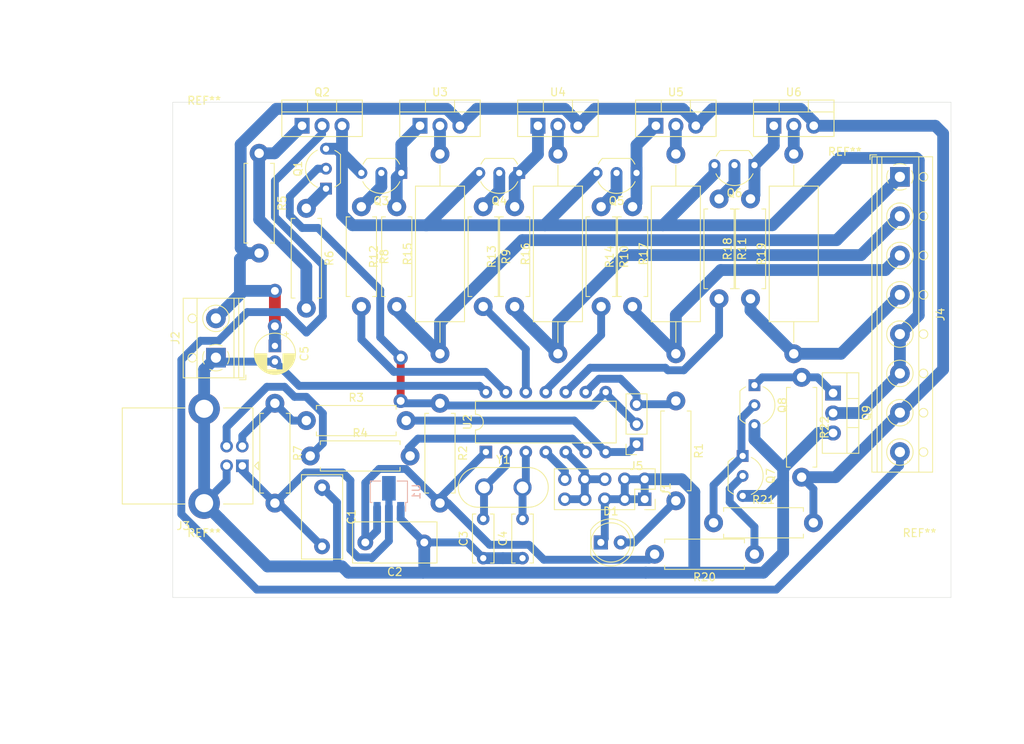
<source format=kicad_pcb>
(kicad_pcb (version 20171130) (host pcbnew 5.1.9)

  (general
    (thickness 1.6)
    (drawings 17)
    (tracks 301)
    (zones 0)
    (modules 53)
    (nets 43)
  )

  (page A4)
  (layers
    (0 F.Cu signal hide)
    (31 B.Cu signal)
    (32 B.Adhes user hide)
    (33 F.Adhes user hide)
    (34 B.Paste user hide)
    (35 F.Paste user hide)
    (36 B.SilkS user hide)
    (37 F.SilkS user hide)
    (38 B.Mask user hide)
    (39 F.Mask user hide)
    (40 Dwgs.User user)
    (41 Cmts.User user hide)
    (42 Eco1.User user hide)
    (43 Eco2.User user hide)
    (44 Edge.Cuts user)
    (45 Margin user hide)
    (46 B.CrtYd user hide)
    (47 F.CrtYd user hide)
    (48 B.Fab user hide)
    (49 F.Fab user)
  )

  (setup
    (last_trace_width 0.5)
    (user_trace_width 1)
    (user_trace_width 1.5)
    (trace_clearance 0.4)
    (zone_clearance 0.508)
    (zone_45_only no)
    (trace_min 0.2)
    (via_size 1.8)
    (via_drill 1)
    (via_min_size 0.4)
    (via_min_drill 0.3)
    (uvia_size 0.3)
    (uvia_drill 0.1)
    (uvias_allowed no)
    (uvia_min_size 0.2)
    (uvia_min_drill 0.1)
    (edge_width 0.05)
    (segment_width 0.2)
    (pcb_text_width 0.3)
    (pcb_text_size 1.5 1.5)
    (mod_edge_width 0.12)
    (mod_text_size 1 1)
    (mod_text_width 0.15)
    (pad_size 1.524 1.524)
    (pad_drill 0.762)
    (pad_to_mask_clearance 0)
    (aux_axis_origin 114 122)
    (visible_elements FFFFFF7F)
    (pcbplotparams
      (layerselection 0x01000_fffffffe)
      (usegerberextensions false)
      (usegerberattributes true)
      (usegerberadvancedattributes true)
      (creategerberjobfile true)
      (excludeedgelayer true)
      (linewidth 0.100000)
      (plotframeref false)
      (viasonmask false)
      (mode 1)
      (useauxorigin true)
      (hpglpennumber 1)
      (hpglpenspeed 20)
      (hpglpendiameter 15.000000)
      (psnegative false)
      (psa4output false)
      (plotreference true)
      (plotvalue true)
      (plotinvisibletext false)
      (padsonsilk false)
      (subtractmaskfromsilk false)
      (outputformat 1)
      (mirror false)
      (drillshape 0)
      (scaleselection 1)
      (outputdirectory "plot/"))
  )

  (net 0 "")
  (net 1 GND)
  (net 2 +5V)
  (net 3 VCC)
  (net 4 "Net-(C3-Pad2)")
  (net 5 "Net-(C4-Pad2)")
  (net 6 +12V)
  (net 7 "Net-(D1-Pad2)")
  (net 8 "Net-(J3-Pad2)")
  (net 9 "Net-(J3-Pad3)")
  (net 10 "Net-(J4-Pad1)")
  (net 11 "Net-(J4-Pad2)")
  (net 12 "Net-(J4-Pad3)")
  (net 13 "Net-(J4-Pad4)")
  (net 14 "Net-(J4-Pad8)")
  (net 15 "Net-(Q1-Pad1)")
  (net 16 "Net-(Q2-Pad1)")
  (net 17 "Net-(Q3-Pad2)")
  (net 18 "Net-(Q3-Pad1)")
  (net 19 "Net-(Q4-Pad1)")
  (net 20 "Net-(Q4-Pad2)")
  (net 21 "Net-(Q5-Pad1)")
  (net 22 "Net-(Q5-Pad2)")
  (net 23 "Net-(Q6-Pad2)")
  (net 24 "Net-(Q6-Pad1)")
  (net 25 "Net-(R4-Pad2)")
  (net 26 "Net-(R8-Pad2)")
  (net 27 "Net-(R9-Pad2)")
  (net 28 "Net-(R10-Pad2)")
  (net 29 "Net-(R11-Pad2)")
  (net 30 "Net-(R15-Pad2)")
  (net 31 "Net-(R16-Pad2)")
  (net 32 "Net-(R17-Pad2)")
  (net 33 "Net-(R19-Pad2)")
  (net 34 "Net-(J5-Pad1)")
  (net 35 "Net-(J5-Pad2)")
  (net 36 "Net-(J5-Pad3)")
  (net 37 "Net-(J1-Pad6)")
  (net 38 "Net-(J1-Pad10)")
  (net 39 GND2)
  (net 40 "Net-(Q7-Pad2)")
  (net 41 "Net-(Q7-Pad1)")
  (net 42 "Net-(Q8-Pad1)")

  (net_class Default "This is the default net class."
    (clearance 0.4)
    (trace_width 0.5)
    (via_dia 1.8)
    (via_drill 1)
    (uvia_dia 0.3)
    (uvia_drill 0.1)
    (diff_pair_width 0.5)
    (diff_pair_gap 0.4)
    (add_net +5V)
    (add_net GND2)
    (add_net "Net-(C3-Pad2)")
    (add_net "Net-(C4-Pad2)")
    (add_net "Net-(D1-Pad2)")
    (add_net "Net-(J1-Pad10)")
    (add_net "Net-(J1-Pad6)")
    (add_net "Net-(J3-Pad2)")
    (add_net "Net-(J3-Pad3)")
    (add_net "Net-(J5-Pad1)")
    (add_net "Net-(J5-Pad2)")
    (add_net "Net-(J5-Pad3)")
    (add_net "Net-(Q1-Pad1)")
    (add_net "Net-(Q2-Pad1)")
    (add_net "Net-(Q3-Pad1)")
    (add_net "Net-(Q3-Pad2)")
    (add_net "Net-(Q4-Pad1)")
    (add_net "Net-(Q4-Pad2)")
    (add_net "Net-(Q5-Pad1)")
    (add_net "Net-(Q5-Pad2)")
    (add_net "Net-(Q6-Pad1)")
    (add_net "Net-(Q6-Pad2)")
    (add_net "Net-(Q7-Pad1)")
    (add_net "Net-(Q7-Pad2)")
    (add_net "Net-(Q8-Pad1)")
    (add_net "Net-(R10-Pad2)")
    (add_net "Net-(R11-Pad2)")
    (add_net "Net-(R15-Pad2)")
    (add_net "Net-(R16-Pad2)")
    (add_net "Net-(R17-Pad2)")
    (add_net "Net-(R19-Pad2)")
    (add_net "Net-(R4-Pad2)")
    (add_net "Net-(R8-Pad2)")
    (add_net "Net-(R9-Pad2)")
    (add_net VCC)
  )

  (net_class HiCurrent ""
    (clearance 0.4)
    (trace_width 1.5)
    (via_dia 1.8)
    (via_drill 1)
    (uvia_dia 0.3)
    (uvia_drill 0.1)
    (diff_pair_width 0.5)
    (diff_pair_gap 0.4)
    (add_net +12V)
    (add_net GND)
    (add_net "Net-(J4-Pad1)")
    (add_net "Net-(J4-Pad2)")
    (add_net "Net-(J4-Pad3)")
    (add_net "Net-(J4-Pad4)")
    (add_net "Net-(J4-Pad8)")
  )

  (module TerminalBlock_RND:TerminalBlock_RND_205-00018_1x08_P5.00mm_Horizontal (layer F.Cu) (tedit 5B294F5A) (tstamp 606C233C)
    (at 206.5 68.5 270)
    (descr "terminal block RND 205-00018, 8 pins, pitch 5mm, size 40x7.6mm^2, drill diamater 1.3mm, pad diameter 2.5mm, see http://cdn-reichelt.de/documents/datenblatt/C151/RND_205-00012_DB_EN.pdf, script-generated using https://github.com/pointhi/kicad-footprint-generator/scripts/TerminalBlock_RND")
    (tags "THT terminal block RND 205-00018 pitch 5mm size 40x7.6mm^2 drill 1.3mm pad 2.5mm")
    (path /6072BB11)
    (fp_text reference J4 (at 17.5 -5.16 90) (layer F.SilkS)
      (effects (font (size 1 1) (thickness 0.15)))
    )
    (fp_text value Screw_Terminal_01x08 (at 17.5 4.56 90) (layer F.Fab)
      (effects (font (size 1 1) (thickness 0.15)))
    )
    (fp_circle (center 0 0) (end 1.5 0) (layer F.Fab) (width 0.1))
    (fp_circle (center 0 -3) (end 0.55 -3) (layer F.Fab) (width 0.1))
    (fp_circle (center 0 -3) (end 0.55 -3) (layer F.SilkS) (width 0.12))
    (fp_circle (center 5 0) (end 6.5 0) (layer F.Fab) (width 0.1))
    (fp_circle (center 5 0) (end 6.68 0) (layer F.SilkS) (width 0.12))
    (fp_circle (center 5 -3) (end 5.55 -3) (layer F.Fab) (width 0.1))
    (fp_circle (center 5 -3) (end 5.55 -3) (layer F.SilkS) (width 0.12))
    (fp_circle (center 10 0) (end 11.5 0) (layer F.Fab) (width 0.1))
    (fp_circle (center 10 0) (end 11.68 0) (layer F.SilkS) (width 0.12))
    (fp_circle (center 10 -3) (end 10.55 -3) (layer F.Fab) (width 0.1))
    (fp_circle (center 10 -3) (end 10.55 -3) (layer F.SilkS) (width 0.12))
    (fp_circle (center 15 0) (end 16.5 0) (layer F.Fab) (width 0.1))
    (fp_circle (center 15 0) (end 16.68 0) (layer F.SilkS) (width 0.12))
    (fp_circle (center 15 -3) (end 15.55 -3) (layer F.Fab) (width 0.1))
    (fp_circle (center 15 -3) (end 15.55 -3) (layer F.SilkS) (width 0.12))
    (fp_circle (center 20 0) (end 21.5 0) (layer F.Fab) (width 0.1))
    (fp_circle (center 20 0) (end 21.68 0) (layer F.SilkS) (width 0.12))
    (fp_circle (center 20 -3) (end 20.55 -3) (layer F.Fab) (width 0.1))
    (fp_circle (center 20 -3) (end 20.55 -3) (layer F.SilkS) (width 0.12))
    (fp_circle (center 25 0) (end 26.5 0) (layer F.Fab) (width 0.1))
    (fp_circle (center 25 0) (end 26.68 0) (layer F.SilkS) (width 0.12))
    (fp_circle (center 25 -3) (end 25.55 -3) (layer F.Fab) (width 0.1))
    (fp_circle (center 25 -3) (end 25.55 -3) (layer F.SilkS) (width 0.12))
    (fp_circle (center 30 0) (end 31.5 0) (layer F.Fab) (width 0.1))
    (fp_circle (center 30 0) (end 31.68 0) (layer F.SilkS) (width 0.12))
    (fp_circle (center 30 -3) (end 30.55 -3) (layer F.Fab) (width 0.1))
    (fp_circle (center 30 -3) (end 30.55 -3) (layer F.SilkS) (width 0.12))
    (fp_circle (center 35 0) (end 36.5 0) (layer F.Fab) (width 0.1))
    (fp_circle (center 35 0) (end 36.68 0) (layer F.SilkS) (width 0.12))
    (fp_circle (center 35 -3) (end 35.55 -3) (layer F.Fab) (width 0.1))
    (fp_circle (center 35 -3) (end 35.55 -3) (layer F.SilkS) (width 0.12))
    (fp_line (start -2.5 -4.1) (end 37.5 -4.1) (layer F.Fab) (width 0.1))
    (fp_line (start 37.5 -4.1) (end 37.5 3.5) (layer F.Fab) (width 0.1))
    (fp_line (start 37.5 3.5) (end -1.9 3.5) (layer F.Fab) (width 0.1))
    (fp_line (start -1.9 3.5) (end -2.5 2.9) (layer F.Fab) (width 0.1))
    (fp_line (start -2.5 2.9) (end -2.5 -4.1) (layer F.Fab) (width 0.1))
    (fp_line (start -2.5 2.9) (end 37.5 2.9) (layer F.Fab) (width 0.1))
    (fp_line (start -2.56 2.9) (end 37.56 2.9) (layer F.SilkS) (width 0.12))
    (fp_line (start -2.5 2.3) (end 37.5 2.3) (layer F.Fab) (width 0.1))
    (fp_line (start -2.56 2.3) (end 37.56 2.3) (layer F.SilkS) (width 0.12))
    (fp_line (start -2.5 -2.4) (end 37.5 -2.4) (layer F.Fab) (width 0.1))
    (fp_line (start -2.56 -2.4) (end 37.56 -2.4) (layer F.SilkS) (width 0.12))
    (fp_line (start -2.56 -4.16) (end 37.56 -4.16) (layer F.SilkS) (width 0.12))
    (fp_line (start -2.56 3.561) (end 37.56 3.561) (layer F.SilkS) (width 0.12))
    (fp_line (start -2.56 -4.16) (end -2.56 3.561) (layer F.SilkS) (width 0.12))
    (fp_line (start 37.56 -4.16) (end 37.56 3.561) (layer F.SilkS) (width 0.12))
    (fp_line (start 1.138 -0.955) (end -0.955 1.138) (layer F.Fab) (width 0.1))
    (fp_line (start 0.955 -1.138) (end -1.138 0.955) (layer F.Fab) (width 0.1))
    (fp_line (start 6.138 -0.955) (end 4.046 1.138) (layer F.Fab) (width 0.1))
    (fp_line (start 5.955 -1.138) (end 3.863 0.955) (layer F.Fab) (width 0.1))
    (fp_line (start 6.275 -1.069) (end 6.181 -0.976) (layer F.SilkS) (width 0.12))
    (fp_line (start 3.99 1.216) (end 3.931 1.274) (layer F.SilkS) (width 0.12))
    (fp_line (start 6.07 -1.275) (end 6.011 -1.216) (layer F.SilkS) (width 0.12))
    (fp_line (start 3.82 0.976) (end 3.726 1.069) (layer F.SilkS) (width 0.12))
    (fp_line (start 11.138 -0.955) (end 9.046 1.138) (layer F.Fab) (width 0.1))
    (fp_line (start 10.955 -1.138) (end 8.863 0.955) (layer F.Fab) (width 0.1))
    (fp_line (start 11.275 -1.069) (end 11.181 -0.976) (layer F.SilkS) (width 0.12))
    (fp_line (start 8.99 1.216) (end 8.931 1.274) (layer F.SilkS) (width 0.12))
    (fp_line (start 11.07 -1.275) (end 11.011 -1.216) (layer F.SilkS) (width 0.12))
    (fp_line (start 8.82 0.976) (end 8.726 1.069) (layer F.SilkS) (width 0.12))
    (fp_line (start 16.138 -0.955) (end 14.046 1.138) (layer F.Fab) (width 0.1))
    (fp_line (start 15.955 -1.138) (end 13.863 0.955) (layer F.Fab) (width 0.1))
    (fp_line (start 16.275 -1.069) (end 16.181 -0.976) (layer F.SilkS) (width 0.12))
    (fp_line (start 13.99 1.216) (end 13.931 1.274) (layer F.SilkS) (width 0.12))
    (fp_line (start 16.07 -1.275) (end 16.011 -1.216) (layer F.SilkS) (width 0.12))
    (fp_line (start 13.82 0.976) (end 13.726 1.069) (layer F.SilkS) (width 0.12))
    (fp_line (start 21.138 -0.955) (end 19.046 1.138) (layer F.Fab) (width 0.1))
    (fp_line (start 20.955 -1.138) (end 18.863 0.955) (layer F.Fab) (width 0.1))
    (fp_line (start 21.275 -1.069) (end 21.181 -0.976) (layer F.SilkS) (width 0.12))
    (fp_line (start 18.99 1.216) (end 18.931 1.274) (layer F.SilkS) (width 0.12))
    (fp_line (start 21.07 -1.275) (end 21.011 -1.216) (layer F.SilkS) (width 0.12))
    (fp_line (start 18.82 0.976) (end 18.726 1.069) (layer F.SilkS) (width 0.12))
    (fp_line (start 26.138 -0.955) (end 24.046 1.138) (layer F.Fab) (width 0.1))
    (fp_line (start 25.955 -1.138) (end 23.863 0.955) (layer F.Fab) (width 0.1))
    (fp_line (start 26.275 -1.069) (end 26.181 -0.976) (layer F.SilkS) (width 0.12))
    (fp_line (start 23.99 1.216) (end 23.931 1.274) (layer F.SilkS) (width 0.12))
    (fp_line (start 26.07 -1.275) (end 26.011 -1.216) (layer F.SilkS) (width 0.12))
    (fp_line (start 23.82 0.976) (end 23.726 1.069) (layer F.SilkS) (width 0.12))
    (fp_line (start 31.138 -0.955) (end 29.046 1.138) (layer F.Fab) (width 0.1))
    (fp_line (start 30.955 -1.138) (end 28.863 0.955) (layer F.Fab) (width 0.1))
    (fp_line (start 31.275 -1.069) (end 31.181 -0.976) (layer F.SilkS) (width 0.12))
    (fp_line (start 28.99 1.216) (end 28.931 1.274) (layer F.SilkS) (width 0.12))
    (fp_line (start 31.07 -1.275) (end 31.011 -1.216) (layer F.SilkS) (width 0.12))
    (fp_line (start 28.82 0.976) (end 28.726 1.069) (layer F.SilkS) (width 0.12))
    (fp_line (start 36.138 -0.955) (end 34.046 1.138) (layer F.Fab) (width 0.1))
    (fp_line (start 35.955 -1.138) (end 33.863 0.955) (layer F.Fab) (width 0.1))
    (fp_line (start 36.275 -1.069) (end 36.181 -0.976) (layer F.SilkS) (width 0.12))
    (fp_line (start 33.99 1.216) (end 33.931 1.274) (layer F.SilkS) (width 0.12))
    (fp_line (start 36.07 -1.275) (end 36.011 -1.216) (layer F.SilkS) (width 0.12))
    (fp_line (start 33.82 0.976) (end 33.726 1.069) (layer F.SilkS) (width 0.12))
    (fp_line (start -2.8 2.96) (end -2.8 3.8) (layer F.SilkS) (width 0.12))
    (fp_line (start -2.8 3.8) (end -2.2 3.8) (layer F.SilkS) (width 0.12))
    (fp_line (start -3 -4.6) (end -3 4) (layer F.CrtYd) (width 0.05))
    (fp_line (start -3 4) (end 38 4) (layer F.CrtYd) (width 0.05))
    (fp_line (start 38 4) (end 38 -4.6) (layer F.CrtYd) (width 0.05))
    (fp_line (start 38 -4.6) (end -3 -4.6) (layer F.CrtYd) (width 0.05))
    (fp_arc (start 0 0) (end 0 1.68) (angle -28) (layer F.SilkS) (width 0.12))
    (fp_arc (start 0 0) (end 1.484 0.789) (angle -56) (layer F.SilkS) (width 0.12))
    (fp_arc (start 0 0) (end 0.789 -1.484) (angle -56) (layer F.SilkS) (width 0.12))
    (fp_arc (start 0 0) (end -1.484 -0.789) (angle -56) (layer F.SilkS) (width 0.12))
    (fp_arc (start 0 0) (end -0.789 1.484) (angle -29) (layer F.SilkS) (width 0.12))
    (fp_text user %R (at 17.5 -5.16 90) (layer F.Fab)
      (effects (font (size 1 1) (thickness 0.15)))
    )
    (pad 1 thru_hole rect (at 0 0 270) (size 2.5 2.5) (drill 1.3) (layers *.Cu *.Mask)
      (net 10 "Net-(J4-Pad1)"))
    (pad 2 thru_hole circle (at 5 0 270) (size 2.5 2.5) (drill 1.3) (layers *.Cu *.Mask)
      (net 11 "Net-(J4-Pad2)"))
    (pad 3 thru_hole circle (at 10 0 270) (size 2.5 2.5) (drill 1.3) (layers *.Cu *.Mask)
      (net 12 "Net-(J4-Pad3)"))
    (pad 4 thru_hole circle (at 15 0 270) (size 2.5 2.5) (drill 1.3) (layers *.Cu *.Mask)
      (net 13 "Net-(J4-Pad4)"))
    (pad 5 thru_hole circle (at 20 0 270) (size 2.5 2.5) (drill 1.3) (layers *.Cu *.Mask)
      (net 39 GND2))
    (pad 6 thru_hole circle (at 25 0 270) (size 2.5 2.5) (drill 1.3) (layers *.Cu *.Mask)
      (net 39 GND2))
    (pad 7 thru_hole circle (at 30 0 270) (size 2.5 2.5) (drill 1.3) (layers *.Cu *.Mask)
      (net 6 +12V))
    (pad 8 thru_hole circle (at 35 0 270) (size 2.5 2.5) (drill 1.3) (layers *.Cu *.Mask)
      (net 14 "Net-(J4-Pad8)"))
    (model ${KISYS3DMOD}/TerminalBlock_RND.3dshapes/TerminalBlock_RND_205-00018_1x08_P5.00mm_Horizontal.wrl
      (at (xyz 0 0 0))
      (scale (xyz 1 1 1))
      (rotate (xyz 0 0 0))
    )
  )

  (module Package_TO_SOT_THT:TO-92_Inline_Wide (layer F.Cu) (tedit 5A02FF81) (tstamp 606DD4EC)
    (at 186.5 104 270)
    (descr "TO-92 leads in-line, wide, drill 0.75mm (see NXP sot054_po.pdf)")
    (tags "to-92 sc-43 sc-43a sot54 PA33 transistor")
    (path /60A33826)
    (fp_text reference Q7 (at 2.54 -3.56 90) (layer F.SilkS)
      (effects (font (size 1 1) (thickness 0.15)))
    )
    (fp_text value BC337 (at 2.54 2.79 90) (layer F.Fab)
      (effects (font (size 1 1) (thickness 0.15)))
    )
    (fp_line (start 6.09 2.01) (end -1.01 2.01) (layer F.CrtYd) (width 0.05))
    (fp_line (start 6.09 2.01) (end 6.09 -2.73) (layer F.CrtYd) (width 0.05))
    (fp_line (start -1.01 -2.73) (end -1.01 2.01) (layer F.CrtYd) (width 0.05))
    (fp_line (start -1.01 -2.73) (end 6.09 -2.73) (layer F.CrtYd) (width 0.05))
    (fp_line (start 0.8 1.75) (end 4.3 1.75) (layer F.Fab) (width 0.1))
    (fp_line (start 0.74 1.85) (end 4.34 1.85) (layer F.SilkS) (width 0.12))
    (fp_text user %R (at 2.54 0 90) (layer F.Fab)
      (effects (font (size 1 1) (thickness 0.15)))
    )
    (fp_arc (start 2.54 0) (end 0.74 1.85) (angle 20) (layer F.SilkS) (width 0.12))
    (fp_arc (start 2.54 0) (end 2.54 -2.6) (angle -65) (layer F.SilkS) (width 0.12))
    (fp_arc (start 2.54 0) (end 2.54 -2.6) (angle 65) (layer F.SilkS) (width 0.12))
    (fp_arc (start 2.54 0) (end 2.54 -2.48) (angle 135) (layer F.Fab) (width 0.1))
    (fp_arc (start 2.54 0) (end 2.54 -2.48) (angle -135) (layer F.Fab) (width 0.1))
    (fp_arc (start 2.54 0) (end 4.34 1.85) (angle -20) (layer F.SilkS) (width 0.12))
    (pad 2 thru_hole circle (at 2.54 0 270) (size 1.5 1.5) (drill 0.8) (layers *.Cu *.Mask)
      (net 40 "Net-(Q7-Pad2)"))
    (pad 3 thru_hole circle (at 5.08 0 270) (size 1.5 1.5) (drill 0.8) (layers *.Cu *.Mask)
      (net 1 GND))
    (pad 1 thru_hole rect (at 0 0 270) (size 1.5 1.5) (drill 0.8) (layers *.Cu *.Mask)
      (net 41 "Net-(Q7-Pad1)"))
    (model ${KISYS3DMOD}/Package_TO_SOT_THT.3dshapes/TO-92_Inline_Wide.wrl
      (at (xyz 0 0 0))
      (scale (xyz 1 1 1))
      (rotate (xyz 0 0 0))
    )
  )

  (module Resistor_THT:R_Axial_DIN0411_L9.9mm_D3.6mm_P12.70mm_Horizontal (layer F.Cu) (tedit 5AE5139B) (tstamp 606C2451)
    (at 127 97.3 270)
    (descr "Resistor, Axial_DIN0411 series, Axial, Horizontal, pin pitch=12.7mm, 1W, length*diameter=9.9*3.6mm^2")
    (tags "Resistor Axial_DIN0411 series Axial Horizontal pin pitch 12.7mm 1W length 9.9mm diameter 3.6mm")
    (path /6072480F)
    (fp_text reference R7 (at 6.35 -2.92 90) (layer F.SilkS)
      (effects (font (size 1 1) (thickness 0.15)))
    )
    (fp_text value 1.5K (at 3.7 0 180) (layer F.Fab)
      (effects (font (size 1 1) (thickness 0.15)))
    )
    (fp_line (start 14.15 -2.05) (end -1.45 -2.05) (layer F.CrtYd) (width 0.05))
    (fp_line (start 14.15 2.05) (end 14.15 -2.05) (layer F.CrtYd) (width 0.05))
    (fp_line (start -1.45 2.05) (end 14.15 2.05) (layer F.CrtYd) (width 0.05))
    (fp_line (start -1.45 -2.05) (end -1.45 2.05) (layer F.CrtYd) (width 0.05))
    (fp_line (start 11.42 1.92) (end 11.42 1.44) (layer F.SilkS) (width 0.12))
    (fp_line (start 1.28 1.92) (end 11.42 1.92) (layer F.SilkS) (width 0.12))
    (fp_line (start 1.28 1.44) (end 1.28 1.92) (layer F.SilkS) (width 0.12))
    (fp_line (start 11.42 -1.92) (end 11.42 -1.44) (layer F.SilkS) (width 0.12))
    (fp_line (start 1.28 -1.92) (end 11.42 -1.92) (layer F.SilkS) (width 0.12))
    (fp_line (start 1.28 -1.44) (end 1.28 -1.92) (layer F.SilkS) (width 0.12))
    (fp_line (start 12.7 0) (end 11.3 0) (layer F.Fab) (width 0.1))
    (fp_line (start 0 0) (end 1.4 0) (layer F.Fab) (width 0.1))
    (fp_line (start 11.3 -1.8) (end 1.4 -1.8) (layer F.Fab) (width 0.1))
    (fp_line (start 11.3 1.8) (end 11.3 -1.8) (layer F.Fab) (width 0.1))
    (fp_line (start 1.4 1.8) (end 11.3 1.8) (layer F.Fab) (width 0.1))
    (fp_line (start 1.4 -1.8) (end 1.4 1.8) (layer F.Fab) (width 0.1))
    (fp_text user %R (at 6.35 0 90) (layer F.Fab)
      (effects (font (size 1 1) (thickness 0.15)))
    )
    (pad 2 thru_hole oval (at 12.7 0 270) (size 2.4 2.4) (drill 1.2) (layers *.Cu *.Mask)
      (net 2 +5V))
    (pad 1 thru_hole circle (at 0 0 270) (size 2.4 2.4) (drill 1.2) (layers *.Cu *.Mask)
      (net 8 "Net-(J3-Pad2)"))
    (model ${KISYS3DMOD}/Resistor_THT.3dshapes/R_Axial_DIN0411_L9.9mm_D3.6mm_P12.70mm_Horizontal.wrl
      (at (xyz 0 0 0))
      (scale (xyz 1 1 1))
      (rotate (xyz 0 0 0))
    )
  )

  (module MountingHole:MountingHole_3.2mm_M3 (layer F.Cu) (tedit 56D1B4CB) (tstamp 606C6E47)
    (at 199.5 69.5)
    (descr "Mounting Hole 3.2mm, no annular, M3")
    (tags "mounting hole 3.2mm no annular m3")
    (attr virtual)
    (fp_text reference REF** (at 0 -4.2) (layer F.SilkS)
      (effects (font (size 1 1) (thickness 0.15)))
    )
    (fp_text value " " (at 0 4.2) (layer F.Fab)
      (effects (font (size 1 1) (thickness 0.15)))
    )
    (fp_circle (center 0 0) (end 3.2 0) (layer Cmts.User) (width 0.15))
    (fp_circle (center 0 0) (end 3.45 0) (layer F.CrtYd) (width 0.05))
    (fp_text user %R (at 0.3 0) (layer F.Fab)
      (effects (font (size 1 1) (thickness 0.15)))
    )
    (pad 1 np_thru_hole circle (at 0 0) (size 3.2 3.2) (drill 3.2) (layers *.Cu *.Mask))
  )

  (module MountingHole:MountingHole_3.2mm_M3 (layer F.Cu) (tedit 56D1B4CB) (tstamp 60FE9B60)
    (at 118 63)
    (descr "Mounting Hole 3.2mm, no annular, M3")
    (tags "mounting hole 3.2mm no annular m3")
    (attr virtual)
    (fp_text reference REF** (at 0 -4.2) (layer F.SilkS)
      (effects (font (size 1 1) (thickness 0.15)))
    )
    (fp_text value " " (at -12 -12) (layer F.Fab)
      (effects (font (size 1 1) (thickness 0.15)))
    )
    (fp_circle (center 0 0) (end 3.45 0) (layer F.CrtYd) (width 0.05))
    (fp_circle (center 0 0) (end 3.2 0) (layer Cmts.User) (width 0.15))
    (fp_text user %R (at 0.3 0) (layer F.Fab)
      (effects (font (size 1 1) (thickness 0.15)))
    )
    (pad 1 np_thru_hole circle (at 0 0) (size 3.2 3.2) (drill 3.2) (layers *.Cu *.Mask))
  )

  (module MountingHole:MountingHole_3.2mm_M3 (layer F.Cu) (tedit 56D1B4CB) (tstamp 606C6C9B)
    (at 118 118)
    (descr "Mounting Hole 3.2mm, no annular, M3")
    (tags "mounting hole 3.2mm no annular m3")
    (attr virtual)
    (fp_text reference REF** (at 0 -4.2) (layer F.SilkS)
      (effects (font (size 1 1) (thickness 0.15)))
    )
    (fp_text value " " (at 0 4.2) (layer F.Fab)
      (effects (font (size 1 1) (thickness 0.15)))
    )
    (fp_circle (center 0 0) (end 3.2 0) (layer Cmts.User) (width 0.15))
    (fp_circle (center 0 0) (end 3.45 0) (layer F.CrtYd) (width 0.05))
    (fp_text user %R (at 0.3 0) (layer F.Fab)
      (effects (font (size 1 1) (thickness 0.15)))
    )
    (pad 1 np_thru_hole circle (at 0 0) (size 3.2 3.2) (drill 3.2) (layers *.Cu *.Mask))
  )

  (module MountingHole:MountingHole_3.2mm_M3 (layer F.Cu) (tedit 56D1B4CB) (tstamp 606C6C97)
    (at 209 118)
    (descr "Mounting Hole 3.2mm, no annular, M3")
    (tags "mounting hole 3.2mm no annular m3")
    (attr virtual)
    (fp_text reference REF** (at 0 -4.2) (layer F.SilkS)
      (effects (font (size 1 1) (thickness 0.15)))
    )
    (fp_text value " " (at 0 4.2) (layer F.Fab)
      (effects (font (size 1 1) (thickness 0.15)))
    )
    (fp_circle (center 0 0) (end 3.45 0) (layer F.CrtYd) (width 0.05))
    (fp_circle (center 0 0) (end 3.2 0) (layer Cmts.User) (width 0.15))
    (fp_text user %R (at 0.3 0) (layer F.Fab)
      (effects (font (size 1 1) (thickness 0.15)))
    )
    (pad 1 np_thru_hole circle (at 0 0) (size 3.2 3.2) (drill 3.2) (layers *.Cu *.Mask))
  )

  (module Resistor_THT:R_Axial_DIN0411_L9.9mm_D3.6mm_P12.70mm_Horizontal (layer F.Cu) (tedit 5AE5139B) (tstamp 606C243A)
    (at 131 72.5 270)
    (descr "Resistor, Axial_DIN0411 series, Axial, Horizontal, pin pitch=12.7mm, 1W, length*diameter=9.9*3.6mm^2")
    (tags "Resistor Axial_DIN0411 series Axial Horizontal pin pitch 12.7mm 1W length 9.9mm diameter 3.6mm")
    (path /607630A3)
    (fp_text reference R6 (at 6.35 -2.92 90) (layer F.SilkS)
      (effects (font (size 1 1) (thickness 0.15)))
    )
    (fp_text value 100R (at 6.35 2.92 90) (layer F.Fab)
      (effects (font (size 1 1) (thickness 0.15)))
    )
    (fp_line (start 1.4 -1.8) (end 1.4 1.8) (layer F.Fab) (width 0.1))
    (fp_line (start 1.4 1.8) (end 11.3 1.8) (layer F.Fab) (width 0.1))
    (fp_line (start 11.3 1.8) (end 11.3 -1.8) (layer F.Fab) (width 0.1))
    (fp_line (start 11.3 -1.8) (end 1.4 -1.8) (layer F.Fab) (width 0.1))
    (fp_line (start 0 0) (end 1.4 0) (layer F.Fab) (width 0.1))
    (fp_line (start 12.7 0) (end 11.3 0) (layer F.Fab) (width 0.1))
    (fp_line (start 1.28 -1.44) (end 1.28 -1.92) (layer F.SilkS) (width 0.12))
    (fp_line (start 1.28 -1.92) (end 11.42 -1.92) (layer F.SilkS) (width 0.12))
    (fp_line (start 11.42 -1.92) (end 11.42 -1.44) (layer F.SilkS) (width 0.12))
    (fp_line (start 1.28 1.44) (end 1.28 1.92) (layer F.SilkS) (width 0.12))
    (fp_line (start 1.28 1.92) (end 11.42 1.92) (layer F.SilkS) (width 0.12))
    (fp_line (start 11.42 1.92) (end 11.42 1.44) (layer F.SilkS) (width 0.12))
    (fp_line (start -1.45 -2.05) (end -1.45 2.05) (layer F.CrtYd) (width 0.05))
    (fp_line (start -1.45 2.05) (end 14.15 2.05) (layer F.CrtYd) (width 0.05))
    (fp_line (start 14.15 2.05) (end 14.15 -2.05) (layer F.CrtYd) (width 0.05))
    (fp_line (start 14.15 -2.05) (end -1.45 -2.05) (layer F.CrtYd) (width 0.05))
    (fp_text user %R (at 6.35 0 90) (layer F.Fab)
      (effects (font (size 1 1) (thickness 0.15)))
    )
    (pad 1 thru_hole circle (at 0 0 270) (size 2.4 2.4) (drill 1.2) (layers *.Cu *.Mask)
      (net 15 "Net-(Q1-Pad1)"))
    (pad 2 thru_hole oval (at 12.7 0 270) (size 2.4 2.4) (drill 1.2) (layers *.Cu *.Mask)
      (net 16 "Net-(Q2-Pad1)"))
    (model ${KISYS3DMOD}/Resistor_THT.3dshapes/R_Axial_DIN0411_L9.9mm_D3.6mm_P12.70mm_Horizontal.wrl
      (at (xyz 0 0 0))
      (scale (xyz 1 1 1))
      (rotate (xyz 0 0 0))
    )
  )

  (module Capacitor_THT:C_Disc_D10.5mm_W5.0mm_P7.50mm (layer F.Cu) (tedit 5AE50EF0) (tstamp 606C2195)
    (at 133 108 270)
    (descr "C, Disc series, Radial, pin pitch=7.50mm, , diameter*width=10.5*5.0mm^2, Capacitor, http://www.vishay.com/docs/28535/vy2series.pdf")
    (tags "C Disc series Radial pin pitch 7.50mm  diameter 10.5mm width 5.0mm Capacitor")
    (path /6071795C)
    (fp_text reference C1 (at 3.75 -3.75 90) (layer F.SilkS)
      (effects (font (size 1 1) (thickness 0.15)))
    )
    (fp_text value C (at 3.75 3.75 90) (layer F.Fab)
      (effects (font (size 1 1) (thickness 0.15)))
    )
    (fp_line (start -1.5 -2.5) (end -1.5 2.5) (layer F.Fab) (width 0.1))
    (fp_line (start -1.5 2.5) (end 9 2.5) (layer F.Fab) (width 0.1))
    (fp_line (start 9 2.5) (end 9 -2.5) (layer F.Fab) (width 0.1))
    (fp_line (start 9 -2.5) (end -1.5 -2.5) (layer F.Fab) (width 0.1))
    (fp_line (start -1.62 -2.62) (end 9.12 -2.62) (layer F.SilkS) (width 0.12))
    (fp_line (start -1.62 2.62) (end 9.12 2.62) (layer F.SilkS) (width 0.12))
    (fp_line (start -1.62 -2.62) (end -1.62 2.62) (layer F.SilkS) (width 0.12))
    (fp_line (start 9.12 -2.62) (end 9.12 2.62) (layer F.SilkS) (width 0.12))
    (fp_line (start -1.75 -2.75) (end -1.75 2.75) (layer F.CrtYd) (width 0.05))
    (fp_line (start -1.75 2.75) (end 9.25 2.75) (layer F.CrtYd) (width 0.05))
    (fp_line (start 9.25 2.75) (end 9.25 -2.75) (layer F.CrtYd) (width 0.05))
    (fp_line (start 9.25 -2.75) (end -1.75 -2.75) (layer F.CrtYd) (width 0.05))
    (fp_text user %R (at 3.75 0 90) (layer F.Fab)
      (effects (font (size 1 1) (thickness 0.15)))
    )
    (pad 1 thru_hole circle (at 0 0 270) (size 2 2) (drill 1) (layers *.Cu *.Mask)
      (net 1 GND))
    (pad 2 thru_hole circle (at 7.5 0 270) (size 2 2) (drill 1) (layers *.Cu *.Mask)
      (net 2 +5V))
    (model ${KISYS3DMOD}/Capacitor_THT.3dshapes/C_Disc_D10.5mm_W5.0mm_P7.50mm.wrl
      (at (xyz 0 0 0))
      (scale (xyz 1 1 1))
      (rotate (xyz 0 0 0))
    )
  )

  (module Capacitor_THT:C_Disc_D10.5mm_W5.0mm_P7.50mm (layer F.Cu) (tedit 5AE50EF0) (tstamp 606C21A8)
    (at 146 115 180)
    (descr "C, Disc series, Radial, pin pitch=7.50mm, , diameter*width=10.5*5.0mm^2, Capacitor, http://www.vishay.com/docs/28535/vy2series.pdf")
    (tags "C Disc series Radial pin pitch 7.50mm  diameter 10.5mm width 5.0mm Capacitor")
    (path /6070A043)
    (fp_text reference C2 (at 3.75 -3.75) (layer F.SilkS)
      (effects (font (size 1 1) (thickness 0.15)))
    )
    (fp_text value C (at 3.75 3.75) (layer F.Fab)
      (effects (font (size 1 1) (thickness 0.15)))
    )
    (fp_line (start 9.25 -2.75) (end -1.75 -2.75) (layer F.CrtYd) (width 0.05))
    (fp_line (start 9.25 2.75) (end 9.25 -2.75) (layer F.CrtYd) (width 0.05))
    (fp_line (start -1.75 2.75) (end 9.25 2.75) (layer F.CrtYd) (width 0.05))
    (fp_line (start -1.75 -2.75) (end -1.75 2.75) (layer F.CrtYd) (width 0.05))
    (fp_line (start 9.12 -2.62) (end 9.12 2.62) (layer F.SilkS) (width 0.12))
    (fp_line (start -1.62 -2.62) (end -1.62 2.62) (layer F.SilkS) (width 0.12))
    (fp_line (start -1.62 2.62) (end 9.12 2.62) (layer F.SilkS) (width 0.12))
    (fp_line (start -1.62 -2.62) (end 9.12 -2.62) (layer F.SilkS) (width 0.12))
    (fp_line (start 9 -2.5) (end -1.5 -2.5) (layer F.Fab) (width 0.1))
    (fp_line (start 9 2.5) (end 9 -2.5) (layer F.Fab) (width 0.1))
    (fp_line (start -1.5 2.5) (end 9 2.5) (layer F.Fab) (width 0.1))
    (fp_line (start -1.5 -2.5) (end -1.5 2.5) (layer F.Fab) (width 0.1))
    (fp_text user %R (at 3.75 0) (layer F.Fab)
      (effects (font (size 1 1) (thickness 0.15)))
    )
    (pad 2 thru_hole circle (at 7.5 0 180) (size 2 2) (drill 1) (layers *.Cu *.Mask)
      (net 3 VCC))
    (pad 1 thru_hole circle (at 0 0 180) (size 2 2) (drill 1) (layers *.Cu *.Mask)
      (net 1 GND))
    (model ${KISYS3DMOD}/Capacitor_THT.3dshapes/C_Disc_D10.5mm_W5.0mm_P7.50mm.wrl
      (at (xyz 0 0 0))
      (scale (xyz 1 1 1))
      (rotate (xyz 0 0 0))
    )
  )

  (module Capacitor_THT:C_Disc_D6.0mm_W2.5mm_P5.00mm (layer F.Cu) (tedit 5AE50EF0) (tstamp 606C5124)
    (at 153.5 117 90)
    (descr "C, Disc series, Radial, pin pitch=5.00mm, , diameter*width=6*2.5mm^2, Capacitor, http://cdn-reichelt.de/documents/datenblatt/B300/DS_KERKO_TC.pdf")
    (tags "C Disc series Radial pin pitch 5.00mm  diameter 6mm width 2.5mm Capacitor")
    (path /60706BD0)
    (fp_text reference C3 (at 2.5 -2.5 90) (layer F.SilkS)
      (effects (font (size 1 1) (thickness 0.15)))
    )
    (fp_text value C (at 2.5 2.5 90) (layer F.Fab)
      (effects (font (size 1 1) (thickness 0.15)))
    )
    (fp_line (start -0.5 -1.25) (end -0.5 1.25) (layer F.Fab) (width 0.1))
    (fp_line (start -0.5 1.25) (end 5.5 1.25) (layer F.Fab) (width 0.1))
    (fp_line (start 5.5 1.25) (end 5.5 -1.25) (layer F.Fab) (width 0.1))
    (fp_line (start 5.5 -1.25) (end -0.5 -1.25) (layer F.Fab) (width 0.1))
    (fp_line (start -0.62 -1.37) (end 5.62 -1.37) (layer F.SilkS) (width 0.12))
    (fp_line (start -0.62 1.37) (end 5.62 1.37) (layer F.SilkS) (width 0.12))
    (fp_line (start -0.62 -1.37) (end -0.62 -0.925) (layer F.SilkS) (width 0.12))
    (fp_line (start -0.62 0.925) (end -0.62 1.37) (layer F.SilkS) (width 0.12))
    (fp_line (start 5.62 -1.37) (end 5.62 -0.925) (layer F.SilkS) (width 0.12))
    (fp_line (start 5.62 0.925) (end 5.62 1.37) (layer F.SilkS) (width 0.12))
    (fp_line (start -1.05 -1.5) (end -1.05 1.5) (layer F.CrtYd) (width 0.05))
    (fp_line (start -1.05 1.5) (end 6.05 1.5) (layer F.CrtYd) (width 0.05))
    (fp_line (start 6.05 1.5) (end 6.05 -1.5) (layer F.CrtYd) (width 0.05))
    (fp_line (start 6.05 -1.5) (end -1.05 -1.5) (layer F.CrtYd) (width 0.05))
    (fp_text user %R (at 2.134999 0 90) (layer F.Fab)
      (effects (font (size 1 1) (thickness 0.15)))
    )
    (pad 1 thru_hole circle (at 0 0 90) (size 1.6 1.6) (drill 0.8) (layers *.Cu *.Mask)
      (net 1 GND))
    (pad 2 thru_hole circle (at 5 0 90) (size 1.6 1.6) (drill 0.8) (layers *.Cu *.Mask)
      (net 4 "Net-(C3-Pad2)"))
    (model ${KISYS3DMOD}/Capacitor_THT.3dshapes/C_Disc_D6.0mm_W2.5mm_P5.00mm.wrl
      (at (xyz 0 0 0))
      (scale (xyz 1 1 1))
      (rotate (xyz 0 0 0))
    )
  )

  (module Capacitor_THT:C_Disc_D6.0mm_W2.5mm_P5.00mm (layer F.Cu) (tedit 5AE50EF0) (tstamp 606C5160)
    (at 158.5 117 90)
    (descr "C, Disc series, Radial, pin pitch=5.00mm, , diameter*width=6*2.5mm^2, Capacitor, http://cdn-reichelt.de/documents/datenblatt/B300/DS_KERKO_TC.pdf")
    (tags "C Disc series Radial pin pitch 5.00mm  diameter 6mm width 2.5mm Capacitor")
    (path /60706741)
    (fp_text reference C4 (at 2.5 -2.5 90) (layer F.SilkS)
      (effects (font (size 1 1) (thickness 0.15)))
    )
    (fp_text value C (at 2.5 2.5 90) (layer F.Fab)
      (effects (font (size 1 1) (thickness 0.15)))
    )
    (fp_line (start 6.05 -1.5) (end -1.05 -1.5) (layer F.CrtYd) (width 0.05))
    (fp_line (start 6.05 1.5) (end 6.05 -1.5) (layer F.CrtYd) (width 0.05))
    (fp_line (start -1.05 1.5) (end 6.05 1.5) (layer F.CrtYd) (width 0.05))
    (fp_line (start -1.05 -1.5) (end -1.05 1.5) (layer F.CrtYd) (width 0.05))
    (fp_line (start 5.62 0.925) (end 5.62 1.37) (layer F.SilkS) (width 0.12))
    (fp_line (start 5.62 -1.37) (end 5.62 -0.925) (layer F.SilkS) (width 0.12))
    (fp_line (start -0.62 0.925) (end -0.62 1.37) (layer F.SilkS) (width 0.12))
    (fp_line (start -0.62 -1.37) (end -0.62 -0.925) (layer F.SilkS) (width 0.12))
    (fp_line (start -0.62 1.37) (end 5.62 1.37) (layer F.SilkS) (width 0.12))
    (fp_line (start -0.62 -1.37) (end 5.62 -1.37) (layer F.SilkS) (width 0.12))
    (fp_line (start 5.5 -1.25) (end -0.5 -1.25) (layer F.Fab) (width 0.1))
    (fp_line (start 5.5 1.25) (end 5.5 -1.25) (layer F.Fab) (width 0.1))
    (fp_line (start -0.5 1.25) (end 5.5 1.25) (layer F.Fab) (width 0.1))
    (fp_line (start -0.5 -1.25) (end -0.5 1.25) (layer F.Fab) (width 0.1))
    (fp_text user %R (at 2.5 0 90) (layer F.Fab)
      (effects (font (size 1 1) (thickness 0.15)))
    )
    (pad 2 thru_hole circle (at 5 0 90) (size 1.6 1.6) (drill 0.8) (layers *.Cu *.Mask)
      (net 5 "Net-(C4-Pad2)"))
    (pad 1 thru_hole circle (at 0 0 90) (size 1.6 1.6) (drill 0.8) (layers *.Cu *.Mask)
      (net 1 GND))
    (model ${KISYS3DMOD}/Capacitor_THT.3dshapes/C_Disc_D6.0mm_W2.5mm_P5.00mm.wrl
      (at (xyz 0 0 0))
      (scale (xyz 1 1 1))
      (rotate (xyz 0 0 0))
    )
  )

  (module Capacitor_THT:CP_Radial_D5.0mm_P2.00mm (layer F.Cu) (tedit 5AE50EF0) (tstamp 606C2255)
    (at 127 90 270)
    (descr "CP, Radial series, Radial, pin pitch=2.00mm, , diameter=5mm, Electrolytic Capacitor")
    (tags "CP Radial series Radial pin pitch 2.00mm  diameter 5mm Electrolytic Capacitor")
    (path /607B6DA1)
    (fp_text reference C5 (at 1 -3.75 90) (layer F.SilkS)
      (effects (font (size 1 1) (thickness 0.15)))
    )
    (fp_text value CP (at 1 -4 90) (layer F.Fab)
      (effects (font (size 1 1) (thickness 0.15)))
    )
    (fp_circle (center 1 0) (end 3.5 0) (layer F.Fab) (width 0.1))
    (fp_circle (center 1 0) (end 3.62 0) (layer F.SilkS) (width 0.12))
    (fp_circle (center 1 0) (end 3.75 0) (layer F.CrtYd) (width 0.05))
    (fp_line (start -1.133605 -1.0875) (end -0.633605 -1.0875) (layer F.Fab) (width 0.1))
    (fp_line (start -0.883605 -1.3375) (end -0.883605 -0.8375) (layer F.Fab) (width 0.1))
    (fp_line (start 1 1.04) (end 1 2.58) (layer F.SilkS) (width 0.12))
    (fp_line (start 1 -2.58) (end 1 -1.04) (layer F.SilkS) (width 0.12))
    (fp_line (start 1.04 1.04) (end 1.04 2.58) (layer F.SilkS) (width 0.12))
    (fp_line (start 1.04 -2.58) (end 1.04 -1.04) (layer F.SilkS) (width 0.12))
    (fp_line (start 1.08 -2.579) (end 1.08 -1.04) (layer F.SilkS) (width 0.12))
    (fp_line (start 1.08 1.04) (end 1.08 2.579) (layer F.SilkS) (width 0.12))
    (fp_line (start 1.12 -2.578) (end 1.12 -1.04) (layer F.SilkS) (width 0.12))
    (fp_line (start 1.12 1.04) (end 1.12 2.578) (layer F.SilkS) (width 0.12))
    (fp_line (start 1.16 -2.576) (end 1.16 -1.04) (layer F.SilkS) (width 0.12))
    (fp_line (start 1.16 1.04) (end 1.16 2.576) (layer F.SilkS) (width 0.12))
    (fp_line (start 1.2 -2.573) (end 1.2 -1.04) (layer F.SilkS) (width 0.12))
    (fp_line (start 1.2 1.04) (end 1.2 2.573) (layer F.SilkS) (width 0.12))
    (fp_line (start 1.24 -2.569) (end 1.24 -1.04) (layer F.SilkS) (width 0.12))
    (fp_line (start 1.24 1.04) (end 1.24 2.569) (layer F.SilkS) (width 0.12))
    (fp_line (start 1.28 -2.565) (end 1.28 -1.04) (layer F.SilkS) (width 0.12))
    (fp_line (start 1.28 1.04) (end 1.28 2.565) (layer F.SilkS) (width 0.12))
    (fp_line (start 1.32 -2.561) (end 1.32 -1.04) (layer F.SilkS) (width 0.12))
    (fp_line (start 1.32 1.04) (end 1.32 2.561) (layer F.SilkS) (width 0.12))
    (fp_line (start 1.36 -2.556) (end 1.36 -1.04) (layer F.SilkS) (width 0.12))
    (fp_line (start 1.36 1.04) (end 1.36 2.556) (layer F.SilkS) (width 0.12))
    (fp_line (start 1.4 -2.55) (end 1.4 -1.04) (layer F.SilkS) (width 0.12))
    (fp_line (start 1.4 1.04) (end 1.4 2.55) (layer F.SilkS) (width 0.12))
    (fp_line (start 1.44 -2.543) (end 1.44 -1.04) (layer F.SilkS) (width 0.12))
    (fp_line (start 1.44 1.04) (end 1.44 2.543) (layer F.SilkS) (width 0.12))
    (fp_line (start 1.48 -2.536) (end 1.48 -1.04) (layer F.SilkS) (width 0.12))
    (fp_line (start 1.48 1.04) (end 1.48 2.536) (layer F.SilkS) (width 0.12))
    (fp_line (start 1.52 -2.528) (end 1.52 -1.04) (layer F.SilkS) (width 0.12))
    (fp_line (start 1.52 1.04) (end 1.52 2.528) (layer F.SilkS) (width 0.12))
    (fp_line (start 1.56 -2.52) (end 1.56 -1.04) (layer F.SilkS) (width 0.12))
    (fp_line (start 1.56 1.04) (end 1.56 2.52) (layer F.SilkS) (width 0.12))
    (fp_line (start 1.6 -2.511) (end 1.6 -1.04) (layer F.SilkS) (width 0.12))
    (fp_line (start 1.6 1.04) (end 1.6 2.511) (layer F.SilkS) (width 0.12))
    (fp_line (start 1.64 -2.501) (end 1.64 -1.04) (layer F.SilkS) (width 0.12))
    (fp_line (start 1.64 1.04) (end 1.64 2.501) (layer F.SilkS) (width 0.12))
    (fp_line (start 1.68 -2.491) (end 1.68 -1.04) (layer F.SilkS) (width 0.12))
    (fp_line (start 1.68 1.04) (end 1.68 2.491) (layer F.SilkS) (width 0.12))
    (fp_line (start 1.721 -2.48) (end 1.721 -1.04) (layer F.SilkS) (width 0.12))
    (fp_line (start 1.721 1.04) (end 1.721 2.48) (layer F.SilkS) (width 0.12))
    (fp_line (start 1.761 -2.468) (end 1.761 -1.04) (layer F.SilkS) (width 0.12))
    (fp_line (start 1.761 1.04) (end 1.761 2.468) (layer F.SilkS) (width 0.12))
    (fp_line (start 1.801 -2.455) (end 1.801 -1.04) (layer F.SilkS) (width 0.12))
    (fp_line (start 1.801 1.04) (end 1.801 2.455) (layer F.SilkS) (width 0.12))
    (fp_line (start 1.841 -2.442) (end 1.841 -1.04) (layer F.SilkS) (width 0.12))
    (fp_line (start 1.841 1.04) (end 1.841 2.442) (layer F.SilkS) (width 0.12))
    (fp_line (start 1.881 -2.428) (end 1.881 -1.04) (layer F.SilkS) (width 0.12))
    (fp_line (start 1.881 1.04) (end 1.881 2.428) (layer F.SilkS) (width 0.12))
    (fp_line (start 1.921 -2.414) (end 1.921 -1.04) (layer F.SilkS) (width 0.12))
    (fp_line (start 1.921 1.04) (end 1.921 2.414) (layer F.SilkS) (width 0.12))
    (fp_line (start 1.961 -2.398) (end 1.961 -1.04) (layer F.SilkS) (width 0.12))
    (fp_line (start 1.961 1.04) (end 1.961 2.398) (layer F.SilkS) (width 0.12))
    (fp_line (start 2.001 -2.382) (end 2.001 -1.04) (layer F.SilkS) (width 0.12))
    (fp_line (start 2.001 1.04) (end 2.001 2.382) (layer F.SilkS) (width 0.12))
    (fp_line (start 2.041 -2.365) (end 2.041 -1.04) (layer F.SilkS) (width 0.12))
    (fp_line (start 2.041 1.04) (end 2.041 2.365) (layer F.SilkS) (width 0.12))
    (fp_line (start 2.081 -2.348) (end 2.081 -1.04) (layer F.SilkS) (width 0.12))
    (fp_line (start 2.081 1.04) (end 2.081 2.348) (layer F.SilkS) (width 0.12))
    (fp_line (start 2.121 -2.329) (end 2.121 -1.04) (layer F.SilkS) (width 0.12))
    (fp_line (start 2.121 1.04) (end 2.121 2.329) (layer F.SilkS) (width 0.12))
    (fp_line (start 2.161 -2.31) (end 2.161 -1.04) (layer F.SilkS) (width 0.12))
    (fp_line (start 2.161 1.04) (end 2.161 2.31) (layer F.SilkS) (width 0.12))
    (fp_line (start 2.201 -2.29) (end 2.201 -1.04) (layer F.SilkS) (width 0.12))
    (fp_line (start 2.201 1.04) (end 2.201 2.29) (layer F.SilkS) (width 0.12))
    (fp_line (start 2.241 -2.268) (end 2.241 -1.04) (layer F.SilkS) (width 0.12))
    (fp_line (start 2.241 1.04) (end 2.241 2.268) (layer F.SilkS) (width 0.12))
    (fp_line (start 2.281 -2.247) (end 2.281 -1.04) (layer F.SilkS) (width 0.12))
    (fp_line (start 2.281 1.04) (end 2.281 2.247) (layer F.SilkS) (width 0.12))
    (fp_line (start 2.321 -2.224) (end 2.321 -1.04) (layer F.SilkS) (width 0.12))
    (fp_line (start 2.321 1.04) (end 2.321 2.224) (layer F.SilkS) (width 0.12))
    (fp_line (start 2.361 -2.2) (end 2.361 -1.04) (layer F.SilkS) (width 0.12))
    (fp_line (start 2.361 1.04) (end 2.361 2.2) (layer F.SilkS) (width 0.12))
    (fp_line (start 2.401 -2.175) (end 2.401 -1.04) (layer F.SilkS) (width 0.12))
    (fp_line (start 2.401 1.04) (end 2.401 2.175) (layer F.SilkS) (width 0.12))
    (fp_line (start 2.441 -2.149) (end 2.441 -1.04) (layer F.SilkS) (width 0.12))
    (fp_line (start 2.441 1.04) (end 2.441 2.149) (layer F.SilkS) (width 0.12))
    (fp_line (start 2.481 -2.122) (end 2.481 -1.04) (layer F.SilkS) (width 0.12))
    (fp_line (start 2.481 1.04) (end 2.481 2.122) (layer F.SilkS) (width 0.12))
    (fp_line (start 2.521 -2.095) (end 2.521 -1.04) (layer F.SilkS) (width 0.12))
    (fp_line (start 2.521 1.04) (end 2.521 2.095) (layer F.SilkS) (width 0.12))
    (fp_line (start 2.561 -2.065) (end 2.561 -1.04) (layer F.SilkS) (width 0.12))
    (fp_line (start 2.561 1.04) (end 2.561 2.065) (layer F.SilkS) (width 0.12))
    (fp_line (start 2.601 -2.035) (end 2.601 -1.04) (layer F.SilkS) (width 0.12))
    (fp_line (start 2.601 1.04) (end 2.601 2.035) (layer F.SilkS) (width 0.12))
    (fp_line (start 2.641 -2.004) (end 2.641 -1.04) (layer F.SilkS) (width 0.12))
    (fp_line (start 2.641 1.04) (end 2.641 2.004) (layer F.SilkS) (width 0.12))
    (fp_line (start 2.681 -1.971) (end 2.681 -1.04) (layer F.SilkS) (width 0.12))
    (fp_line (start 2.681 1.04) (end 2.681 1.971) (layer F.SilkS) (width 0.12))
    (fp_line (start 2.721 -1.937) (end 2.721 -1.04) (layer F.SilkS) (width 0.12))
    (fp_line (start 2.721 1.04) (end 2.721 1.937) (layer F.SilkS) (width 0.12))
    (fp_line (start 2.761 -1.901) (end 2.761 -1.04) (layer F.SilkS) (width 0.12))
    (fp_line (start 2.761 1.04) (end 2.761 1.901) (layer F.SilkS) (width 0.12))
    (fp_line (start 2.801 -1.864) (end 2.801 -1.04) (layer F.SilkS) (width 0.12))
    (fp_line (start 2.801 1.04) (end 2.801 1.864) (layer F.SilkS) (width 0.12))
    (fp_line (start 2.841 -1.826) (end 2.841 -1.04) (layer F.SilkS) (width 0.12))
    (fp_line (start 2.841 1.04) (end 2.841 1.826) (layer F.SilkS) (width 0.12))
    (fp_line (start 2.881 -1.785) (end 2.881 -1.04) (layer F.SilkS) (width 0.12))
    (fp_line (start 2.881 1.04) (end 2.881 1.785) (layer F.SilkS) (width 0.12))
    (fp_line (start 2.921 -1.743) (end 2.921 -1.04) (layer F.SilkS) (width 0.12))
    (fp_line (start 2.921 1.04) (end 2.921 1.743) (layer F.SilkS) (width 0.12))
    (fp_line (start 2.961 -1.699) (end 2.961 -1.04) (layer F.SilkS) (width 0.12))
    (fp_line (start 2.961 1.04) (end 2.961 1.699) (layer F.SilkS) (width 0.12))
    (fp_line (start 3.001 -1.653) (end 3.001 -1.04) (layer F.SilkS) (width 0.12))
    (fp_line (start 3.001 1.04) (end 3.001 1.653) (layer F.SilkS) (width 0.12))
    (fp_line (start 3.041 -1.605) (end 3.041 1.605) (layer F.SilkS) (width 0.12))
    (fp_line (start 3.081 -1.554) (end 3.081 1.554) (layer F.SilkS) (width 0.12))
    (fp_line (start 3.121 -1.5) (end 3.121 1.5) (layer F.SilkS) (width 0.12))
    (fp_line (start 3.161 -1.443) (end 3.161 1.443) (layer F.SilkS) (width 0.12))
    (fp_line (start 3.201 -1.383) (end 3.201 1.383) (layer F.SilkS) (width 0.12))
    (fp_line (start 3.241 -1.319) (end 3.241 1.319) (layer F.SilkS) (width 0.12))
    (fp_line (start 3.281 -1.251) (end 3.281 1.251) (layer F.SilkS) (width 0.12))
    (fp_line (start 3.321 -1.178) (end 3.321 1.178) (layer F.SilkS) (width 0.12))
    (fp_line (start 3.361 -1.098) (end 3.361 1.098) (layer F.SilkS) (width 0.12))
    (fp_line (start 3.401 -1.011) (end 3.401 1.011) (layer F.SilkS) (width 0.12))
    (fp_line (start 3.441 -0.915) (end 3.441 0.915) (layer F.SilkS) (width 0.12))
    (fp_line (start 3.481 -0.805) (end 3.481 0.805) (layer F.SilkS) (width 0.12))
    (fp_line (start 3.521 -0.677) (end 3.521 0.677) (layer F.SilkS) (width 0.12))
    (fp_line (start 3.561 -0.518) (end 3.561 0.518) (layer F.SilkS) (width 0.12))
    (fp_line (start 3.601 -0.284) (end 3.601 0.284) (layer F.SilkS) (width 0.12))
    (fp_line (start -1.804775 -1.475) (end -1.304775 -1.475) (layer F.SilkS) (width 0.12))
    (fp_line (start -1.554775 -1.725) (end -1.554775 -1.225) (layer F.SilkS) (width 0.12))
    (fp_text user %R (at 1 -6 90) (layer F.Fab)
      (effects (font (size 1 1) (thickness 0.15)))
    )
    (pad 1 thru_hole rect (at 0 0 270) (size 1.6 1.6) (drill 0.8) (layers *.Cu *.Mask)
      (net 6 +12V))
    (pad 2 thru_hole circle (at 2 0 270) (size 1.6 1.6) (drill 0.8) (layers *.Cu *.Mask)
      (net 1 GND))
    (model ${KISYS3DMOD}/Capacitor_THT.3dshapes/CP_Radial_D5.0mm_P2.00mm.wrl
      (at (xyz 0 0 0))
      (scale (xyz 1 1 1))
      (rotate (xyz 0 0 0))
    )
  )

  (module LED_THT:LED_D5.0mm (layer F.Cu) (tedit 5995936A) (tstamp 606C2267)
    (at 168.46 115)
    (descr "LED, diameter 5.0mm, 2 pins, http://cdn-reichelt.de/documents/datenblatt/A500/LL-504BC2E-009.pdf")
    (tags "LED diameter 5.0mm 2 pins")
    (path /6078EEFA)
    (fp_text reference D1 (at 1.27 -3.96) (layer F.SilkS)
      (effects (font (size 1 1) (thickness 0.15)))
    )
    (fp_text value LED (at 1.27 3.96) (layer F.Fab)
      (effects (font (size 1 1) (thickness 0.15)))
    )
    (fp_circle (center 1.27 0) (end 3.77 0) (layer F.Fab) (width 0.1))
    (fp_circle (center 1.27 0) (end 3.77 0) (layer F.SilkS) (width 0.12))
    (fp_line (start -1.23 -1.469694) (end -1.23 1.469694) (layer F.Fab) (width 0.1))
    (fp_line (start -1.29 -1.545) (end -1.29 1.545) (layer F.SilkS) (width 0.12))
    (fp_line (start -1.95 -3.25) (end -1.95 3.25) (layer F.CrtYd) (width 0.05))
    (fp_line (start -1.95 3.25) (end 4.5 3.25) (layer F.CrtYd) (width 0.05))
    (fp_line (start 4.5 3.25) (end 4.5 -3.25) (layer F.CrtYd) (width 0.05))
    (fp_line (start 4.5 -3.25) (end -1.95 -3.25) (layer F.CrtYd) (width 0.05))
    (fp_arc (start 1.27 0) (end -1.23 -1.469694) (angle 299.1) (layer F.Fab) (width 0.1))
    (fp_arc (start 1.27 0) (end -1.29 -1.54483) (angle 148.9) (layer F.SilkS) (width 0.12))
    (fp_arc (start 1.27 0) (end -1.29 1.54483) (angle -148.9) (layer F.SilkS) (width 0.12))
    (fp_text user %R (at 1.25 0) (layer F.Fab)
      (effects (font (size 0.8 0.8) (thickness 0.2)))
    )
    (pad 1 thru_hole rect (at 0 0) (size 1.8 1.8) (drill 0.9) (layers *.Cu *.Mask)
      (net 1 GND))
    (pad 2 thru_hole circle (at 2.54 0) (size 1.8 1.8) (drill 0.9) (layers *.Cu *.Mask)
      (net 7 "Net-(D1-Pad2)"))
    (model ${KISYS3DMOD}/LED_THT.3dshapes/LED_D5.0mm.wrl
      (at (xyz 0 0 0))
      (scale (xyz 1 1 1))
      (rotate (xyz 0 0 0))
    )
  )

  (module TerminalBlock_RND:TerminalBlock_RND_205-00012_1x02_P5.00mm_Horizontal (layer F.Cu) (tedit 5B294F52) (tstamp 606C22AC)
    (at 119.5 91.5 90)
    (descr "terminal block RND 205-00012, 2 pins, pitch 5mm, size 10x7.6mm^2, drill diamater 1.3mm, pad diameter 2.5mm, see http://cdn-reichelt.de/documents/datenblatt/C151/RND_205-00012_DB_EN.pdf, script-generated using https://github.com/pointhi/kicad-footprint-generator/scripts/TerminalBlock_RND")
    (tags "THT terminal block RND 205-00012 pitch 5mm size 10x7.6mm^2 drill 1.3mm pad 2.5mm")
    (path /60730B91)
    (fp_text reference J2 (at 2.5 -5.16 90) (layer F.SilkS)
      (effects (font (size 1 1) (thickness 0.15)))
    )
    (fp_text value Screw_Terminal_01x02 (at 16.5 -4.5 90) (layer F.Fab)
      (effects (font (size 1 1) (thickness 0.15)))
    )
    (fp_circle (center 0 0) (end 1.5 0) (layer F.Fab) (width 0.1))
    (fp_circle (center 0 -3) (end 0.55 -3) (layer F.Fab) (width 0.1))
    (fp_circle (center 0 -3) (end 0.55 -3) (layer F.SilkS) (width 0.12))
    (fp_circle (center 5 0) (end 6.5 0) (layer F.Fab) (width 0.1))
    (fp_circle (center 5 0) (end 6.68 0) (layer F.SilkS) (width 0.12))
    (fp_circle (center 5 -3) (end 5.55 -3) (layer F.Fab) (width 0.1))
    (fp_circle (center 5 -3) (end 5.55 -3) (layer F.SilkS) (width 0.12))
    (fp_line (start -2.5 -4.1) (end 7.5 -4.1) (layer F.Fab) (width 0.1))
    (fp_line (start 7.5 -4.1) (end 7.5 3.5) (layer F.Fab) (width 0.1))
    (fp_line (start 7.5 3.5) (end -1.9 3.5) (layer F.Fab) (width 0.1))
    (fp_line (start -1.9 3.5) (end -2.5 2.9) (layer F.Fab) (width 0.1))
    (fp_line (start -2.5 2.9) (end -2.5 -4.1) (layer F.Fab) (width 0.1))
    (fp_line (start -2.5 2.9) (end 7.5 2.9) (layer F.Fab) (width 0.1))
    (fp_line (start -2.56 2.9) (end 7.56 2.9) (layer F.SilkS) (width 0.12))
    (fp_line (start -2.5 2.3) (end 7.5 2.3) (layer F.Fab) (width 0.1))
    (fp_line (start -2.56 2.3) (end 7.56 2.3) (layer F.SilkS) (width 0.12))
    (fp_line (start -2.5 -2.4) (end 7.5 -2.4) (layer F.Fab) (width 0.1))
    (fp_line (start -2.56 -2.4) (end 7.56 -2.4) (layer F.SilkS) (width 0.12))
    (fp_line (start -2.56 -4.16) (end 7.56 -4.16) (layer F.SilkS) (width 0.12))
    (fp_line (start -2.56 3.561) (end 7.56 3.561) (layer F.SilkS) (width 0.12))
    (fp_line (start -2.56 -4.16) (end -2.56 3.561) (layer F.SilkS) (width 0.12))
    (fp_line (start 7.56 -4.16) (end 7.56 3.561) (layer F.SilkS) (width 0.12))
    (fp_line (start 1.138 -0.955) (end -0.955 1.138) (layer F.Fab) (width 0.1))
    (fp_line (start 0.955 -1.138) (end -1.138 0.955) (layer F.Fab) (width 0.1))
    (fp_line (start 6.138 -0.955) (end 4.046 1.138) (layer F.Fab) (width 0.1))
    (fp_line (start 5.955 -1.138) (end 3.863 0.955) (layer F.Fab) (width 0.1))
    (fp_line (start 6.275 -1.069) (end 6.181 -0.976) (layer F.SilkS) (width 0.12))
    (fp_line (start 3.99 1.216) (end 3.931 1.274) (layer F.SilkS) (width 0.12))
    (fp_line (start 6.07 -1.275) (end 6.011 -1.216) (layer F.SilkS) (width 0.12))
    (fp_line (start 3.82 0.976) (end 3.726 1.069) (layer F.SilkS) (width 0.12))
    (fp_line (start -2.8 2.96) (end -2.8 3.8) (layer F.SilkS) (width 0.12))
    (fp_line (start -2.8 3.8) (end -2.2 3.8) (layer F.SilkS) (width 0.12))
    (fp_line (start -3 -4.6) (end -3 4) (layer F.CrtYd) (width 0.05))
    (fp_line (start -3 4) (end 8 4) (layer F.CrtYd) (width 0.05))
    (fp_line (start 8 4) (end 8 -4.6) (layer F.CrtYd) (width 0.05))
    (fp_line (start 8 -4.6) (end -3 -4.6) (layer F.CrtYd) (width 0.05))
    (fp_arc (start 0 0) (end 0 1.68) (angle -28) (layer F.SilkS) (width 0.12))
    (fp_arc (start 0 0) (end 1.484 0.789) (angle -56) (layer F.SilkS) (width 0.12))
    (fp_arc (start 0 0) (end 0.789 -1.484) (angle -56) (layer F.SilkS) (width 0.12))
    (fp_arc (start 0 0) (end -1.484 -0.789) (angle -56) (layer F.SilkS) (width 0.12))
    (fp_arc (start 0 0) (end -0.789 1.484) (angle -29) (layer F.SilkS) (width 0.12))
    (fp_text user %R (at 9.5 -0.5 90) (layer F.Fab)
      (effects (font (size 1 1) (thickness 0.15)))
    )
    (pad 1 thru_hole rect (at 0 0 90) (size 2.5 2.5) (drill 1.3) (layers *.Cu *.Mask)
      (net 1 GND))
    (pad 2 thru_hole circle (at 5 0 90) (size 2.5 2.5) (drill 1.3) (layers *.Cu *.Mask)
      (net 6 +12V))
    (model ${KISYS3DMOD}/TerminalBlock_RND.3dshapes/TerminalBlock_RND_205-00012_1x02_P5.00mm_Horizontal.wrl
      (at (xyz 0 0 0))
      (scale (xyz 1 1 1))
      (rotate (xyz 0 0 0))
    )
  )

  (module Connector_USB:USB_B_Lumberg_2411_02_Horizontal (layer F.Cu) (tedit 5E6EAC30) (tstamp 606C22CA)
    (at 122.86 105.25 180)
    (descr "USB 2.0 receptacle type B, horizontal version, through-hole, https://downloads.lumberg.com/datenblaetter/en/2411_02.pdf")
    (tags "USB B receptacle horizontal through-hole")
    (path /607193FA)
    (fp_text reference J3 (at 7.5 -7.65) (layer F.SilkS)
      (effects (font (size 1 1) (thickness 0.15)))
    )
    (fp_text value USB_B (at 4.86 1.25 90) (layer F.Fab)
      (effects (font (size 1 1) (thickness 0.15)))
    )
    (fp_line (start -1.24 7.25) (end -1.24 -4.75) (layer F.Fab) (width 0.1))
    (fp_line (start -1.24 -4.75) (end 15.16 -4.75) (layer F.Fab) (width 0.1))
    (fp_line (start 15.16 -4.75) (end 15.16 7.25) (layer F.Fab) (width 0.1))
    (fp_line (start 15.16 7.25) (end -1.24 7.25) (layer F.Fab) (width 0.1))
    (fp_line (start -1.24 0.49) (end -0.75 0) (layer F.Fab) (width 0.1))
    (fp_line (start -0.75 0) (end -1.24 -0.49) (layer F.Fab) (width 0.1))
    (fp_line (start -1.35 7.36) (end -1.35 -4.86) (layer F.SilkS) (width 0.12))
    (fp_line (start -1.35 7.36) (end 2.4 7.36) (layer F.SilkS) (width 0.12))
    (fp_line (start -1.35 -4.86) (end 2.4 -4.86) (layer F.SilkS) (width 0.12))
    (fp_line (start 15.27 7.36) (end 15.27 -4.86) (layer F.SilkS) (width 0.12))
    (fp_line (start 15.27 -4.86) (end 7.3 -4.86) (layer F.SilkS) (width 0.12))
    (fp_line (start 15.27 7.36) (end 7.3 7.36) (layer F.SilkS) (width 0.12))
    (fp_line (start -1.55 0) (end -2.05 -0.5) (layer F.SilkS) (width 0.12))
    (fp_line (start -2.05 -0.5) (end -2.05 0.5) (layer F.SilkS) (width 0.12))
    (fp_line (start -2.05 0.5) (end -1.55 0) (layer F.SilkS) (width 0.12))
    (fp_line (start -1.74 9.75) (end 15.66 9.75) (layer F.CrtYd) (width 0.05))
    (fp_line (start 15.66 9.75) (end 15.66 -7.25) (layer F.CrtYd) (width 0.05))
    (fp_line (start 15.66 -7.25) (end -1.74 -7.25) (layer F.CrtYd) (width 0.05))
    (fp_line (start -1.74 -7.25) (end -1.74 9.75) (layer F.CrtYd) (width 0.05))
    (fp_text user %R (at 7.5 1.25 270) (layer F.Fab)
      (effects (font (size 1 1) (thickness 0.15)))
    )
    (pad 1 thru_hole rect (at 0 0 270) (size 1.6 1.6) (drill 0.95) (layers *.Cu *.Mask)
      (net 2 +5V))
    (pad 2 thru_hole circle (at 0 2.5 270) (size 1.6 1.6) (drill 0.95) (layers *.Cu *.Mask)
      (net 8 "Net-(J3-Pad2)"))
    (pad 3 thru_hole circle (at 2 2.5 270) (size 1.6 1.6) (drill 0.95) (layers *.Cu *.Mask)
      (net 9 "Net-(J3-Pad3)"))
    (pad 4 thru_hole circle (at 2 0 270) (size 1.6 1.6) (drill 0.95) (layers *.Cu *.Mask)
      (net 1 GND))
    (pad 5 thru_hole circle (at 4.86 7.25 270) (size 4 4) (drill 2.3) (layers *.Cu *.Mask)
      (net 1 GND))
    (pad 5 thru_hole circle (at 4.86 -4.75 270) (size 4 4) (drill 2.3) (layers *.Cu *.Mask)
      (net 1 GND))
    (model ${KISYS3DMOD}/Connector_USB.3dshapes/USB_B_Lumberg_2411_02_Horizontal.wrl
      (at (xyz 0 0 0))
      (scale (xyz 1 1 1))
      (rotate (xyz 0 0 0))
    )
  )

  (module Package_TO_SOT_THT:TO-220-3_Vertical (layer F.Cu) (tedit 5AC8BA0D) (tstamp 606C2368)
    (at 130.46 62)
    (descr "TO-220-3, Vertical, RM 2.54mm, see https://www.vishay.com/docs/66542/to-220-1.pdf")
    (tags "TO-220-3 Vertical RM 2.54mm")
    (path /6075AD13)
    (fp_text reference Q2 (at 2.54 -4.27) (layer F.SilkS)
      (effects (font (size 1 1) (thickness 0.15)))
    )
    (fp_text value IRF3205 (at -1.46 2.5) (layer F.Fab)
      (effects (font (size 1 1) (thickness 0.15)))
    )
    (fp_line (start -2.46 -3.15) (end -2.46 1.25) (layer F.Fab) (width 0.1))
    (fp_line (start -2.46 1.25) (end 7.54 1.25) (layer F.Fab) (width 0.1))
    (fp_line (start 7.54 1.25) (end 7.54 -3.15) (layer F.Fab) (width 0.1))
    (fp_line (start 7.54 -3.15) (end -2.46 -3.15) (layer F.Fab) (width 0.1))
    (fp_line (start -2.46 -1.88) (end 7.54 -1.88) (layer F.Fab) (width 0.1))
    (fp_line (start 0.69 -3.15) (end 0.69 -1.88) (layer F.Fab) (width 0.1))
    (fp_line (start 4.39 -3.15) (end 4.39 -1.88) (layer F.Fab) (width 0.1))
    (fp_line (start -2.58 -3.27) (end 7.66 -3.27) (layer F.SilkS) (width 0.12))
    (fp_line (start -2.58 1.371) (end 7.66 1.371) (layer F.SilkS) (width 0.12))
    (fp_line (start -2.58 -3.27) (end -2.58 1.371) (layer F.SilkS) (width 0.12))
    (fp_line (start 7.66 -3.27) (end 7.66 1.371) (layer F.SilkS) (width 0.12))
    (fp_line (start -2.58 -1.76) (end 7.66 -1.76) (layer F.SilkS) (width 0.12))
    (fp_line (start 0.69 -3.27) (end 0.69 -1.76) (layer F.SilkS) (width 0.12))
    (fp_line (start 4.391 -3.27) (end 4.391 -1.76) (layer F.SilkS) (width 0.12))
    (fp_line (start -2.71 -3.4) (end -2.71 1.51) (layer F.CrtYd) (width 0.05))
    (fp_line (start -2.71 1.51) (end 7.79 1.51) (layer F.CrtYd) (width 0.05))
    (fp_line (start 7.79 1.51) (end 7.79 -3.4) (layer F.CrtYd) (width 0.05))
    (fp_line (start 7.79 -3.4) (end -2.71 -3.4) (layer F.CrtYd) (width 0.05))
    (fp_text user %R (at 2.54 -4.27) (layer F.Fab)
      (effects (font (size 1 1) (thickness 0.15)))
    )
    (pad 1 thru_hole rect (at 0 0) (size 1.905 2) (drill 1.1) (layers *.Cu *.Mask)
      (net 16 "Net-(Q2-Pad1)"))
    (pad 2 thru_hole oval (at 2.54 0) (size 1.905 2) (drill 1.1) (layers *.Cu *.Mask)
      (net 14 "Net-(J4-Pad8)"))
    (pad 3 thru_hole oval (at 5.08 0) (size 1.905 2) (drill 1.1) (layers *.Cu *.Mask)
      (net 39 GND2))
    (model ${KISYS3DMOD}/Package_TO_SOT_THT.3dshapes/TO-220-3_Vertical.wrl
      (at (xyz 0 0 0))
      (scale (xyz 1 1 1))
      (rotate (xyz 0 0 0))
    )
  )

  (module Resistor_THT:R_Axial_DIN0411_L9.9mm_D3.6mm_P12.70mm_Horizontal (layer F.Cu) (tedit 5AE5139B) (tstamp 606C23C7)
    (at 178 97 270)
    (descr "Resistor, Axial_DIN0411 series, Axial, Horizontal, pin pitch=12.7mm, 1W, length*diameter=9.9*3.6mm^2")
    (tags "Resistor Axial_DIN0411 series Axial Horizontal pin pitch 12.7mm 1W length 9.9mm diameter 3.6mm")
    (path /6078FA7B)
    (fp_text reference R1 (at 6.35 -2.92 90) (layer F.SilkS)
      (effects (font (size 1 1) (thickness 0.15)))
    )
    (fp_text value 330R (at 6.35 -3 90) (layer F.Fab)
      (effects (font (size 1 1) (thickness 0.15)))
    )
    (fp_line (start 1.4 -1.8) (end 1.4 1.8) (layer F.Fab) (width 0.1))
    (fp_line (start 1.4 1.8) (end 11.3 1.8) (layer F.Fab) (width 0.1))
    (fp_line (start 11.3 1.8) (end 11.3 -1.8) (layer F.Fab) (width 0.1))
    (fp_line (start 11.3 -1.8) (end 1.4 -1.8) (layer F.Fab) (width 0.1))
    (fp_line (start 0 0) (end 1.4 0) (layer F.Fab) (width 0.1))
    (fp_line (start 12.7 0) (end 11.3 0) (layer F.Fab) (width 0.1))
    (fp_line (start 1.28 -1.44) (end 1.28 -1.92) (layer F.SilkS) (width 0.12))
    (fp_line (start 1.28 -1.92) (end 11.42 -1.92) (layer F.SilkS) (width 0.12))
    (fp_line (start 11.42 -1.92) (end 11.42 -1.44) (layer F.SilkS) (width 0.12))
    (fp_line (start 1.28 1.44) (end 1.28 1.92) (layer F.SilkS) (width 0.12))
    (fp_line (start 1.28 1.92) (end 11.42 1.92) (layer F.SilkS) (width 0.12))
    (fp_line (start 11.42 1.92) (end 11.42 1.44) (layer F.SilkS) (width 0.12))
    (fp_line (start -1.45 -2.05) (end -1.45 2.05) (layer F.CrtYd) (width 0.05))
    (fp_line (start -1.45 2.05) (end 14.15 2.05) (layer F.CrtYd) (width 0.05))
    (fp_line (start 14.15 2.05) (end 14.15 -2.05) (layer F.CrtYd) (width 0.05))
    (fp_line (start 14.15 -2.05) (end -1.45 -2.05) (layer F.CrtYd) (width 0.05))
    (fp_text user %R (at 6.35 0 90) (layer F.Fab)
      (effects (font (size 1 1) (thickness 0.15)))
    )
    (pad 1 thru_hole circle (at 0 0 270) (size 2.4 2.4) (drill 1.2) (layers *.Cu *.Mask)
      (net 36 "Net-(J5-Pad3)"))
    (pad 2 thru_hole oval (at 12.7 0 270) (size 2.4 2.4) (drill 1.2) (layers *.Cu *.Mask)
      (net 7 "Net-(D1-Pad2)"))
    (model ${KISYS3DMOD}/Resistor_THT.3dshapes/R_Axial_DIN0411_L9.9mm_D3.6mm_P12.70mm_Horizontal.wrl
      (at (xyz 0 0 0))
      (scale (xyz 1 1 1))
      (rotate (xyz 0 0 0))
    )
  )

  (module Resistor_THT:R_Axial_DIN0411_L9.9mm_D3.6mm_P12.70mm_Horizontal (layer F.Cu) (tedit 5AE5139B) (tstamp 606C23DE)
    (at 148 97.3 270)
    (descr "Resistor, Axial_DIN0411 series, Axial, Horizontal, pin pitch=12.7mm, 1W, length*diameter=9.9*3.6mm^2")
    (tags "Resistor Axial_DIN0411 series Axial Horizontal pin pitch 12.7mm 1W length 9.9mm diameter 3.6mm")
    (path /6076B9A0)
    (fp_text reference R2 (at 6.35 -2.92 90) (layer F.SilkS)
      (effects (font (size 1 1) (thickness 0.15)))
    )
    (fp_text value 1K (at 6.35 2.92 90) (layer F.Fab)
      (effects (font (size 1 1) (thickness 0.15)))
    )
    (fp_line (start 1.4 -1.8) (end 1.4 1.8) (layer F.Fab) (width 0.1))
    (fp_line (start 1.4 1.8) (end 11.3 1.8) (layer F.Fab) (width 0.1))
    (fp_line (start 11.3 1.8) (end 11.3 -1.8) (layer F.Fab) (width 0.1))
    (fp_line (start 11.3 -1.8) (end 1.4 -1.8) (layer F.Fab) (width 0.1))
    (fp_line (start 0 0) (end 1.4 0) (layer F.Fab) (width 0.1))
    (fp_line (start 12.7 0) (end 11.3 0) (layer F.Fab) (width 0.1))
    (fp_line (start 1.28 -1.44) (end 1.28 -1.92) (layer F.SilkS) (width 0.12))
    (fp_line (start 1.28 -1.92) (end 11.42 -1.92) (layer F.SilkS) (width 0.12))
    (fp_line (start 11.42 -1.92) (end 11.42 -1.44) (layer F.SilkS) (width 0.12))
    (fp_line (start 1.28 1.44) (end 1.28 1.92) (layer F.SilkS) (width 0.12))
    (fp_line (start 1.28 1.92) (end 11.42 1.92) (layer F.SilkS) (width 0.12))
    (fp_line (start 11.42 1.92) (end 11.42 1.44) (layer F.SilkS) (width 0.12))
    (fp_line (start -1.45 -2.05) (end -1.45 2.05) (layer F.CrtYd) (width 0.05))
    (fp_line (start -1.45 2.05) (end 14.15 2.05) (layer F.CrtYd) (width 0.05))
    (fp_line (start 14.15 2.05) (end 14.15 -2.05) (layer F.CrtYd) (width 0.05))
    (fp_line (start 14.15 -2.05) (end -1.45 -2.05) (layer F.CrtYd) (width 0.05))
    (fp_text user %R (at 6.35 0 90) (layer F.Fab)
      (effects (font (size 1 1) (thickness 0.15)))
    )
    (pad 1 thru_hole circle (at 0 0 270) (size 2.4 2.4) (drill 1.2) (layers *.Cu *.Mask)
      (net 35 "Net-(J5-Pad2)"))
    (pad 2 thru_hole oval (at 12.7 0 270) (size 2.4 2.4) (drill 1.2) (layers *.Cu *.Mask)
      (net 3 VCC))
    (model ${KISYS3DMOD}/Resistor_THT.3dshapes/R_Axial_DIN0411_L9.9mm_D3.6mm_P12.70mm_Horizontal.wrl
      (at (xyz 0 0 0))
      (scale (xyz 1 1 1))
      (rotate (xyz 0 0 0))
    )
  )

  (module Resistor_THT:R_Axial_DIN0411_L9.9mm_D3.6mm_P12.70mm_Horizontal (layer F.Cu) (tedit 5AE5139B) (tstamp 606C23F5)
    (at 131 99.5)
    (descr "Resistor, Axial_DIN0411 series, Axial, Horizontal, pin pitch=12.7mm, 1W, length*diameter=9.9*3.6mm^2")
    (tags "Resistor Axial_DIN0411 series Axial Horizontal pin pitch 12.7mm 1W length 9.9mm diameter 3.6mm")
    (path /6072255E)
    (fp_text reference R3 (at 6.35 -2.92) (layer F.SilkS)
      (effects (font (size 1 1) (thickness 0.15)))
    )
    (fp_text value 68R (at 6 -3.5) (layer F.Fab)
      (effects (font (size 1 1) (thickness 0.15)))
    )
    (fp_line (start 14.15 -2.05) (end -1.45 -2.05) (layer F.CrtYd) (width 0.05))
    (fp_line (start 14.15 2.05) (end 14.15 -2.05) (layer F.CrtYd) (width 0.05))
    (fp_line (start -1.45 2.05) (end 14.15 2.05) (layer F.CrtYd) (width 0.05))
    (fp_line (start -1.45 -2.05) (end -1.45 2.05) (layer F.CrtYd) (width 0.05))
    (fp_line (start 11.42 1.92) (end 11.42 1.44) (layer F.SilkS) (width 0.12))
    (fp_line (start 1.28 1.92) (end 11.42 1.92) (layer F.SilkS) (width 0.12))
    (fp_line (start 1.28 1.44) (end 1.28 1.92) (layer F.SilkS) (width 0.12))
    (fp_line (start 11.42 -1.92) (end 11.42 -1.44) (layer F.SilkS) (width 0.12))
    (fp_line (start 1.28 -1.92) (end 11.42 -1.92) (layer F.SilkS) (width 0.12))
    (fp_line (start 1.28 -1.44) (end 1.28 -1.92) (layer F.SilkS) (width 0.12))
    (fp_line (start 12.7 0) (end 11.3 0) (layer F.Fab) (width 0.1))
    (fp_line (start 0 0) (end 1.4 0) (layer F.Fab) (width 0.1))
    (fp_line (start 11.3 -1.8) (end 1.4 -1.8) (layer F.Fab) (width 0.1))
    (fp_line (start 11.3 1.8) (end 11.3 -1.8) (layer F.Fab) (width 0.1))
    (fp_line (start 1.4 1.8) (end 11.3 1.8) (layer F.Fab) (width 0.1))
    (fp_line (start 1.4 -1.8) (end 1.4 1.8) (layer F.Fab) (width 0.1))
    (fp_text user %R (at 6.35 0) (layer F.Fab)
      (effects (font (size 1 1) (thickness 0.15)))
    )
    (pad 2 thru_hole oval (at 12.7 0) (size 2.4 2.4) (drill 1.2) (layers *.Cu *.Mask)
      (net 34 "Net-(J5-Pad1)"))
    (pad 1 thru_hole circle (at 0 0) (size 2.4 2.4) (drill 1.2) (layers *.Cu *.Mask)
      (net 8 "Net-(J3-Pad2)"))
    (model ${KISYS3DMOD}/Resistor_THT.3dshapes/R_Axial_DIN0411_L9.9mm_D3.6mm_P12.70mm_Horizontal.wrl
      (at (xyz 0 0 0))
      (scale (xyz 1 1 1))
      (rotate (xyz 0 0 0))
    )
  )

  (module Resistor_THT:R_Axial_DIN0411_L9.9mm_D3.6mm_P12.70mm_Horizontal (layer F.Cu) (tedit 5AE5139B) (tstamp 606C240C)
    (at 131.5 104)
    (descr "Resistor, Axial_DIN0411 series, Axial, Horizontal, pin pitch=12.7mm, 1W, length*diameter=9.9*3.6mm^2")
    (tags "Resistor Axial_DIN0411 series Axial Horizontal pin pitch 12.7mm 1W length 9.9mm diameter 3.6mm")
    (path /60722B75)
    (fp_text reference R4 (at 6.35 -2.92) (layer F.SilkS)
      (effects (font (size 1 1) (thickness 0.15)))
    )
    (fp_text value 68R (at 6.35 2.92) (layer F.Fab)
      (effects (font (size 1 1) (thickness 0.15)))
    )
    (fp_line (start 1.4 -1.8) (end 1.4 1.8) (layer F.Fab) (width 0.1))
    (fp_line (start 1.4 1.8) (end 11.3 1.8) (layer F.Fab) (width 0.1))
    (fp_line (start 11.3 1.8) (end 11.3 -1.8) (layer F.Fab) (width 0.1))
    (fp_line (start 11.3 -1.8) (end 1.4 -1.8) (layer F.Fab) (width 0.1))
    (fp_line (start 0 0) (end 1.4 0) (layer F.Fab) (width 0.1))
    (fp_line (start 12.7 0) (end 11.3 0) (layer F.Fab) (width 0.1))
    (fp_line (start 1.28 -1.44) (end 1.28 -1.92) (layer F.SilkS) (width 0.12))
    (fp_line (start 1.28 -1.92) (end 11.42 -1.92) (layer F.SilkS) (width 0.12))
    (fp_line (start 11.42 -1.92) (end 11.42 -1.44) (layer F.SilkS) (width 0.12))
    (fp_line (start 1.28 1.44) (end 1.28 1.92) (layer F.SilkS) (width 0.12))
    (fp_line (start 1.28 1.92) (end 11.42 1.92) (layer F.SilkS) (width 0.12))
    (fp_line (start 11.42 1.92) (end 11.42 1.44) (layer F.SilkS) (width 0.12))
    (fp_line (start -1.45 -2.05) (end -1.45 2.05) (layer F.CrtYd) (width 0.05))
    (fp_line (start -1.45 2.05) (end 14.15 2.05) (layer F.CrtYd) (width 0.05))
    (fp_line (start 14.15 2.05) (end 14.15 -2.05) (layer F.CrtYd) (width 0.05))
    (fp_line (start 14.15 -2.05) (end -1.45 -2.05) (layer F.CrtYd) (width 0.05))
    (fp_text user %R (at 6.35 0) (layer F.Fab)
      (effects (font (size 1 1) (thickness 0.15)))
    )
    (pad 1 thru_hole circle (at 0 0) (size 2.4 2.4) (drill 1.2) (layers *.Cu *.Mask)
      (net 9 "Net-(J3-Pad3)"))
    (pad 2 thru_hole oval (at 12.7 0) (size 2.4 2.4) (drill 1.2) (layers *.Cu *.Mask)
      (net 25 "Net-(R4-Pad2)"))
    (model ${KISYS3DMOD}/Resistor_THT.3dshapes/R_Axial_DIN0411_L9.9mm_D3.6mm_P12.70mm_Horizontal.wrl
      (at (xyz 0 0 0))
      (scale (xyz 1 1 1))
      (rotate (xyz 0 0 0))
    )
  )

  (module Resistor_THT:R_Axial_DIN0411_L9.9mm_D3.6mm_P12.70mm_Horizontal (layer F.Cu) (tedit 5AE5139B) (tstamp 606C2423)
    (at 125 65.5 270)
    (descr "Resistor, Axial_DIN0411 series, Axial, Horizontal, pin pitch=12.7mm, 1W, length*diameter=9.9*3.6mm^2")
    (tags "Resistor Axial_DIN0411 series Axial Horizontal pin pitch 12.7mm 1W length 9.9mm diameter 3.6mm")
    (path /6076397C)
    (fp_text reference R5 (at 6.35 -2.92 90) (layer F.SilkS)
      (effects (font (size 1 1) (thickness 0.15)))
    )
    (fp_text value 4.7K (at 6.35 2.92 90) (layer F.Fab)
      (effects (font (size 1 1) (thickness 0.15)))
    )
    (fp_line (start 1.4 -1.8) (end 1.4 1.8) (layer F.Fab) (width 0.1))
    (fp_line (start 1.4 1.8) (end 11.3 1.8) (layer F.Fab) (width 0.1))
    (fp_line (start 11.3 1.8) (end 11.3 -1.8) (layer F.Fab) (width 0.1))
    (fp_line (start 11.3 -1.8) (end 1.4 -1.8) (layer F.Fab) (width 0.1))
    (fp_line (start 0 0) (end 1.4 0) (layer F.Fab) (width 0.1))
    (fp_line (start 12.7 0) (end 11.3 0) (layer F.Fab) (width 0.1))
    (fp_line (start 1.28 -1.44) (end 1.28 -1.92) (layer F.SilkS) (width 0.12))
    (fp_line (start 1.28 -1.92) (end 11.42 -1.92) (layer F.SilkS) (width 0.12))
    (fp_line (start 11.42 -1.92) (end 11.42 -1.44) (layer F.SilkS) (width 0.12))
    (fp_line (start 1.28 1.44) (end 1.28 1.92) (layer F.SilkS) (width 0.12))
    (fp_line (start 1.28 1.92) (end 11.42 1.92) (layer F.SilkS) (width 0.12))
    (fp_line (start 11.42 1.92) (end 11.42 1.44) (layer F.SilkS) (width 0.12))
    (fp_line (start -1.45 -2.05) (end -1.45 2.05) (layer F.CrtYd) (width 0.05))
    (fp_line (start -1.45 2.05) (end 14.15 2.05) (layer F.CrtYd) (width 0.05))
    (fp_line (start 14.15 2.05) (end 14.15 -2.05) (layer F.CrtYd) (width 0.05))
    (fp_line (start 14.15 -2.05) (end -1.45 -2.05) (layer F.CrtYd) (width 0.05))
    (fp_text user %R (at 6.35 0 90) (layer F.Fab)
      (effects (font (size 1 1) (thickness 0.15)))
    )
    (pad 1 thru_hole circle (at 0 0 270) (size 2.4 2.4) (drill 1.2) (layers *.Cu *.Mask)
      (net 16 "Net-(Q2-Pad1)"))
    (pad 2 thru_hole oval (at 12.7 0 270) (size 2.4 2.4) (drill 1.2) (layers *.Cu *.Mask)
      (net 6 +12V))
    (model ${KISYS3DMOD}/Resistor_THT.3dshapes/R_Axial_DIN0411_L9.9mm_D3.6mm_P12.70mm_Horizontal.wrl
      (at (xyz 0 0 0))
      (scale (xyz 1 1 1))
      (rotate (xyz 0 0 0))
    )
  )

  (module Resistor_THT:R_Axial_DIN0411_L9.9mm_D3.6mm_P12.70mm_Horizontal (layer F.Cu) (tedit 5AE5139B) (tstamp 606C2468)
    (at 138 72.3 270)
    (descr "Resistor, Axial_DIN0411 series, Axial, Horizontal, pin pitch=12.7mm, 1W, length*diameter=9.9*3.6mm^2")
    (tags "Resistor Axial_DIN0411 series Axial Horizontal pin pitch 12.7mm 1W length 9.9mm diameter 3.6mm")
    (path /6074A002)
    (fp_text reference R8 (at 6.35 -2.92 90) (layer F.SilkS)
      (effects (font (size 1 1) (thickness 0.15)))
    )
    (fp_text value 1K (at 15.7 0 90) (layer F.Fab)
      (effects (font (size 1 1) (thickness 0.15)))
    )
    (fp_line (start 1.4 -1.8) (end 1.4 1.8) (layer F.Fab) (width 0.1))
    (fp_line (start 1.4 1.8) (end 11.3 1.8) (layer F.Fab) (width 0.1))
    (fp_line (start 11.3 1.8) (end 11.3 -1.8) (layer F.Fab) (width 0.1))
    (fp_line (start 11.3 -1.8) (end 1.4 -1.8) (layer F.Fab) (width 0.1))
    (fp_line (start 0 0) (end 1.4 0) (layer F.Fab) (width 0.1))
    (fp_line (start 12.7 0) (end 11.3 0) (layer F.Fab) (width 0.1))
    (fp_line (start 1.28 -1.44) (end 1.28 -1.92) (layer F.SilkS) (width 0.12))
    (fp_line (start 1.28 -1.92) (end 11.42 -1.92) (layer F.SilkS) (width 0.12))
    (fp_line (start 11.42 -1.92) (end 11.42 -1.44) (layer F.SilkS) (width 0.12))
    (fp_line (start 1.28 1.44) (end 1.28 1.92) (layer F.SilkS) (width 0.12))
    (fp_line (start 1.28 1.92) (end 11.42 1.92) (layer F.SilkS) (width 0.12))
    (fp_line (start 11.42 1.92) (end 11.42 1.44) (layer F.SilkS) (width 0.12))
    (fp_line (start -1.45 -2.05) (end -1.45 2.05) (layer F.CrtYd) (width 0.05))
    (fp_line (start -1.45 2.05) (end 14.15 2.05) (layer F.CrtYd) (width 0.05))
    (fp_line (start 14.15 2.05) (end 14.15 -2.05) (layer F.CrtYd) (width 0.05))
    (fp_line (start 14.15 -2.05) (end -1.45 -2.05) (layer F.CrtYd) (width 0.05))
    (fp_text user %R (at 6.35 0 90) (layer F.Fab)
      (effects (font (size 1 1) (thickness 0.15)))
    )
    (pad 1 thru_hole circle (at 0 0 270) (size 2.4 2.4) (drill 1.2) (layers *.Cu *.Mask)
      (net 17 "Net-(Q3-Pad2)"))
    (pad 2 thru_hole oval (at 12.7 0 270) (size 2.4 2.4) (drill 1.2) (layers *.Cu *.Mask)
      (net 26 "Net-(R8-Pad2)"))
    (model ${KISYS3DMOD}/Resistor_THT.3dshapes/R_Axial_DIN0411_L9.9mm_D3.6mm_P12.70mm_Horizontal.wrl
      (at (xyz 0 0 0))
      (scale (xyz 1 1 1))
      (rotate (xyz 0 0 0))
    )
  )

  (module Resistor_THT:R_Axial_DIN0411_L9.9mm_D3.6mm_P12.70mm_Horizontal (layer F.Cu) (tedit 5AE5139B) (tstamp 606C247F)
    (at 153.5 72.3 270)
    (descr "Resistor, Axial_DIN0411 series, Axial, Horizontal, pin pitch=12.7mm, 1W, length*diameter=9.9*3.6mm^2")
    (tags "Resistor Axial_DIN0411 series Axial Horizontal pin pitch 12.7mm 1W length 9.9mm diameter 3.6mm")
    (path /60744D0A)
    (fp_text reference R9 (at 6.35 -2.92 90) (layer F.SilkS)
      (effects (font (size 1 1) (thickness 0.15)))
    )
    (fp_text value 1K (at 15.7 -0.5 90) (layer F.Fab)
      (effects (font (size 1 1) (thickness 0.15)))
    )
    (fp_line (start 1.4 -1.8) (end 1.4 1.8) (layer F.Fab) (width 0.1))
    (fp_line (start 1.4 1.8) (end 11.3 1.8) (layer F.Fab) (width 0.1))
    (fp_line (start 11.3 1.8) (end 11.3 -1.8) (layer F.Fab) (width 0.1))
    (fp_line (start 11.3 -1.8) (end 1.4 -1.8) (layer F.Fab) (width 0.1))
    (fp_line (start 0 0) (end 1.4 0) (layer F.Fab) (width 0.1))
    (fp_line (start 12.7 0) (end 11.3 0) (layer F.Fab) (width 0.1))
    (fp_line (start 1.28 -1.44) (end 1.28 -1.92) (layer F.SilkS) (width 0.12))
    (fp_line (start 1.28 -1.92) (end 11.42 -1.92) (layer F.SilkS) (width 0.12))
    (fp_line (start 11.42 -1.92) (end 11.42 -1.44) (layer F.SilkS) (width 0.12))
    (fp_line (start 1.28 1.44) (end 1.28 1.92) (layer F.SilkS) (width 0.12))
    (fp_line (start 1.28 1.92) (end 11.42 1.92) (layer F.SilkS) (width 0.12))
    (fp_line (start 11.42 1.92) (end 11.42 1.44) (layer F.SilkS) (width 0.12))
    (fp_line (start -1.45 -2.05) (end -1.45 2.05) (layer F.CrtYd) (width 0.05))
    (fp_line (start -1.45 2.05) (end 14.15 2.05) (layer F.CrtYd) (width 0.05))
    (fp_line (start 14.15 2.05) (end 14.15 -2.05) (layer F.CrtYd) (width 0.05))
    (fp_line (start 14.15 -2.05) (end -1.45 -2.05) (layer F.CrtYd) (width 0.05))
    (fp_text user %R (at 6.35 0 90) (layer F.Fab)
      (effects (font (size 1 1) (thickness 0.15)))
    )
    (pad 1 thru_hole circle (at 0 0 270) (size 2.4 2.4) (drill 1.2) (layers *.Cu *.Mask)
      (net 20 "Net-(Q4-Pad2)"))
    (pad 2 thru_hole oval (at 12.7 0 270) (size 2.4 2.4) (drill 1.2) (layers *.Cu *.Mask)
      (net 27 "Net-(R9-Pad2)"))
    (model ${KISYS3DMOD}/Resistor_THT.3dshapes/R_Axial_DIN0411_L9.9mm_D3.6mm_P12.70mm_Horizontal.wrl
      (at (xyz 0 0 0))
      (scale (xyz 1 1 1))
      (rotate (xyz 0 0 0))
    )
  )

  (module Resistor_THT:R_Axial_DIN0411_L9.9mm_D3.6mm_P12.70mm_Horizontal (layer F.Cu) (tedit 5AE5139B) (tstamp 606C2496)
    (at 168.5 72.3 270)
    (descr "Resistor, Axial_DIN0411 series, Axial, Horizontal, pin pitch=12.7mm, 1W, length*diameter=9.9*3.6mm^2")
    (tags "Resistor Axial_DIN0411 series Axial Horizontal pin pitch 12.7mm 1W length 9.9mm diameter 3.6mm")
    (path /60741659)
    (fp_text reference R10 (at 6.35 -2.92 90) (layer F.SilkS)
      (effects (font (size 1 1) (thickness 0.15)))
    )
    (fp_text value 1K (at 16.7 -0.5 90) (layer F.Fab)
      (effects (font (size 1 1) (thickness 0.15)))
    )
    (fp_line (start 14.15 -2.05) (end -1.45 -2.05) (layer F.CrtYd) (width 0.05))
    (fp_line (start 14.15 2.05) (end 14.15 -2.05) (layer F.CrtYd) (width 0.05))
    (fp_line (start -1.45 2.05) (end 14.15 2.05) (layer F.CrtYd) (width 0.05))
    (fp_line (start -1.45 -2.05) (end -1.45 2.05) (layer F.CrtYd) (width 0.05))
    (fp_line (start 11.42 1.92) (end 11.42 1.44) (layer F.SilkS) (width 0.12))
    (fp_line (start 1.28 1.92) (end 11.42 1.92) (layer F.SilkS) (width 0.12))
    (fp_line (start 1.28 1.44) (end 1.28 1.92) (layer F.SilkS) (width 0.12))
    (fp_line (start 11.42 -1.92) (end 11.42 -1.44) (layer F.SilkS) (width 0.12))
    (fp_line (start 1.28 -1.92) (end 11.42 -1.92) (layer F.SilkS) (width 0.12))
    (fp_line (start 1.28 -1.44) (end 1.28 -1.92) (layer F.SilkS) (width 0.12))
    (fp_line (start 12.7 0) (end 11.3 0) (layer F.Fab) (width 0.1))
    (fp_line (start 0 0) (end 1.4 0) (layer F.Fab) (width 0.1))
    (fp_line (start 11.3 -1.8) (end 1.4 -1.8) (layer F.Fab) (width 0.1))
    (fp_line (start 11.3 1.8) (end 11.3 -1.8) (layer F.Fab) (width 0.1))
    (fp_line (start 1.4 1.8) (end 11.3 1.8) (layer F.Fab) (width 0.1))
    (fp_line (start 1.4 -1.8) (end 1.4 1.8) (layer F.Fab) (width 0.1))
    (fp_text user %R (at 6.35 0 90) (layer F.Fab)
      (effects (font (size 1 1) (thickness 0.15)))
    )
    (pad 2 thru_hole oval (at 12.7 0 270) (size 2.4 2.4) (drill 1.2) (layers *.Cu *.Mask)
      (net 28 "Net-(R10-Pad2)"))
    (pad 1 thru_hole circle (at 0 0 270) (size 2.4 2.4) (drill 1.2) (layers *.Cu *.Mask)
      (net 22 "Net-(Q5-Pad2)"))
    (model ${KISYS3DMOD}/Resistor_THT.3dshapes/R_Axial_DIN0411_L9.9mm_D3.6mm_P12.70mm_Horizontal.wrl
      (at (xyz 0 0 0))
      (scale (xyz 1 1 1))
      (rotate (xyz 0 0 0))
    )
  )

  (module Resistor_THT:R_Axial_DIN0411_L9.9mm_D3.6mm_P12.70mm_Horizontal (layer F.Cu) (tedit 5AE5139B) (tstamp 606C24AD)
    (at 183.5 71.3 270)
    (descr "Resistor, Axial_DIN0411 series, Axial, Horizontal, pin pitch=12.7mm, 1W, length*diameter=9.9*3.6mm^2")
    (tags "Resistor Axial_DIN0411 series Axial Horizontal pin pitch 12.7mm 1W length 9.9mm diameter 3.6mm")
    (path /60740797)
    (fp_text reference R11 (at 6.35 -2.92 90) (layer F.SilkS)
      (effects (font (size 1 1) (thickness 0.15)))
    )
    (fp_text value 1K (at 15.7 -0.5 90) (layer F.Fab)
      (effects (font (size 1 1) (thickness 0.15)))
    )
    (fp_line (start 14.15 -2.05) (end -1.45 -2.05) (layer F.CrtYd) (width 0.05))
    (fp_line (start 14.15 2.05) (end 14.15 -2.05) (layer F.CrtYd) (width 0.05))
    (fp_line (start -1.45 2.05) (end 14.15 2.05) (layer F.CrtYd) (width 0.05))
    (fp_line (start -1.45 -2.05) (end -1.45 2.05) (layer F.CrtYd) (width 0.05))
    (fp_line (start 11.42 1.92) (end 11.42 1.44) (layer F.SilkS) (width 0.12))
    (fp_line (start 1.28 1.92) (end 11.42 1.92) (layer F.SilkS) (width 0.12))
    (fp_line (start 1.28 1.44) (end 1.28 1.92) (layer F.SilkS) (width 0.12))
    (fp_line (start 11.42 -1.92) (end 11.42 -1.44) (layer F.SilkS) (width 0.12))
    (fp_line (start 1.28 -1.92) (end 11.42 -1.92) (layer F.SilkS) (width 0.12))
    (fp_line (start 1.28 -1.44) (end 1.28 -1.92) (layer F.SilkS) (width 0.12))
    (fp_line (start 12.7 0) (end 11.3 0) (layer F.Fab) (width 0.1))
    (fp_line (start 0 0) (end 1.4 0) (layer F.Fab) (width 0.1))
    (fp_line (start 11.3 -1.8) (end 1.4 -1.8) (layer F.Fab) (width 0.1))
    (fp_line (start 11.3 1.8) (end 11.3 -1.8) (layer F.Fab) (width 0.1))
    (fp_line (start 1.4 1.8) (end 11.3 1.8) (layer F.Fab) (width 0.1))
    (fp_line (start 1.4 -1.8) (end 1.4 1.8) (layer F.Fab) (width 0.1))
    (fp_text user %R (at 6.35 0 90) (layer F.Fab)
      (effects (font (size 1 1) (thickness 0.15)))
    )
    (pad 2 thru_hole oval (at 12.7 0 270) (size 2.4 2.4) (drill 1.2) (layers *.Cu *.Mask)
      (net 29 "Net-(R11-Pad2)"))
    (pad 1 thru_hole circle (at 0 0 270) (size 2.4 2.4) (drill 1.2) (layers *.Cu *.Mask)
      (net 23 "Net-(Q6-Pad2)"))
    (model ${KISYS3DMOD}/Resistor_THT.3dshapes/R_Axial_DIN0411_L9.9mm_D3.6mm_P12.70mm_Horizontal.wrl
      (at (xyz 0 0 0))
      (scale (xyz 1 1 1))
      (rotate (xyz 0 0 0))
    )
  )

  (module Resistor_THT:R_Axial_DIN0411_L9.9mm_D3.6mm_P12.70mm_Horizontal (layer F.Cu) (tedit 5AE5139B) (tstamp 606C24C4)
    (at 142.5 85 90)
    (descr "Resistor, Axial_DIN0411 series, Axial, Horizontal, pin pitch=12.7mm, 1W, length*diameter=9.9*3.6mm^2")
    (tags "Resistor Axial_DIN0411 series Axial Horizontal pin pitch 12.7mm 1W length 9.9mm diameter 3.6mm")
    (path /60749FD4)
    (fp_text reference R12 (at 6.35 -2.92 90) (layer F.SilkS)
      (effects (font (size 1 1) (thickness 0.15)))
    )
    (fp_text value 1.8K (at -3 0.5 90) (layer F.Fab)
      (effects (font (size 1 1) (thickness 0.15)))
    )
    (fp_line (start 14.15 -2.05) (end -1.45 -2.05) (layer F.CrtYd) (width 0.05))
    (fp_line (start 14.15 2.05) (end 14.15 -2.05) (layer F.CrtYd) (width 0.05))
    (fp_line (start -1.45 2.05) (end 14.15 2.05) (layer F.CrtYd) (width 0.05))
    (fp_line (start -1.45 -2.05) (end -1.45 2.05) (layer F.CrtYd) (width 0.05))
    (fp_line (start 11.42 1.92) (end 11.42 1.44) (layer F.SilkS) (width 0.12))
    (fp_line (start 1.28 1.92) (end 11.42 1.92) (layer F.SilkS) (width 0.12))
    (fp_line (start 1.28 1.44) (end 1.28 1.92) (layer F.SilkS) (width 0.12))
    (fp_line (start 11.42 -1.92) (end 11.42 -1.44) (layer F.SilkS) (width 0.12))
    (fp_line (start 1.28 -1.92) (end 11.42 -1.92) (layer F.SilkS) (width 0.12))
    (fp_line (start 1.28 -1.44) (end 1.28 -1.92) (layer F.SilkS) (width 0.12))
    (fp_line (start 12.7 0) (end 11.3 0) (layer F.Fab) (width 0.1))
    (fp_line (start 0 0) (end 1.4 0) (layer F.Fab) (width 0.1))
    (fp_line (start 11.3 -1.8) (end 1.4 -1.8) (layer F.Fab) (width 0.1))
    (fp_line (start 11.3 1.8) (end 11.3 -1.8) (layer F.Fab) (width 0.1))
    (fp_line (start 1.4 1.8) (end 11.3 1.8) (layer F.Fab) (width 0.1))
    (fp_line (start 1.4 -1.8) (end 1.4 1.8) (layer F.Fab) (width 0.1))
    (fp_text user %R (at 6.35 0 90) (layer F.Fab)
      (effects (font (size 1 1) (thickness 0.15)))
    )
    (pad 2 thru_hole oval (at 12.7 0 90) (size 2.4 2.4) (drill 1.2) (layers *.Cu *.Mask)
      (net 18 "Net-(Q3-Pad1)"))
    (pad 1 thru_hole circle (at 0 0 90) (size 2.4 2.4) (drill 1.2) (layers *.Cu *.Mask)
      (net 10 "Net-(J4-Pad1)"))
    (model ${KISYS3DMOD}/Resistor_THT.3dshapes/R_Axial_DIN0411_L9.9mm_D3.6mm_P12.70mm_Horizontal.wrl
      (at (xyz 0 0 0))
      (scale (xyz 1 1 1))
      (rotate (xyz 0 0 0))
    )
  )

  (module Resistor_THT:R_Axial_DIN0411_L9.9mm_D3.6mm_P12.70mm_Horizontal (layer F.Cu) (tedit 5AE5139B) (tstamp 606C24DB)
    (at 157.5 85 90)
    (descr "Resistor, Axial_DIN0411 series, Axial, Horizontal, pin pitch=12.7mm, 1W, length*diameter=9.9*3.6mm^2")
    (tags "Resistor Axial_DIN0411 series Axial Horizontal pin pitch 12.7mm 1W length 9.9mm diameter 3.6mm")
    (path /60744CDC)
    (fp_text reference R13 (at 6.35 -2.92 90) (layer F.SilkS)
      (effects (font (size 1 1) (thickness 0.15)))
    )
    (fp_text value 1.8K (at -4 0.5 270) (layer F.Fab)
      (effects (font (size 1 1) (thickness 0.15)))
    )
    (fp_line (start 1.4 -1.8) (end 1.4 1.8) (layer F.Fab) (width 0.1))
    (fp_line (start 1.4 1.8) (end 11.3 1.8) (layer F.Fab) (width 0.1))
    (fp_line (start 11.3 1.8) (end 11.3 -1.8) (layer F.Fab) (width 0.1))
    (fp_line (start 11.3 -1.8) (end 1.4 -1.8) (layer F.Fab) (width 0.1))
    (fp_line (start 0 0) (end 1.4 0) (layer F.Fab) (width 0.1))
    (fp_line (start 12.7 0) (end 11.3 0) (layer F.Fab) (width 0.1))
    (fp_line (start 1.28 -1.44) (end 1.28 -1.92) (layer F.SilkS) (width 0.12))
    (fp_line (start 1.28 -1.92) (end 11.42 -1.92) (layer F.SilkS) (width 0.12))
    (fp_line (start 11.42 -1.92) (end 11.42 -1.44) (layer F.SilkS) (width 0.12))
    (fp_line (start 1.28 1.44) (end 1.28 1.92) (layer F.SilkS) (width 0.12))
    (fp_line (start 1.28 1.92) (end 11.42 1.92) (layer F.SilkS) (width 0.12))
    (fp_line (start 11.42 1.92) (end 11.42 1.44) (layer F.SilkS) (width 0.12))
    (fp_line (start -1.45 -2.05) (end -1.45 2.05) (layer F.CrtYd) (width 0.05))
    (fp_line (start -1.45 2.05) (end 14.15 2.05) (layer F.CrtYd) (width 0.05))
    (fp_line (start 14.15 2.05) (end 14.15 -2.05) (layer F.CrtYd) (width 0.05))
    (fp_line (start 14.15 -2.05) (end -1.45 -2.05) (layer F.CrtYd) (width 0.05))
    (fp_text user %R (at 6.35 0 90) (layer F.Fab)
      (effects (font (size 1 1) (thickness 0.15)))
    )
    (pad 1 thru_hole circle (at 0 0 90) (size 2.4 2.4) (drill 1.2) (layers *.Cu *.Mask)
      (net 11 "Net-(J4-Pad2)"))
    (pad 2 thru_hole oval (at 12.7 0 90) (size 2.4 2.4) (drill 1.2) (layers *.Cu *.Mask)
      (net 19 "Net-(Q4-Pad1)"))
    (model ${KISYS3DMOD}/Resistor_THT.3dshapes/R_Axial_DIN0411_L9.9mm_D3.6mm_P12.70mm_Horizontal.wrl
      (at (xyz 0 0 0))
      (scale (xyz 1 1 1))
      (rotate (xyz 0 0 0))
    )
  )

  (module Resistor_THT:R_Axial_DIN0411_L9.9mm_D3.6mm_P12.70mm_Horizontal (layer F.Cu) (tedit 5AE5139B) (tstamp 606C24F2)
    (at 172.5 85 90)
    (descr "Resistor, Axial_DIN0411 series, Axial, Horizontal, pin pitch=12.7mm, 1W, length*diameter=9.9*3.6mm^2")
    (tags "Resistor Axial_DIN0411 series Axial Horizontal pin pitch 12.7mm 1W length 9.9mm diameter 3.6mm")
    (path /6074162B)
    (fp_text reference R14 (at 6.35 -2.92 90) (layer F.SilkS)
      (effects (font (size 1 1) (thickness 0.15)))
    )
    (fp_text value 1.8K (at -4 0.5 90) (layer F.Fab)
      (effects (font (size 1 1) (thickness 0.15)))
    )
    (fp_line (start 14.15 -2.05) (end -1.45 -2.05) (layer F.CrtYd) (width 0.05))
    (fp_line (start 14.15 2.05) (end 14.15 -2.05) (layer F.CrtYd) (width 0.05))
    (fp_line (start -1.45 2.05) (end 14.15 2.05) (layer F.CrtYd) (width 0.05))
    (fp_line (start -1.45 -2.05) (end -1.45 2.05) (layer F.CrtYd) (width 0.05))
    (fp_line (start 11.42 1.92) (end 11.42 1.44) (layer F.SilkS) (width 0.12))
    (fp_line (start 1.28 1.92) (end 11.42 1.92) (layer F.SilkS) (width 0.12))
    (fp_line (start 1.28 1.44) (end 1.28 1.92) (layer F.SilkS) (width 0.12))
    (fp_line (start 11.42 -1.92) (end 11.42 -1.44) (layer F.SilkS) (width 0.12))
    (fp_line (start 1.28 -1.92) (end 11.42 -1.92) (layer F.SilkS) (width 0.12))
    (fp_line (start 1.28 -1.44) (end 1.28 -1.92) (layer F.SilkS) (width 0.12))
    (fp_line (start 12.7 0) (end 11.3 0) (layer F.Fab) (width 0.1))
    (fp_line (start 0 0) (end 1.4 0) (layer F.Fab) (width 0.1))
    (fp_line (start 11.3 -1.8) (end 1.4 -1.8) (layer F.Fab) (width 0.1))
    (fp_line (start 11.3 1.8) (end 11.3 -1.8) (layer F.Fab) (width 0.1))
    (fp_line (start 1.4 1.8) (end 11.3 1.8) (layer F.Fab) (width 0.1))
    (fp_line (start 1.4 -1.8) (end 1.4 1.8) (layer F.Fab) (width 0.1))
    (fp_text user %R (at 6.35 0 90) (layer F.Fab)
      (effects (font (size 1 1) (thickness 0.15)))
    )
    (pad 2 thru_hole oval (at 12.7 0 90) (size 2.4 2.4) (drill 1.2) (layers *.Cu *.Mask)
      (net 21 "Net-(Q5-Pad1)"))
    (pad 1 thru_hole circle (at 0 0 90) (size 2.4 2.4) (drill 1.2) (layers *.Cu *.Mask)
      (net 12 "Net-(J4-Pad3)"))
    (model ${KISYS3DMOD}/Resistor_THT.3dshapes/R_Axial_DIN0411_L9.9mm_D3.6mm_P12.70mm_Horizontal.wrl
      (at (xyz 0 0 0))
      (scale (xyz 1 1 1))
      (rotate (xyz 0 0 0))
    )
  )

  (module Resistor_THT:R_Axial_DIN0617_L17.0mm_D6.0mm_P25.40mm_Horizontal (layer F.Cu) (tedit 5AE5139B) (tstamp 606C2509)
    (at 148 91 90)
    (descr "Resistor, Axial_DIN0617 series, Axial, Horizontal, pin pitch=25.4mm, 2W, length*diameter=17*6mm^2, http://www.vishay.com/docs/20128/wkxwrx.pdf")
    (tags "Resistor Axial_DIN0617 series Axial Horizontal pin pitch 25.4mm 2W length 17mm diameter 6mm")
    (path /60749FCA)
    (fp_text reference R15 (at 12.7 -4.12 90) (layer F.SilkS)
      (effects (font (size 1 1) (thickness 0.15)))
    )
    (fp_text value 1R (at 8 0 180) (layer F.Fab)
      (effects (font (size 1 1) (thickness 0.15)))
    )
    (fp_line (start 26.85 -3.25) (end -1.45 -3.25) (layer F.CrtYd) (width 0.05))
    (fp_line (start 26.85 3.25) (end 26.85 -3.25) (layer F.CrtYd) (width 0.05))
    (fp_line (start -1.45 3.25) (end 26.85 3.25) (layer F.CrtYd) (width 0.05))
    (fp_line (start -1.45 -3.25) (end -1.45 3.25) (layer F.CrtYd) (width 0.05))
    (fp_line (start 23.96 0) (end 21.32 0) (layer F.SilkS) (width 0.12))
    (fp_line (start 1.44 0) (end 4.08 0) (layer F.SilkS) (width 0.12))
    (fp_line (start 21.32 -3.12) (end 4.08 -3.12) (layer F.SilkS) (width 0.12))
    (fp_line (start 21.32 3.12) (end 21.32 -3.12) (layer F.SilkS) (width 0.12))
    (fp_line (start 4.08 3.12) (end 21.32 3.12) (layer F.SilkS) (width 0.12))
    (fp_line (start 4.08 -3.12) (end 4.08 3.12) (layer F.SilkS) (width 0.12))
    (fp_line (start 25.4 0) (end 21.2 0) (layer F.Fab) (width 0.1))
    (fp_line (start 0 0) (end 4.2 0) (layer F.Fab) (width 0.1))
    (fp_line (start 21.2 -3) (end 4.2 -3) (layer F.Fab) (width 0.1))
    (fp_line (start 21.2 3) (end 21.2 -3) (layer F.Fab) (width 0.1))
    (fp_line (start 4.2 3) (end 21.2 3) (layer F.Fab) (width 0.1))
    (fp_line (start 4.2 -3) (end 4.2 3) (layer F.Fab) (width 0.1))
    (fp_text user %R (at 12.7 0 90) (layer F.Fab)
      (effects (font (size 1 1) (thickness 0.15)))
    )
    (pad 2 thru_hole oval (at 25.4 0 90) (size 2.4 2.4) (drill 1.2) (layers *.Cu *.Mask)
      (net 30 "Net-(R15-Pad2)"))
    (pad 1 thru_hole circle (at 0 0 90) (size 2.4 2.4) (drill 1.2) (layers *.Cu *.Mask)
      (net 10 "Net-(J4-Pad1)"))
    (model ${KISYS3DMOD}/Resistor_THT.3dshapes/R_Axial_DIN0617_L17.0mm_D6.0mm_P25.40mm_Horizontal.wrl
      (at (xyz 0 0 0))
      (scale (xyz 1 1 1))
      (rotate (xyz 0 0 0))
    )
  )

  (module Resistor_THT:R_Axial_DIN0617_L17.0mm_D6.0mm_P25.40mm_Horizontal (layer F.Cu) (tedit 5AE5139B) (tstamp 606C2520)
    (at 163 91 90)
    (descr "Resistor, Axial_DIN0617 series, Axial, Horizontal, pin pitch=25.4mm, 2W, length*diameter=17*6mm^2, http://www.vishay.com/docs/20128/wkxwrx.pdf")
    (tags "Resistor Axial_DIN0617 series Axial Horizontal pin pitch 25.4mm 2W length 17mm diameter 6mm")
    (path /60744CD2)
    (fp_text reference R16 (at 12.7 -4.12 90) (layer F.SilkS)
      (effects (font (size 1 1) (thickness 0.15)))
    )
    (fp_text value 1R (at 8 0 180) (layer F.Fab)
      (effects (font (size 1 1) (thickness 0.15)))
    )
    (fp_line (start 4.2 -3) (end 4.2 3) (layer F.Fab) (width 0.1))
    (fp_line (start 4.2 3) (end 21.2 3) (layer F.Fab) (width 0.1))
    (fp_line (start 21.2 3) (end 21.2 -3) (layer F.Fab) (width 0.1))
    (fp_line (start 21.2 -3) (end 4.2 -3) (layer F.Fab) (width 0.1))
    (fp_line (start 0 0) (end 4.2 0) (layer F.Fab) (width 0.1))
    (fp_line (start 25.4 0) (end 21.2 0) (layer F.Fab) (width 0.1))
    (fp_line (start 4.08 -3.12) (end 4.08 3.12) (layer F.SilkS) (width 0.12))
    (fp_line (start 4.08 3.12) (end 21.32 3.12) (layer F.SilkS) (width 0.12))
    (fp_line (start 21.32 3.12) (end 21.32 -3.12) (layer F.SilkS) (width 0.12))
    (fp_line (start 21.32 -3.12) (end 4.08 -3.12) (layer F.SilkS) (width 0.12))
    (fp_line (start 1.44 0) (end 4.08 0) (layer F.SilkS) (width 0.12))
    (fp_line (start 23.96 0) (end 21.32 0) (layer F.SilkS) (width 0.12))
    (fp_line (start -1.45 -3.25) (end -1.45 3.25) (layer F.CrtYd) (width 0.05))
    (fp_line (start -1.45 3.25) (end 26.85 3.25) (layer F.CrtYd) (width 0.05))
    (fp_line (start 26.85 3.25) (end 26.85 -3.25) (layer F.CrtYd) (width 0.05))
    (fp_line (start 26.85 -3.25) (end -1.45 -3.25) (layer F.CrtYd) (width 0.05))
    (fp_text user %R (at 12.7 0 90) (layer F.Fab)
      (effects (font (size 1 1) (thickness 0.15)))
    )
    (pad 1 thru_hole circle (at 0 0 90) (size 2.4 2.4) (drill 1.2) (layers *.Cu *.Mask)
      (net 11 "Net-(J4-Pad2)"))
    (pad 2 thru_hole oval (at 25.4 0 90) (size 2.4 2.4) (drill 1.2) (layers *.Cu *.Mask)
      (net 31 "Net-(R16-Pad2)"))
    (model ${KISYS3DMOD}/Resistor_THT.3dshapes/R_Axial_DIN0617_L17.0mm_D6.0mm_P25.40mm_Horizontal.wrl
      (at (xyz 0 0 0))
      (scale (xyz 1 1 1))
      (rotate (xyz 0 0 0))
    )
  )

  (module Resistor_THT:R_Axial_DIN0617_L17.0mm_D6.0mm_P25.40mm_Horizontal (layer F.Cu) (tedit 5AE5139B) (tstamp 606C2537)
    (at 178 91 90)
    (descr "Resistor, Axial_DIN0617 series, Axial, Horizontal, pin pitch=25.4mm, 2W, length*diameter=17*6mm^2, http://www.vishay.com/docs/20128/wkxwrx.pdf")
    (tags "Resistor Axial_DIN0617 series Axial Horizontal pin pitch 25.4mm 2W length 17mm diameter 6mm")
    (path /60741621)
    (fp_text reference R17 (at 12.7 -4.12 90) (layer F.SilkS)
      (effects (font (size 1 1) (thickness 0.15)))
    )
    (fp_text value 1R (at 8 0 180) (layer F.Fab)
      (effects (font (size 1 1) (thickness 0.15)))
    )
    (fp_line (start 26.85 -3.25) (end -1.45 -3.25) (layer F.CrtYd) (width 0.05))
    (fp_line (start 26.85 3.25) (end 26.85 -3.25) (layer F.CrtYd) (width 0.05))
    (fp_line (start -1.45 3.25) (end 26.85 3.25) (layer F.CrtYd) (width 0.05))
    (fp_line (start -1.45 -3.25) (end -1.45 3.25) (layer F.CrtYd) (width 0.05))
    (fp_line (start 23.96 0) (end 21.32 0) (layer F.SilkS) (width 0.12))
    (fp_line (start 1.44 0) (end 4.08 0) (layer F.SilkS) (width 0.12))
    (fp_line (start 21.32 -3.12) (end 4.08 -3.12) (layer F.SilkS) (width 0.12))
    (fp_line (start 21.32 3.12) (end 21.32 -3.12) (layer F.SilkS) (width 0.12))
    (fp_line (start 4.08 3.12) (end 21.32 3.12) (layer F.SilkS) (width 0.12))
    (fp_line (start 4.08 -3.12) (end 4.08 3.12) (layer F.SilkS) (width 0.12))
    (fp_line (start 25.4 0) (end 21.2 0) (layer F.Fab) (width 0.1))
    (fp_line (start 0 0) (end 4.2 0) (layer F.Fab) (width 0.1))
    (fp_line (start 21.2 -3) (end 4.2 -3) (layer F.Fab) (width 0.1))
    (fp_line (start 21.2 3) (end 21.2 -3) (layer F.Fab) (width 0.1))
    (fp_line (start 4.2 3) (end 21.2 3) (layer F.Fab) (width 0.1))
    (fp_line (start 4.2 -3) (end 4.2 3) (layer F.Fab) (width 0.1))
    (fp_text user %R (at 12.7 0 90) (layer F.Fab)
      (effects (font (size 1 1) (thickness 0.15)))
    )
    (pad 2 thru_hole oval (at 25.4 0 90) (size 2.4 2.4) (drill 1.2) (layers *.Cu *.Mask)
      (net 32 "Net-(R17-Pad2)"))
    (pad 1 thru_hole circle (at 0 0 90) (size 2.4 2.4) (drill 1.2) (layers *.Cu *.Mask)
      (net 12 "Net-(J4-Pad3)"))
    (model ${KISYS3DMOD}/Resistor_THT.3dshapes/R_Axial_DIN0617_L17.0mm_D6.0mm_P25.40mm_Horizontal.wrl
      (at (xyz 0 0 0))
      (scale (xyz 1 1 1))
      (rotate (xyz 0 0 0))
    )
  )

  (module Resistor_THT:R_Axial_DIN0411_L9.9mm_D3.6mm_P12.70mm_Horizontal (layer F.Cu) (tedit 5AE5139B) (tstamp 60FE9E17)
    (at 187.5 84 90)
    (descr "Resistor, Axial_DIN0411 series, Axial, Horizontal, pin pitch=12.7mm, 1W, length*diameter=9.9*3.6mm^2")
    (tags "Resistor Axial_DIN0411 series Axial Horizontal pin pitch 12.7mm 1W length 9.9mm diameter 3.6mm")
    (path /60733E59)
    (fp_text reference R18 (at 6.35 -2.92 90) (layer F.SilkS)
      (effects (font (size 1 1) (thickness 0.15)))
    )
    (fp_text value 1.8K (at -3 0.5 90) (layer F.Fab)
      (effects (font (size 1 1) (thickness 0.15)))
    )
    (fp_line (start 14.15 -2.05) (end -1.45 -2.05) (layer F.CrtYd) (width 0.05))
    (fp_line (start 14.15 2.05) (end 14.15 -2.05) (layer F.CrtYd) (width 0.05))
    (fp_line (start -1.45 2.05) (end 14.15 2.05) (layer F.CrtYd) (width 0.05))
    (fp_line (start -1.45 -2.05) (end -1.45 2.05) (layer F.CrtYd) (width 0.05))
    (fp_line (start 11.42 1.92) (end 11.42 1.44) (layer F.SilkS) (width 0.12))
    (fp_line (start 1.28 1.92) (end 11.42 1.92) (layer F.SilkS) (width 0.12))
    (fp_line (start 1.28 1.44) (end 1.28 1.92) (layer F.SilkS) (width 0.12))
    (fp_line (start 11.42 -1.92) (end 11.42 -1.44) (layer F.SilkS) (width 0.12))
    (fp_line (start 1.28 -1.92) (end 11.42 -1.92) (layer F.SilkS) (width 0.12))
    (fp_line (start 1.28 -1.44) (end 1.28 -1.92) (layer F.SilkS) (width 0.12))
    (fp_line (start 12.7 0) (end 11.3 0) (layer F.Fab) (width 0.1))
    (fp_line (start 0 0) (end 1.4 0) (layer F.Fab) (width 0.1))
    (fp_line (start 11.3 -1.8) (end 1.4 -1.8) (layer F.Fab) (width 0.1))
    (fp_line (start 11.3 1.8) (end 11.3 -1.8) (layer F.Fab) (width 0.1))
    (fp_line (start 1.4 1.8) (end 11.3 1.8) (layer F.Fab) (width 0.1))
    (fp_line (start 1.4 -1.8) (end 1.4 1.8) (layer F.Fab) (width 0.1))
    (fp_text user %R (at 6.35 0 90) (layer F.Fab)
      (effects (font (size 1 1) (thickness 0.15)))
    )
    (pad 2 thru_hole oval (at 12.7 0 90) (size 2.4 2.4) (drill 1.2) (layers *.Cu *.Mask)
      (net 24 "Net-(Q6-Pad1)"))
    (pad 1 thru_hole circle (at 0 0 90) (size 2.4 2.4) (drill 1.2) (layers *.Cu *.Mask)
      (net 13 "Net-(J4-Pad4)"))
    (model ${KISYS3DMOD}/Resistor_THT.3dshapes/R_Axial_DIN0411_L9.9mm_D3.6mm_P12.70mm_Horizontal.wrl
      (at (xyz 0 0 0))
      (scale (xyz 1 1 1))
      (rotate (xyz 0 0 0))
    )
  )

  (module Resistor_THT:R_Axial_DIN0617_L17.0mm_D6.0mm_P25.40mm_Horizontal (layer F.Cu) (tedit 5AE5139B) (tstamp 606C2565)
    (at 193 91 90)
    (descr "Resistor, Axial_DIN0617 series, Axial, Horizontal, pin pitch=25.4mm, 2W, length*diameter=17*6mm^2, http://www.vishay.com/docs/20128/wkxwrx.pdf")
    (tags "Resistor Axial_DIN0617 series Axial Horizontal pin pitch 25.4mm 2W length 17mm diameter 6mm")
    (path /6073325A)
    (fp_text reference R19 (at 12.7 -4.12 90) (layer F.SilkS)
      (effects (font (size 1 1) (thickness 0.15)))
    )
    (fp_text value 1R (at 6 0 180) (layer F.Fab)
      (effects (font (size 1 1) (thickness 0.15)))
    )
    (fp_line (start 4.2 -3) (end 4.2 3) (layer F.Fab) (width 0.1))
    (fp_line (start 4.2 3) (end 21.2 3) (layer F.Fab) (width 0.1))
    (fp_line (start 21.2 3) (end 21.2 -3) (layer F.Fab) (width 0.1))
    (fp_line (start 21.2 -3) (end 4.2 -3) (layer F.Fab) (width 0.1))
    (fp_line (start 0 0) (end 4.2 0) (layer F.Fab) (width 0.1))
    (fp_line (start 25.4 0) (end 21.2 0) (layer F.Fab) (width 0.1))
    (fp_line (start 4.08 -3.12) (end 4.08 3.12) (layer F.SilkS) (width 0.12))
    (fp_line (start 4.08 3.12) (end 21.32 3.12) (layer F.SilkS) (width 0.12))
    (fp_line (start 21.32 3.12) (end 21.32 -3.12) (layer F.SilkS) (width 0.12))
    (fp_line (start 21.32 -3.12) (end 4.08 -3.12) (layer F.SilkS) (width 0.12))
    (fp_line (start 1.44 0) (end 4.08 0) (layer F.SilkS) (width 0.12))
    (fp_line (start 23.96 0) (end 21.32 0) (layer F.SilkS) (width 0.12))
    (fp_line (start -1.45 -3.25) (end -1.45 3.25) (layer F.CrtYd) (width 0.05))
    (fp_line (start -1.45 3.25) (end 26.85 3.25) (layer F.CrtYd) (width 0.05))
    (fp_line (start 26.85 3.25) (end 26.85 -3.25) (layer F.CrtYd) (width 0.05))
    (fp_line (start 26.85 -3.25) (end -1.45 -3.25) (layer F.CrtYd) (width 0.05))
    (fp_text user %R (at 12.7 0 90) (layer F.Fab)
      (effects (font (size 1 1) (thickness 0.15)))
    )
    (pad 1 thru_hole circle (at 0 0 90) (size 2.4 2.4) (drill 1.2) (layers *.Cu *.Mask)
      (net 13 "Net-(J4-Pad4)"))
    (pad 2 thru_hole oval (at 25.4 0 90) (size 2.4 2.4) (drill 1.2) (layers *.Cu *.Mask)
      (net 33 "Net-(R19-Pad2)"))
    (model ${KISYS3DMOD}/Resistor_THT.3dshapes/R_Axial_DIN0617_L17.0mm_D6.0mm_P25.40mm_Horizontal.wrl
      (at (xyz 0 0 0))
      (scale (xyz 1 1 1))
      (rotate (xyz 0 0 0))
    )
  )

  (module Package_TO_SOT_SMD:SOT-89-3 (layer B.Cu) (tedit 5C33D6E8) (tstamp 606C257D)
    (at 141.5 108.85 90)
    (descr "SOT-89-3, http://ww1.microchip.com/downloads/en/DeviceDoc/3L_SOT-89_MB_C04-029C.pdf")
    (tags SOT-89-3)
    (path /60709D8C)
    (attr smd)
    (fp_text reference U1 (at 0.3 3.5 90) (layer B.SilkS)
      (effects (font (size 1 1) (thickness 0.15)) (justify mirror))
    )
    (fp_text value HT75xx-1-SOT89 (at 0.3 -3.5 90) (layer B.Fab)
      (effects (font (size 1 1) (thickness 0.15)) (justify mirror))
    )
    (fp_line (start 1.66 -1.05) (end 1.66 -2.36) (layer B.SilkS) (width 0.12))
    (fp_line (start 1.66 -2.36) (end -1.06 -2.36) (layer B.SilkS) (width 0.12))
    (fp_line (start -2.2 2.13) (end -1.06 2.13) (layer B.SilkS) (width 0.12))
    (fp_line (start 1.66 2.36) (end 1.66 1.05) (layer B.SilkS) (width 0.12))
    (fp_line (start -0.95 1.25) (end 0.05 2.25) (layer B.Fab) (width 0.1))
    (fp_line (start 1.55 2.25) (end 1.55 -2.25) (layer B.Fab) (width 0.1))
    (fp_line (start 1.55 -2.25) (end -0.95 -2.25) (layer B.Fab) (width 0.1))
    (fp_line (start -0.95 -2.25) (end -0.95 1.25) (layer B.Fab) (width 0.1))
    (fp_line (start 0.05 2.25) (end 1.55 2.25) (layer B.Fab) (width 0.1))
    (fp_line (start 2.55 2.5) (end 2.55 -2.5) (layer B.CrtYd) (width 0.05))
    (fp_line (start 2.55 2.5) (end -2.55 2.5) (layer B.CrtYd) (width 0.05))
    (fp_line (start -2.55 -2.5) (end 2.55 -2.5) (layer B.CrtYd) (width 0.05))
    (fp_line (start -2.55 -2.5) (end -2.55 2.5) (layer B.CrtYd) (width 0.05))
    (fp_line (start -1.06 2.36) (end 1.66 2.36) (layer B.SilkS) (width 0.12))
    (fp_line (start -1.06 2.36) (end -1.06 2.13) (layer B.SilkS) (width 0.12))
    (fp_line (start -1.06 -2.36) (end -1.06 -2.13) (layer B.SilkS) (width 0.12))
    (fp_text user %R (at -0.0625 0 180) (layer B.Fab)
      (effects (font (size 1 1) (thickness 0.15)) (justify mirror))
    )
    (pad 1 smd rect (at -1.65 1.5 90) (size 1.3 0.9) (layers B.Cu B.Paste B.Mask)
      (net 1 GND))
    (pad 3 smd rect (at -1.65 -1.5 90) (size 1.3 0.9) (layers B.Cu B.Paste B.Mask)
      (net 3 VCC))
    (pad 2 smd custom (at -1.5625 0 90) (size 1.475 0.9) (layers B.Cu B.Paste B.Mask)
      (net 2 +5V) (zone_connect 2)
      (options (clearance outline) (anchor rect))
      (primitives
        (gr_poly (pts
           (xy 0.7375 0.8665) (xy 3.8625 0.8665) (xy 3.8625 -0.8665) (xy 0.7375 -0.8665)) (width 0))
      ))
    (model ${KISYS3DMOD}/Package_TO_SOT_SMD.3dshapes/SOT-89-3.wrl
      (at (xyz 0 0 0))
      (scale (xyz 1 1 1))
      (rotate (xyz 0 0 0))
    )
  )

  (module Package_DIP:DIP-14_W7.62mm (layer F.Cu) (tedit 5A02E8C5) (tstamp 606C5063)
    (at 153.84 103.5 90)
    (descr "14-lead though-hole mounted DIP package, row spacing 7.62 mm (300 mils)")
    (tags "THT DIP DIL PDIP 2.54mm 7.62mm 300mil")
    (path /60704A76)
    (fp_text reference U2 (at 3.81 -2.33 90) (layer F.SilkS)
      (effects (font (size 1 1) (thickness 0.15)))
    )
    (fp_text value ATtiny44-20PU (at 2.5 8.16 180) (layer F.Fab)
      (effects (font (size 1 1) (thickness 0.15)))
    )
    (fp_line (start 1.635 -1.27) (end 6.985 -1.27) (layer F.Fab) (width 0.1))
    (fp_line (start 6.985 -1.27) (end 6.985 16.51) (layer F.Fab) (width 0.1))
    (fp_line (start 6.985 16.51) (end 0.635 16.51) (layer F.Fab) (width 0.1))
    (fp_line (start 0.635 16.51) (end 0.635 -0.27) (layer F.Fab) (width 0.1))
    (fp_line (start 0.635 -0.27) (end 1.635 -1.27) (layer F.Fab) (width 0.1))
    (fp_line (start 2.81 -1.33) (end 1.16 -1.33) (layer F.SilkS) (width 0.12))
    (fp_line (start 1.16 -1.33) (end 1.16 16.57) (layer F.SilkS) (width 0.12))
    (fp_line (start 1.16 16.57) (end 6.46 16.57) (layer F.SilkS) (width 0.12))
    (fp_line (start 6.46 16.57) (end 6.46 -1.33) (layer F.SilkS) (width 0.12))
    (fp_line (start 6.46 -1.33) (end 4.81 -1.33) (layer F.SilkS) (width 0.12))
    (fp_line (start -1.1 -1.55) (end -1.1 16.8) (layer F.CrtYd) (width 0.05))
    (fp_line (start -1.1 16.8) (end 8.7 16.8) (layer F.CrtYd) (width 0.05))
    (fp_line (start 8.7 16.8) (end 8.7 -1.55) (layer F.CrtYd) (width 0.05))
    (fp_line (start 8.7 -1.55) (end -1.1 -1.55) (layer F.CrtYd) (width 0.05))
    (fp_arc (start 3.81 -1.33) (end 2.81 -1.33) (angle -180) (layer F.SilkS) (width 0.12))
    (fp_text user %R (at 4.5 7.62 180) (layer F.Fab)
      (effects (font (size 1 1) (thickness 0.15)))
    )
    (pad 1 thru_hole rect (at 0 0 90) (size 1.6 1.6) (drill 0.8) (layers *.Cu *.Mask)
      (net 3 VCC))
    (pad 8 thru_hole oval (at 7.62 15.24 90) (size 1.6 1.6) (drill 0.8) (layers *.Cu *.Mask)
      (net 35 "Net-(J5-Pad2)"))
    (pad 2 thru_hole oval (at 0 2.54 90) (size 1.6 1.6) (drill 0.8) (layers *.Cu *.Mask)
      (net 4 "Net-(C3-Pad2)"))
    (pad 9 thru_hole oval (at 7.62 12.7 90) (size 1.6 1.6) (drill 0.8) (layers *.Cu *.Mask)
      (net 36 "Net-(J5-Pad3)"))
    (pad 3 thru_hole oval (at 0 5.08 90) (size 1.6 1.6) (drill 0.8) (layers *.Cu *.Mask)
      (net 5 "Net-(C4-Pad2)"))
    (pad 10 thru_hole oval (at 7.62 10.16 90) (size 1.6 1.6) (drill 0.8) (layers *.Cu *.Mask)
      (net 29 "Net-(R11-Pad2)"))
    (pad 4 thru_hole oval (at 0 7.62 90) (size 1.6 1.6) (drill 0.8) (layers *.Cu *.Mask)
      (net 38 "Net-(J1-Pad10)"))
    (pad 11 thru_hole oval (at 7.62 7.62 90) (size 1.6 1.6) (drill 0.8) (layers *.Cu *.Mask)
      (net 28 "Net-(R10-Pad2)"))
    (pad 5 thru_hole oval (at 0 10.16 90) (size 1.6 1.6) (drill 0.8) (layers *.Cu *.Mask)
      (net 37 "Net-(J1-Pad6)"))
    (pad 12 thru_hole oval (at 7.62 5.08 90) (size 1.6 1.6) (drill 0.8) (layers *.Cu *.Mask)
      (net 27 "Net-(R9-Pad2)"))
    (pad 6 thru_hole oval (at 0 12.7 90) (size 1.6 1.6) (drill 0.8) (layers *.Cu *.Mask)
      (net 25 "Net-(R4-Pad2)"))
    (pad 13 thru_hole oval (at 7.62 2.54 90) (size 1.6 1.6) (drill 0.8) (layers *.Cu *.Mask)
      (net 26 "Net-(R8-Pad2)"))
    (pad 7 thru_hole oval (at 0 15.24 90) (size 1.6 1.6) (drill 0.8) (layers *.Cu *.Mask)
      (net 34 "Net-(J5-Pad1)"))
    (pad 14 thru_hole oval (at 7.62 0 90) (size 1.6 1.6) (drill 0.8) (layers *.Cu *.Mask)
      (net 1 GND))
    (model ${KISYS3DMOD}/Package_DIP.3dshapes/DIP-14_W7.62mm.wrl
      (at (xyz 0 0 0))
      (scale (xyz 1 1 1))
      (rotate (xyz 0 0 0))
    )
  )

  (module Package_TO_SOT_THT:TO-220-3_Vertical (layer F.Cu) (tedit 5AC8BA0D) (tstamp 606C25B9)
    (at 145.46 62)
    (descr "TO-220-3, Vertical, RM 2.54mm, see https://www.vishay.com/docs/66542/to-220-1.pdf")
    (tags "TO-220-3 Vertical RM 2.54mm")
    (path /60749C22)
    (fp_text reference U3 (at 2.54 -4.27) (layer F.SilkS)
      (effects (font (size 1 1) (thickness 0.15)))
    )
    (fp_text value LM317_TO-220 (at 2.54 2) (layer F.Fab)
      (effects (font (size 1 1) (thickness 0.15)))
    )
    (fp_line (start -2.46 -3.15) (end -2.46 1.25) (layer F.Fab) (width 0.1))
    (fp_line (start -2.46 1.25) (end 7.54 1.25) (layer F.Fab) (width 0.1))
    (fp_line (start 7.54 1.25) (end 7.54 -3.15) (layer F.Fab) (width 0.1))
    (fp_line (start 7.54 -3.15) (end -2.46 -3.15) (layer F.Fab) (width 0.1))
    (fp_line (start -2.46 -1.88) (end 7.54 -1.88) (layer F.Fab) (width 0.1))
    (fp_line (start 0.69 -3.15) (end 0.69 -1.88) (layer F.Fab) (width 0.1))
    (fp_line (start 4.39 -3.15) (end 4.39 -1.88) (layer F.Fab) (width 0.1))
    (fp_line (start -2.58 -3.27) (end 7.66 -3.27) (layer F.SilkS) (width 0.12))
    (fp_line (start -2.58 1.371) (end 7.66 1.371) (layer F.SilkS) (width 0.12))
    (fp_line (start -2.58 -3.27) (end -2.58 1.371) (layer F.SilkS) (width 0.12))
    (fp_line (start 7.66 -3.27) (end 7.66 1.371) (layer F.SilkS) (width 0.12))
    (fp_line (start -2.58 -1.76) (end 7.66 -1.76) (layer F.SilkS) (width 0.12))
    (fp_line (start 0.69 -3.27) (end 0.69 -1.76) (layer F.SilkS) (width 0.12))
    (fp_line (start 4.391 -3.27) (end 4.391 -1.76) (layer F.SilkS) (width 0.12))
    (fp_line (start -2.71 -3.4) (end -2.71 1.51) (layer F.CrtYd) (width 0.05))
    (fp_line (start -2.71 1.51) (end 7.79 1.51) (layer F.CrtYd) (width 0.05))
    (fp_line (start 7.79 1.51) (end 7.79 -3.4) (layer F.CrtYd) (width 0.05))
    (fp_line (start 7.79 -3.4) (end -2.71 -3.4) (layer F.CrtYd) (width 0.05))
    (fp_text user %R (at 2.54 -4.27) (layer F.Fab)
      (effects (font (size 1 1) (thickness 0.15)))
    )
    (pad 1 thru_hole rect (at 0 0) (size 1.905 2) (drill 1.1) (layers *.Cu *.Mask)
      (net 18 "Net-(Q3-Pad1)"))
    (pad 2 thru_hole oval (at 2.54 0) (size 1.905 2) (drill 1.1) (layers *.Cu *.Mask)
      (net 30 "Net-(R15-Pad2)"))
    (pad 3 thru_hole oval (at 5.08 0) (size 1.905 2) (drill 1.1) (layers *.Cu *.Mask)
      (net 6 +12V))
    (model ${KISYS3DMOD}/Package_TO_SOT_THT.3dshapes/TO-220-3_Vertical.wrl
      (at (xyz 0 0 0))
      (scale (xyz 1 1 1))
      (rotate (xyz 0 0 0))
    )
  )

  (module Package_TO_SOT_THT:TO-220-3_Vertical (layer F.Cu) (tedit 5AC8BA0D) (tstamp 606C25D3)
    (at 160.46 62)
    (descr "TO-220-3, Vertical, RM 2.54mm, see https://www.vishay.com/docs/66542/to-220-1.pdf")
    (tags "TO-220-3 Vertical RM 2.54mm")
    (path /607449B2)
    (fp_text reference U4 (at 2.54 -4.27) (layer F.SilkS)
      (effects (font (size 1 1) (thickness 0.15)))
    )
    (fp_text value LM317_TO-220 (at 0.54 2) (layer F.Fab)
      (effects (font (size 1 1) (thickness 0.15)))
    )
    (fp_line (start -2.46 -3.15) (end -2.46 1.25) (layer F.Fab) (width 0.1))
    (fp_line (start -2.46 1.25) (end 7.54 1.25) (layer F.Fab) (width 0.1))
    (fp_line (start 7.54 1.25) (end 7.54 -3.15) (layer F.Fab) (width 0.1))
    (fp_line (start 7.54 -3.15) (end -2.46 -3.15) (layer F.Fab) (width 0.1))
    (fp_line (start -2.46 -1.88) (end 7.54 -1.88) (layer F.Fab) (width 0.1))
    (fp_line (start 0.69 -3.15) (end 0.69 -1.88) (layer F.Fab) (width 0.1))
    (fp_line (start 4.39 -3.15) (end 4.39 -1.88) (layer F.Fab) (width 0.1))
    (fp_line (start -2.58 -3.27) (end 7.66 -3.27) (layer F.SilkS) (width 0.12))
    (fp_line (start -2.58 1.371) (end 7.66 1.371) (layer F.SilkS) (width 0.12))
    (fp_line (start -2.58 -3.27) (end -2.58 1.371) (layer F.SilkS) (width 0.12))
    (fp_line (start 7.66 -3.27) (end 7.66 1.371) (layer F.SilkS) (width 0.12))
    (fp_line (start -2.58 -1.76) (end 7.66 -1.76) (layer F.SilkS) (width 0.12))
    (fp_line (start 0.69 -3.27) (end 0.69 -1.76) (layer F.SilkS) (width 0.12))
    (fp_line (start 4.391 -3.27) (end 4.391 -1.76) (layer F.SilkS) (width 0.12))
    (fp_line (start -2.71 -3.4) (end -2.71 1.51) (layer F.CrtYd) (width 0.05))
    (fp_line (start -2.71 1.51) (end 7.79 1.51) (layer F.CrtYd) (width 0.05))
    (fp_line (start 7.79 1.51) (end 7.79 -3.4) (layer F.CrtYd) (width 0.05))
    (fp_line (start 7.79 -3.4) (end -2.71 -3.4) (layer F.CrtYd) (width 0.05))
    (fp_text user %R (at 2.54 -4.27) (layer F.Fab)
      (effects (font (size 1 1) (thickness 0.15)))
    )
    (pad 1 thru_hole rect (at 0 0) (size 1.905 2) (drill 1.1) (layers *.Cu *.Mask)
      (net 19 "Net-(Q4-Pad1)"))
    (pad 2 thru_hole oval (at 2.54 0) (size 1.905 2) (drill 1.1) (layers *.Cu *.Mask)
      (net 31 "Net-(R16-Pad2)"))
    (pad 3 thru_hole oval (at 5.08 0) (size 1.905 2) (drill 1.1) (layers *.Cu *.Mask)
      (net 6 +12V))
    (model ${KISYS3DMOD}/Package_TO_SOT_THT.3dshapes/TO-220-3_Vertical.wrl
      (at (xyz 0 0 0))
      (scale (xyz 1 1 1))
      (rotate (xyz 0 0 0))
    )
  )

  (module Package_TO_SOT_THT:TO-220-3_Vertical (layer F.Cu) (tedit 5AC8BA0D) (tstamp 606C25ED)
    (at 175.46 62)
    (descr "TO-220-3, Vertical, RM 2.54mm, see https://www.vishay.com/docs/66542/to-220-1.pdf")
    (tags "TO-220-3 Vertical RM 2.54mm")
    (path /60741389)
    (fp_text reference U5 (at 2.54 -4.27) (layer F.SilkS)
      (effects (font (size 1 1) (thickness 0.15)))
    )
    (fp_text value LM317_TO-220 (at 0.54 2) (layer F.Fab)
      (effects (font (size 1 1) (thickness 0.15)))
    )
    (fp_line (start 7.79 -3.4) (end -2.71 -3.4) (layer F.CrtYd) (width 0.05))
    (fp_line (start 7.79 1.51) (end 7.79 -3.4) (layer F.CrtYd) (width 0.05))
    (fp_line (start -2.71 1.51) (end 7.79 1.51) (layer F.CrtYd) (width 0.05))
    (fp_line (start -2.71 -3.4) (end -2.71 1.51) (layer F.CrtYd) (width 0.05))
    (fp_line (start 4.391 -3.27) (end 4.391 -1.76) (layer F.SilkS) (width 0.12))
    (fp_line (start 0.69 -3.27) (end 0.69 -1.76) (layer F.SilkS) (width 0.12))
    (fp_line (start -2.58 -1.76) (end 7.66 -1.76) (layer F.SilkS) (width 0.12))
    (fp_line (start 7.66 -3.27) (end 7.66 1.371) (layer F.SilkS) (width 0.12))
    (fp_line (start -2.58 -3.27) (end -2.58 1.371) (layer F.SilkS) (width 0.12))
    (fp_line (start -2.58 1.371) (end 7.66 1.371) (layer F.SilkS) (width 0.12))
    (fp_line (start -2.58 -3.27) (end 7.66 -3.27) (layer F.SilkS) (width 0.12))
    (fp_line (start 4.39 -3.15) (end 4.39 -1.88) (layer F.Fab) (width 0.1))
    (fp_line (start 0.69 -3.15) (end 0.69 -1.88) (layer F.Fab) (width 0.1))
    (fp_line (start -2.46 -1.88) (end 7.54 -1.88) (layer F.Fab) (width 0.1))
    (fp_line (start 7.54 -3.15) (end -2.46 -3.15) (layer F.Fab) (width 0.1))
    (fp_line (start 7.54 1.25) (end 7.54 -3.15) (layer F.Fab) (width 0.1))
    (fp_line (start -2.46 1.25) (end 7.54 1.25) (layer F.Fab) (width 0.1))
    (fp_line (start -2.46 -3.15) (end -2.46 1.25) (layer F.Fab) (width 0.1))
    (fp_text user %R (at 2.54 -4.27) (layer F.Fab)
      (effects (font (size 1 1) (thickness 0.15)))
    )
    (pad 3 thru_hole oval (at 5.08 0) (size 1.905 2) (drill 1.1) (layers *.Cu *.Mask)
      (net 6 +12V))
    (pad 2 thru_hole oval (at 2.54 0) (size 1.905 2) (drill 1.1) (layers *.Cu *.Mask)
      (net 32 "Net-(R17-Pad2)"))
    (pad 1 thru_hole rect (at 0 0) (size 1.905 2) (drill 1.1) (layers *.Cu *.Mask)
      (net 21 "Net-(Q5-Pad1)"))
    (model ${KISYS3DMOD}/Package_TO_SOT_THT.3dshapes/TO-220-3_Vertical.wrl
      (at (xyz 0 0 0))
      (scale (xyz 1 1 1))
      (rotate (xyz 0 0 0))
    )
  )

  (module Package_TO_SOT_THT:TO-220-3_Vertical (layer F.Cu) (tedit 5AC8BA0D) (tstamp 606C349E)
    (at 190.46 62)
    (descr "TO-220-3, Vertical, RM 2.54mm, see https://www.vishay.com/docs/66542/to-220-1.pdf")
    (tags "TO-220-3 Vertical RM 2.54mm")
    (path /6072AAD0)
    (fp_text reference U6 (at 2.54 -4.27) (layer F.SilkS)
      (effects (font (size 1 1) (thickness 0.15)))
    )
    (fp_text value LM317_TO-220 (at 13.54 -1) (layer F.Fab)
      (effects (font (size 1 1) (thickness 0.15)))
    )
    (fp_line (start 7.79 -3.4) (end -2.71 -3.4) (layer F.CrtYd) (width 0.05))
    (fp_line (start 7.79 1.51) (end 7.79 -3.4) (layer F.CrtYd) (width 0.05))
    (fp_line (start -2.71 1.51) (end 7.79 1.51) (layer F.CrtYd) (width 0.05))
    (fp_line (start -2.71 -3.4) (end -2.71 1.51) (layer F.CrtYd) (width 0.05))
    (fp_line (start 4.391 -3.27) (end 4.391 -1.76) (layer F.SilkS) (width 0.12))
    (fp_line (start 0.69 -3.27) (end 0.69 -1.76) (layer F.SilkS) (width 0.12))
    (fp_line (start -2.58 -1.76) (end 7.66 -1.76) (layer F.SilkS) (width 0.12))
    (fp_line (start 7.66 -3.27) (end 7.66 1.371) (layer F.SilkS) (width 0.12))
    (fp_line (start -2.58 -3.27) (end -2.58 1.371) (layer F.SilkS) (width 0.12))
    (fp_line (start -2.58 1.371) (end 7.66 1.371) (layer F.SilkS) (width 0.12))
    (fp_line (start -2.58 -3.27) (end 7.66 -3.27) (layer F.SilkS) (width 0.12))
    (fp_line (start 4.39 -3.15) (end 4.39 -1.88) (layer F.Fab) (width 0.1))
    (fp_line (start 0.69 -3.15) (end 0.69 -1.88) (layer F.Fab) (width 0.1))
    (fp_line (start -2.46 -1.88) (end 7.54 -1.88) (layer F.Fab) (width 0.1))
    (fp_line (start 7.54 -3.15) (end -2.46 -3.15) (layer F.Fab) (width 0.1))
    (fp_line (start 7.54 1.25) (end 7.54 -3.15) (layer F.Fab) (width 0.1))
    (fp_line (start -2.46 1.25) (end 7.54 1.25) (layer F.Fab) (width 0.1))
    (fp_line (start -2.46 -3.15) (end -2.46 1.25) (layer F.Fab) (width 0.1))
    (fp_text user %R (at 2.54 -4.27) (layer F.Fab)
      (effects (font (size 1 1) (thickness 0.15)))
    )
    (pad 3 thru_hole oval (at 5.08 0) (size 1.905 2) (drill 1.1) (layers *.Cu *.Mask)
      (net 6 +12V))
    (pad 2 thru_hole oval (at 2.54 0) (size 1.905 2) (drill 1.1) (layers *.Cu *.Mask)
      (net 33 "Net-(R19-Pad2)"))
    (pad 1 thru_hole rect (at 0 0) (size 1.905 2) (drill 1.1) (layers *.Cu *.Mask)
      (net 24 "Net-(Q6-Pad1)"))
    (model ${KISYS3DMOD}/Package_TO_SOT_THT.3dshapes/TO-220-3_Vertical.wrl
      (at (xyz 0 0 0))
      (scale (xyz 1 1 1))
      (rotate (xyz 0 0 0))
    )
  )

  (module Crystal:Crystal_HC50_Vertical (layer F.Cu) (tedit 5A1AD3B8) (tstamp 606C261E)
    (at 153.6 108)
    (descr "Crystal THT HC-50, http://www.crovencrystals.com/croven_pdf/HC-50_Crystal_Holder_Rev_00.pdf")
    (tags "THT crystalHC-50")
    (path /6070589D)
    (fp_text reference Y1 (at 2.45 -3.525) (layer F.SilkS)
      (effects (font (size 1 1) (thickness 0.15)))
    )
    (fp_text value 12M (at 2.4 2) (layer F.Fab)
      (effects (font (size 1 1) (thickness 0.15)))
    )
    (fp_line (start -0.75 -2.325) (end 5.65 -2.325) (layer F.Fab) (width 0.1))
    (fp_line (start -0.75 2.325) (end 5.65 2.325) (layer F.Fab) (width 0.1))
    (fp_line (start -0.75 -1.9) (end 5.65 -1.9) (layer F.Fab) (width 0.1))
    (fp_line (start -0.75 1.9) (end 5.65 1.9) (layer F.Fab) (width 0.1))
    (fp_line (start -0.75 -2.525) (end 5.65 -2.525) (layer F.SilkS) (width 0.12))
    (fp_line (start -0.75 2.525) (end 5.65 2.525) (layer F.SilkS) (width 0.12))
    (fp_line (start -3.6 -2.8) (end -3.6 2.8) (layer F.CrtYd) (width 0.05))
    (fp_line (start -3.6 2.8) (end 8.5 2.8) (layer F.CrtYd) (width 0.05))
    (fp_line (start 8.5 2.8) (end 8.5 -2.8) (layer F.CrtYd) (width 0.05))
    (fp_line (start 8.5 -2.8) (end -3.6 -2.8) (layer F.CrtYd) (width 0.05))
    (fp_text user %R (at 2.45 0) (layer F.Fab)
      (effects (font (size 1 1) (thickness 0.15)))
    )
    (fp_arc (start -0.75 0) (end -0.75 -2.325) (angle -180) (layer F.Fab) (width 0.1))
    (fp_arc (start 5.65 0) (end 5.65 -2.325) (angle 180) (layer F.Fab) (width 0.1))
    (fp_arc (start -0.75 0) (end -0.75 -1.9) (angle -180) (layer F.Fab) (width 0.1))
    (fp_arc (start 5.65 0) (end 5.65 -1.9) (angle 180) (layer F.Fab) (width 0.1))
    (fp_arc (start -0.75 0) (end -0.75 -2.525) (angle -180) (layer F.SilkS) (width 0.12))
    (fp_arc (start 5.65 0) (end 5.65 -2.525) (angle 180) (layer F.SilkS) (width 0.12))
    (pad 1 thru_hole circle (at 0 0) (size 2.3 2.3) (drill 1.5) (layers *.Cu *.Mask)
      (net 4 "Net-(C3-Pad2)"))
    (pad 2 thru_hole circle (at 4.9 0) (size 2.3 2.3) (drill 1.5) (layers *.Cu *.Mask)
      (net 5 "Net-(C4-Pad2)"))
    (model ${KISYS3DMOD}/Crystal.3dshapes/Crystal_HC50_Vertical.wrl
      (at (xyz 0 0 0))
      (scale (xyz 1 1 1))
      (rotate (xyz 0 0 0))
    )
  )

  (module Package_TO_SOT_THT:TO-92_Inline_Wide (layer F.Cu) (tedit 5A02FF81) (tstamp 606C388C)
    (at 143.08 68 180)
    (descr "TO-92 leads in-line, wide, drill 0.75mm (see NXP sot054_po.pdf)")
    (tags "to-92 sc-43 sc-43a sot54 PA33 transistor")
    (path /60749FED)
    (fp_text reference Q3 (at 2.54 -3.56) (layer F.SilkS)
      (effects (font (size 1 1) (thickness 0.15)))
    )
    (fp_text value BC337 (at 3.08 2.79) (layer F.Fab)
      (effects (font (size 1 1) (thickness 0.15)))
    )
    (fp_line (start 6.09 2.01) (end -1.01 2.01) (layer F.CrtYd) (width 0.05))
    (fp_line (start 6.09 2.01) (end 6.09 -2.73) (layer F.CrtYd) (width 0.05))
    (fp_line (start -1.01 -2.73) (end -1.01 2.01) (layer F.CrtYd) (width 0.05))
    (fp_line (start -1.01 -2.73) (end 6.09 -2.73) (layer F.CrtYd) (width 0.05))
    (fp_line (start 0.8 1.75) (end 4.3 1.75) (layer F.Fab) (width 0.1))
    (fp_line (start 0.74 1.85) (end 4.34 1.85) (layer F.SilkS) (width 0.12))
    (fp_arc (start 2.54 0) (end 4.34 1.85) (angle -20) (layer F.SilkS) (width 0.12))
    (fp_arc (start 2.54 0) (end 2.54 -2.48) (angle -135) (layer F.Fab) (width 0.1))
    (fp_arc (start 2.54 0) (end 2.54 -2.48) (angle 135) (layer F.Fab) (width 0.1))
    (fp_arc (start 2.54 0) (end 2.54 -2.6) (angle 65) (layer F.SilkS) (width 0.12))
    (fp_arc (start 2.54 0) (end 2.54 -2.6) (angle -65) (layer F.SilkS) (width 0.12))
    (fp_arc (start 2.54 0) (end 0.74 1.85) (angle 20) (layer F.SilkS) (width 0.12))
    (fp_text user %R (at 2.54 0) (layer F.Fab)
      (effects (font (size 1 1) (thickness 0.15)))
    )
    (pad 1 thru_hole rect (at 0 0 180) (size 1.5 1.5) (drill 0.8) (layers *.Cu *.Mask)
      (net 18 "Net-(Q3-Pad1)"))
    (pad 3 thru_hole circle (at 5.08 0 180) (size 1.5 1.5) (drill 0.8) (layers *.Cu *.Mask)
      (net 39 GND2))
    (pad 2 thru_hole circle (at 2.54 0 180) (size 1.5 1.5) (drill 0.8) (layers *.Cu *.Mask)
      (net 17 "Net-(Q3-Pad2)"))
    (model ${KISYS3DMOD}/Package_TO_SOT_THT.3dshapes/TO-92_Inline_Wide.wrl
      (at (xyz 0 0 0))
      (scale (xyz 1 1 1))
      (rotate (xyz 0 0 0))
    )
  )

  (module Package_TO_SOT_THT:TO-92_Inline_Wide (layer F.Cu) (tedit 5A02FF81) (tstamp 606C389F)
    (at 158.08 68 180)
    (descr "TO-92 leads in-line, wide, drill 0.75mm (see NXP sot054_po.pdf)")
    (tags "to-92 sc-43 sc-43a sot54 PA33 transistor")
    (path /60744CF5)
    (fp_text reference Q4 (at 2.54 -3.56) (layer F.SilkS)
      (effects (font (size 1 1) (thickness 0.15)))
    )
    (fp_text value BC337 (at 5.08 2) (layer F.Fab)
      (effects (font (size 1 1) (thickness 0.15)))
    )
    (fp_line (start 6.09 2.01) (end -1.01 2.01) (layer F.CrtYd) (width 0.05))
    (fp_line (start 6.09 2.01) (end 6.09 -2.73) (layer F.CrtYd) (width 0.05))
    (fp_line (start -1.01 -2.73) (end -1.01 2.01) (layer F.CrtYd) (width 0.05))
    (fp_line (start -1.01 -2.73) (end 6.09 -2.73) (layer F.CrtYd) (width 0.05))
    (fp_line (start 0.8 1.75) (end 4.3 1.75) (layer F.Fab) (width 0.1))
    (fp_line (start 0.74 1.85) (end 4.34 1.85) (layer F.SilkS) (width 0.12))
    (fp_arc (start 2.54 0) (end 4.34 1.85) (angle -20) (layer F.SilkS) (width 0.12))
    (fp_arc (start 2.54 0) (end 2.54 -2.48) (angle -135) (layer F.Fab) (width 0.1))
    (fp_arc (start 2.54 0) (end 2.54 -2.48) (angle 135) (layer F.Fab) (width 0.1))
    (fp_arc (start 2.54 0) (end 2.54 -2.6) (angle 65) (layer F.SilkS) (width 0.12))
    (fp_arc (start 2.54 0) (end 2.54 -2.6) (angle -65) (layer F.SilkS) (width 0.12))
    (fp_arc (start 2.54 0) (end 0.74 1.85) (angle 20) (layer F.SilkS) (width 0.12))
    (fp_text user %R (at 2.54 0) (layer F.Fab)
      (effects (font (size 1 1) (thickness 0.15)))
    )
    (pad 1 thru_hole rect (at 0 0 180) (size 1.5 1.5) (drill 0.8) (layers *.Cu *.Mask)
      (net 19 "Net-(Q4-Pad1)"))
    (pad 3 thru_hole circle (at 5.08 0 180) (size 1.5 1.5) (drill 0.8) (layers *.Cu *.Mask)
      (net 39 GND2))
    (pad 2 thru_hole circle (at 2.54 0 180) (size 1.5 1.5) (drill 0.8) (layers *.Cu *.Mask)
      (net 20 "Net-(Q4-Pad2)"))
    (model ${KISYS3DMOD}/Package_TO_SOT_THT.3dshapes/TO-92_Inline_Wide.wrl
      (at (xyz 0 0 0))
      (scale (xyz 1 1 1))
      (rotate (xyz 0 0 0))
    )
  )

  (module Package_TO_SOT_THT:TO-92_Inline_Wide (layer F.Cu) (tedit 5A02FF81) (tstamp 606C38B2)
    (at 173 68 180)
    (descr "TO-92 leads in-line, wide, drill 0.75mm (see NXP sot054_po.pdf)")
    (tags "to-92 sc-43 sc-43a sot54 PA33 transistor")
    (path /60741644)
    (fp_text reference Q5 (at 2.54 -3.56) (layer F.SilkS)
      (effects (font (size 1 1) (thickness 0.15)))
    )
    (fp_text value BC337 (at 4 2.79) (layer F.Fab)
      (effects (font (size 1 1) (thickness 0.15)))
    )
    (fp_line (start 0.74 1.85) (end 4.34 1.85) (layer F.SilkS) (width 0.12))
    (fp_line (start 0.8 1.75) (end 4.3 1.75) (layer F.Fab) (width 0.1))
    (fp_line (start -1.01 -2.73) (end 6.09 -2.73) (layer F.CrtYd) (width 0.05))
    (fp_line (start -1.01 -2.73) (end -1.01 2.01) (layer F.CrtYd) (width 0.05))
    (fp_line (start 6.09 2.01) (end 6.09 -2.73) (layer F.CrtYd) (width 0.05))
    (fp_line (start 6.09 2.01) (end -1.01 2.01) (layer F.CrtYd) (width 0.05))
    (fp_text user %R (at 2.54 0) (layer F.Fab)
      (effects (font (size 1 1) (thickness 0.15)))
    )
    (fp_arc (start 2.54 0) (end 0.74 1.85) (angle 20) (layer F.SilkS) (width 0.12))
    (fp_arc (start 2.54 0) (end 2.54 -2.6) (angle -65) (layer F.SilkS) (width 0.12))
    (fp_arc (start 2.54 0) (end 2.54 -2.6) (angle 65) (layer F.SilkS) (width 0.12))
    (fp_arc (start 2.54 0) (end 2.54 -2.48) (angle 135) (layer F.Fab) (width 0.1))
    (fp_arc (start 2.54 0) (end 2.54 -2.48) (angle -135) (layer F.Fab) (width 0.1))
    (fp_arc (start 2.54 0) (end 4.34 1.85) (angle -20) (layer F.SilkS) (width 0.12))
    (pad 2 thru_hole circle (at 2.54 0 180) (size 1.5 1.5) (drill 0.8) (layers *.Cu *.Mask)
      (net 22 "Net-(Q5-Pad2)"))
    (pad 3 thru_hole circle (at 5.08 0 180) (size 1.5 1.5) (drill 0.8) (layers *.Cu *.Mask)
      (net 39 GND2))
    (pad 1 thru_hole rect (at 0 0 180) (size 1.5 1.5) (drill 0.8) (layers *.Cu *.Mask)
      (net 21 "Net-(Q5-Pad1)"))
    (model ${KISYS3DMOD}/Package_TO_SOT_THT.3dshapes/TO-92_Inline_Wide.wrl
      (at (xyz 0 0 0))
      (scale (xyz 1 1 1))
      (rotate (xyz 0 0 0))
    )
  )

  (module Package_TO_SOT_THT:TO-92_Inline_Wide (layer F.Cu) (tedit 5A02FF81) (tstamp 606C38C5)
    (at 188 67 180)
    (descr "TO-92 leads in-line, wide, drill 0.75mm (see NXP sot054_po.pdf)")
    (tags "to-92 sc-43 sc-43a sot54 PA33 transistor")
    (path /6073E358)
    (fp_text reference Q6 (at 2.54 -3.56) (layer F.SilkS)
      (effects (font (size 1 1) (thickness 0.15)))
    )
    (fp_text value BC337 (at 2.54 2.79) (layer F.Fab)
      (effects (font (size 1 1) (thickness 0.15)))
    )
    (fp_line (start 0.74 1.85) (end 4.34 1.85) (layer F.SilkS) (width 0.12))
    (fp_line (start 0.8 1.75) (end 4.3 1.75) (layer F.Fab) (width 0.1))
    (fp_line (start -1.01 -2.73) (end 6.09 -2.73) (layer F.CrtYd) (width 0.05))
    (fp_line (start -1.01 -2.73) (end -1.01 2.01) (layer F.CrtYd) (width 0.05))
    (fp_line (start 6.09 2.01) (end 6.09 -2.73) (layer F.CrtYd) (width 0.05))
    (fp_line (start 6.09 2.01) (end -1.01 2.01) (layer F.CrtYd) (width 0.05))
    (fp_text user %R (at 2.54 0) (layer F.Fab)
      (effects (font (size 1 1) (thickness 0.15)))
    )
    (fp_arc (start 2.54 0) (end 0.74 1.85) (angle 20) (layer F.SilkS) (width 0.12))
    (fp_arc (start 2.54 0) (end 2.54 -2.6) (angle -65) (layer F.SilkS) (width 0.12))
    (fp_arc (start 2.54 0) (end 2.54 -2.6) (angle 65) (layer F.SilkS) (width 0.12))
    (fp_arc (start 2.54 0) (end 2.54 -2.48) (angle 135) (layer F.Fab) (width 0.1))
    (fp_arc (start 2.54 0) (end 2.54 -2.48) (angle -135) (layer F.Fab) (width 0.1))
    (fp_arc (start 2.54 0) (end 4.34 1.85) (angle -20) (layer F.SilkS) (width 0.12))
    (pad 2 thru_hole circle (at 2.54 0 180) (size 1.5 1.5) (drill 0.8) (layers *.Cu *.Mask)
      (net 23 "Net-(Q6-Pad2)"))
    (pad 3 thru_hole circle (at 5.08 0 180) (size 1.5 1.5) (drill 0.8) (layers *.Cu *.Mask)
      (net 39 GND2))
    (pad 1 thru_hole rect (at 0 0 180) (size 1.5 1.5) (drill 0.8) (layers *.Cu *.Mask)
      (net 24 "Net-(Q6-Pad1)"))
    (model ${KISYS3DMOD}/Package_TO_SOT_THT.3dshapes/TO-92_Inline_Wide.wrl
      (at (xyz 0 0 0))
      (scale (xyz 1 1 1))
      (rotate (xyz 0 0 0))
    )
  )

  (module Package_TO_SOT_THT:TO-92_Inline_Wide (layer F.Cu) (tedit 5A02FF81) (tstamp 606C52CF)
    (at 133.5 70 90)
    (descr "TO-92 leads in-line, wide, drill 0.75mm (see NXP sot054_po.pdf)")
    (tags "to-92 sc-43 sc-43a sot54 PA33 transistor")
    (path /60760426)
    (fp_text reference Q1 (at 2.54 -3.56 90) (layer F.SilkS)
      (effects (font (size 1 1) (thickness 0.15)))
    )
    (fp_text value BC337 (at 2.54 2.79 90) (layer F.Fab)
      (effects (font (size 1 1) (thickness 0.15)))
    )
    (fp_line (start 0.74 1.85) (end 4.34 1.85) (layer F.SilkS) (width 0.12))
    (fp_line (start 0.8 1.75) (end 4.3 1.75) (layer F.Fab) (width 0.1))
    (fp_line (start -1.01 -2.73) (end 6.09 -2.73) (layer F.CrtYd) (width 0.05))
    (fp_line (start -1.01 -2.73) (end -1.01 2.01) (layer F.CrtYd) (width 0.05))
    (fp_line (start 6.09 2.01) (end 6.09 -2.73) (layer F.CrtYd) (width 0.05))
    (fp_line (start 6.09 2.01) (end -1.01 2.01) (layer F.CrtYd) (width 0.05))
    (fp_text user %R (at 2.54 0 90) (layer F.Fab)
      (effects (font (size 1 1) (thickness 0.15)))
    )
    (fp_arc (start 2.54 0) (end 0.74 1.85) (angle 20) (layer F.SilkS) (width 0.12))
    (fp_arc (start 2.54 0) (end 2.54 -2.6) (angle -65) (layer F.SilkS) (width 0.12))
    (fp_arc (start 2.54 0) (end 2.54 -2.6) (angle 65) (layer F.SilkS) (width 0.12))
    (fp_arc (start 2.54 0) (end 2.54 -2.48) (angle 135) (layer F.Fab) (width 0.1))
    (fp_arc (start 2.54 0) (end 2.54 -2.48) (angle -135) (layer F.Fab) (width 0.1))
    (fp_arc (start 2.54 0) (end 4.34 1.85) (angle -20) (layer F.SilkS) (width 0.12))
    (pad 2 thru_hole circle (at 2.54 0 90) (size 1.5 1.5) (drill 0.8) (layers *.Cu *.Mask)
      (net 35 "Net-(J5-Pad2)"))
    (pad 3 thru_hole circle (at 5.08 0 90) (size 1.5 1.5) (drill 0.8) (layers *.Cu *.Mask)
      (net 39 GND2))
    (pad 1 thru_hole rect (at 0 0 90) (size 1.5 1.5) (drill 0.8) (layers *.Cu *.Mask)
      (net 15 "Net-(Q1-Pad1)"))
    (model ${KISYS3DMOD}/Package_TO_SOT_THT.3dshapes/TO-92_Inline_Wide.wrl
      (at (xyz 0 0 0))
      (scale (xyz 1 1 1))
      (rotate (xyz 0 0 0))
    )
  )

  (module Connector_PinSocket_2.54mm:PinSocket_1x03_P2.54mm_Vertical (layer F.Cu) (tedit 5A19A429) (tstamp 606C63B9)
    (at 173 102.5 180)
    (descr "Through hole straight socket strip, 1x03, 2.54mm pitch, single row (from Kicad 4.0.7), script generated")
    (tags "Through hole socket strip THT 1x03 2.54mm single row")
    (path /60879A49)
    (fp_text reference J5 (at 0 -2.77) (layer F.SilkS)
      (effects (font (size 1 1) (thickness 0.15)))
    )
    (fp_text value Conn_01x03_Male (at -5 7.85) (layer F.Fab)
      (effects (font (size 1 1) (thickness 0.15)))
    )
    (fp_line (start -1.27 -1.27) (end 0.635 -1.27) (layer F.Fab) (width 0.1))
    (fp_line (start 0.635 -1.27) (end 1.27 -0.635) (layer F.Fab) (width 0.1))
    (fp_line (start 1.27 -0.635) (end 1.27 6.35) (layer F.Fab) (width 0.1))
    (fp_line (start 1.27 6.35) (end -1.27 6.35) (layer F.Fab) (width 0.1))
    (fp_line (start -1.27 6.35) (end -1.27 -1.27) (layer F.Fab) (width 0.1))
    (fp_line (start -1.33 1.27) (end 1.33 1.27) (layer F.SilkS) (width 0.12))
    (fp_line (start -1.33 1.27) (end -1.33 6.41) (layer F.SilkS) (width 0.12))
    (fp_line (start -1.33 6.41) (end 1.33 6.41) (layer F.SilkS) (width 0.12))
    (fp_line (start 1.33 1.27) (end 1.33 6.41) (layer F.SilkS) (width 0.12))
    (fp_line (start 1.33 -1.33) (end 1.33 0) (layer F.SilkS) (width 0.12))
    (fp_line (start 0 -1.33) (end 1.33 -1.33) (layer F.SilkS) (width 0.12))
    (fp_line (start -1.8 -1.8) (end 1.75 -1.8) (layer F.CrtYd) (width 0.05))
    (fp_line (start 1.75 -1.8) (end 1.75 6.85) (layer F.CrtYd) (width 0.05))
    (fp_line (start 1.75 6.85) (end -1.8 6.85) (layer F.CrtYd) (width 0.05))
    (fp_line (start -1.8 6.85) (end -1.8 -1.8) (layer F.CrtYd) (width 0.05))
    (fp_text user %R (at 0 2.54 90) (layer F.Fab)
      (effects (font (size 1 1) (thickness 0.15)))
    )
    (pad 1 thru_hole rect (at 0 0 180) (size 1.7 1.7) (drill 1) (layers *.Cu *.Mask)
      (net 34 "Net-(J5-Pad1)"))
    (pad 2 thru_hole oval (at 0 2.54 180) (size 1.7 1.7) (drill 1) (layers *.Cu *.Mask)
      (net 35 "Net-(J5-Pad2)"))
    (pad 3 thru_hole oval (at 0 5.08 180) (size 1.7 1.7) (drill 1) (layers *.Cu *.Mask)
      (net 36 "Net-(J5-Pad3)"))
    (model ${KISYS3DMOD}/Connector_PinSocket_2.54mm.3dshapes/PinSocket_1x03_P2.54mm_Vertical.wrl
      (at (xyz 0 0 0))
      (scale (xyz 1 1 1))
      (rotate (xyz 0 0 0))
    )
  )

  (module Connector_PinSocket_2.54mm:PinSocket_2x05_P2.54mm_Vertical (layer F.Cu) (tedit 5A19A42B) (tstamp 606DD4D8)
    (at 174.04 109.5 270)
    (descr "Through hole straight socket strip, 2x05, 2.54mm pitch, double cols (from Kicad 4.0.7), script generated")
    (tags "Through hole socket strip THT 2x05 2.54mm double row")
    (path /609C61C7)
    (fp_text reference J1 (at -1.27 -2.77 90) (layer F.SilkS)
      (effects (font (size 1 1) (thickness 0.15)))
    )
    (fp_text value Conn_02x05 (at 2.5 9.04) (layer F.Fab)
      (effects (font (size 1 1) (thickness 0.15)))
    )
    (fp_line (start -4.34 11.9) (end -4.34 -1.8) (layer F.CrtYd) (width 0.05))
    (fp_line (start 1.76 11.9) (end -4.34 11.9) (layer F.CrtYd) (width 0.05))
    (fp_line (start 1.76 -1.8) (end 1.76 11.9) (layer F.CrtYd) (width 0.05))
    (fp_line (start -4.34 -1.8) (end 1.76 -1.8) (layer F.CrtYd) (width 0.05))
    (fp_line (start 0 -1.33) (end 1.33 -1.33) (layer F.SilkS) (width 0.12))
    (fp_line (start 1.33 -1.33) (end 1.33 0) (layer F.SilkS) (width 0.12))
    (fp_line (start -1.27 -1.33) (end -1.27 1.27) (layer F.SilkS) (width 0.12))
    (fp_line (start -1.27 1.27) (end 1.33 1.27) (layer F.SilkS) (width 0.12))
    (fp_line (start 1.33 1.27) (end 1.33 11.49) (layer F.SilkS) (width 0.12))
    (fp_line (start -3.87 11.49) (end 1.33 11.49) (layer F.SilkS) (width 0.12))
    (fp_line (start -3.87 -1.33) (end -3.87 11.49) (layer F.SilkS) (width 0.12))
    (fp_line (start -3.87 -1.33) (end -1.27 -1.33) (layer F.SilkS) (width 0.12))
    (fp_line (start -3.81 11.43) (end -3.81 -1.27) (layer F.Fab) (width 0.1))
    (fp_line (start 1.27 11.43) (end -3.81 11.43) (layer F.Fab) (width 0.1))
    (fp_line (start 1.27 -0.27) (end 1.27 11.43) (layer F.Fab) (width 0.1))
    (fp_line (start 0.27 -1.27) (end 1.27 -0.27) (layer F.Fab) (width 0.1))
    (fp_line (start -3.81 -1.27) (end 0.27 -1.27) (layer F.Fab) (width 0.1))
    (fp_text user %R (at -1.27 5.08) (layer F.Fab)
      (effects (font (size 1 1) (thickness 0.15)))
    )
    (pad 1 thru_hole rect (at 0 0 270) (size 1.7 1.7) (drill 1) (layers *.Cu *.Mask)
      (net 1 GND))
    (pad 2 thru_hole oval (at -2.54 0 270) (size 1.7 1.7) (drill 1) (layers *.Cu *.Mask)
      (net 1 GND))
    (pad 3 thru_hole oval (at 0 2.54 270) (size 1.7 1.7) (drill 1) (layers *.Cu *.Mask)
      (net 1 GND))
    (pad 4 thru_hole oval (at -2.54 2.54 270) (size 1.7 1.7) (drill 1) (layers *.Cu *.Mask)
      (net 1 GND))
    (pad 5 thru_hole oval (at 0 5.08 270) (size 1.7 1.7) (drill 1) (layers *.Cu *.Mask)
      (net 1 GND))
    (pad 6 thru_hole oval (at -2.54 5.08 270) (size 1.7 1.7) (drill 1) (layers *.Cu *.Mask)
      (net 37 "Net-(J1-Pad6)"))
    (pad 7 thru_hole oval (at 0 7.62 270) (size 1.7 1.7) (drill 1) (layers *.Cu *.Mask)
      (net 37 "Net-(J1-Pad6)"))
    (pad 8 thru_hole oval (at -2.54 7.62 270) (size 1.7 1.7) (drill 1) (layers *.Cu *.Mask)
      (net 37 "Net-(J1-Pad6)"))
    (pad 9 thru_hole oval (at 0 10.16 270) (size 1.7 1.7) (drill 1) (layers *.Cu *.Mask)
      (net 37 "Net-(J1-Pad6)"))
    (pad 10 thru_hole oval (at -2.54 10.16 270) (size 1.7 1.7) (drill 1) (layers *.Cu *.Mask)
      (net 38 "Net-(J1-Pad10)"))
    (model ${KISYS3DMOD}/Connector_PinSocket_2.54mm.3dshapes/PinSocket_2x05_P2.54mm_Vertical.wrl
      (at (xyz 0 0 0))
      (scale (xyz 1 1 1))
      (rotate (xyz 0 0 0))
    )
  )

  (module Package_TO_SOT_THT:TO-92_Inline_Wide (layer F.Cu) (tedit 5A02FF81) (tstamp 606DD500)
    (at 188 95 270)
    (descr "TO-92 leads in-line, wide, drill 0.75mm (see NXP sot054_po.pdf)")
    (tags "to-92 sc-43 sc-43a sot54 PA33 transistor")
    (path /609E6CE0)
    (fp_text reference Q8 (at 2.54 -3.56 90) (layer F.SilkS)
      (effects (font (size 1 1) (thickness 0.15)))
    )
    (fp_text value BC337 (at 2.54 2.79 90) (layer F.Fab)
      (effects (font (size 1 1) (thickness 0.15)))
    )
    (fp_line (start 0.74 1.85) (end 4.34 1.85) (layer F.SilkS) (width 0.12))
    (fp_line (start 0.8 1.75) (end 4.3 1.75) (layer F.Fab) (width 0.1))
    (fp_line (start -1.01 -2.73) (end 6.09 -2.73) (layer F.CrtYd) (width 0.05))
    (fp_line (start -1.01 -2.73) (end -1.01 2.01) (layer F.CrtYd) (width 0.05))
    (fp_line (start 6.09 2.01) (end 6.09 -2.73) (layer F.CrtYd) (width 0.05))
    (fp_line (start 6.09 2.01) (end -1.01 2.01) (layer F.CrtYd) (width 0.05))
    (fp_arc (start 2.54 0) (end 4.34 1.85) (angle -20) (layer F.SilkS) (width 0.12))
    (fp_arc (start 2.54 0) (end 2.54 -2.48) (angle -135) (layer F.Fab) (width 0.1))
    (fp_arc (start 2.54 0) (end 2.54 -2.48) (angle 135) (layer F.Fab) (width 0.1))
    (fp_arc (start 2.54 0) (end 2.54 -2.6) (angle 65) (layer F.SilkS) (width 0.12))
    (fp_arc (start 2.54 0) (end 2.54 -2.6) (angle -65) (layer F.SilkS) (width 0.12))
    (fp_arc (start 2.54 0) (end 0.74 1.85) (angle 20) (layer F.SilkS) (width 0.12))
    (fp_text user %R (at 2.54 0 90) (layer F.Fab)
      (effects (font (size 1 1) (thickness 0.15)))
    )
    (pad 1 thru_hole rect (at 0 0 270) (size 1.5 1.5) (drill 0.8) (layers *.Cu *.Mask)
      (net 42 "Net-(Q8-Pad1)"))
    (pad 3 thru_hole circle (at 5.08 0 270) (size 1.5 1.5) (drill 0.8) (layers *.Cu *.Mask)
      (net 1 GND))
    (pad 2 thru_hole circle (at 2.54 0 270) (size 1.5 1.5) (drill 0.8) (layers *.Cu *.Mask)
      (net 41 "Net-(Q7-Pad1)"))
    (model ${KISYS3DMOD}/Package_TO_SOT_THT.3dshapes/TO-92_Inline_Wide.wrl
      (at (xyz 0 0 0))
      (scale (xyz 1 1 1))
      (rotate (xyz 0 0 0))
    )
  )

  (module Package_TO_SOT_THT:TO-220-3_Vertical (layer F.Cu) (tedit 5AC8BA0D) (tstamp 606DD51A)
    (at 198 96 270)
    (descr "TO-220-3, Vertical, RM 2.54mm, see https://www.vishay.com/docs/66542/to-220-1.pdf")
    (tags "TO-220-3 Vertical RM 2.54mm")
    (path /609D5DB5)
    (fp_text reference Q9 (at 2.54 -4.27 90) (layer F.SilkS)
      (effects (font (size 1 1) (thickness 0.15)))
    )
    (fp_text value IRF3205 (at 9 -1 180) (layer F.Fab)
      (effects (font (size 1 1) (thickness 0.15)))
    )
    (fp_line (start 7.79 -3.4) (end -2.71 -3.4) (layer F.CrtYd) (width 0.05))
    (fp_line (start 7.79 1.51) (end 7.79 -3.4) (layer F.CrtYd) (width 0.05))
    (fp_line (start -2.71 1.51) (end 7.79 1.51) (layer F.CrtYd) (width 0.05))
    (fp_line (start -2.71 -3.4) (end -2.71 1.51) (layer F.CrtYd) (width 0.05))
    (fp_line (start 4.391 -3.27) (end 4.391 -1.76) (layer F.SilkS) (width 0.12))
    (fp_line (start 0.69 -3.27) (end 0.69 -1.76) (layer F.SilkS) (width 0.12))
    (fp_line (start -2.58 -1.76) (end 7.66 -1.76) (layer F.SilkS) (width 0.12))
    (fp_line (start 7.66 -3.27) (end 7.66 1.371) (layer F.SilkS) (width 0.12))
    (fp_line (start -2.58 -3.27) (end -2.58 1.371) (layer F.SilkS) (width 0.12))
    (fp_line (start -2.58 1.371) (end 7.66 1.371) (layer F.SilkS) (width 0.12))
    (fp_line (start -2.58 -3.27) (end 7.66 -3.27) (layer F.SilkS) (width 0.12))
    (fp_line (start 4.39 -3.15) (end 4.39 -1.88) (layer F.Fab) (width 0.1))
    (fp_line (start 0.69 -3.15) (end 0.69 -1.88) (layer F.Fab) (width 0.1))
    (fp_line (start -2.46 -1.88) (end 7.54 -1.88) (layer F.Fab) (width 0.1))
    (fp_line (start 7.54 -3.15) (end -2.46 -3.15) (layer F.Fab) (width 0.1))
    (fp_line (start 7.54 1.25) (end 7.54 -3.15) (layer F.Fab) (width 0.1))
    (fp_line (start -2.46 1.25) (end 7.54 1.25) (layer F.Fab) (width 0.1))
    (fp_line (start -2.46 -3.15) (end -2.46 1.25) (layer F.Fab) (width 0.1))
    (fp_text user %R (at 2.54 -4.27 90) (layer F.Fab)
      (effects (font (size 1 1) (thickness 0.15)))
    )
    (pad 1 thru_hole rect (at 0 0 270) (size 1.905 2) (drill 1.1) (layers *.Cu *.Mask)
      (net 42 "Net-(Q8-Pad1)"))
    (pad 2 thru_hole oval (at 2.54 0 270) (size 1.905 2) (drill 1.1) (layers *.Cu *.Mask)
      (net 39 GND2))
    (pad 3 thru_hole oval (at 5.08 0 270) (size 1.905 2) (drill 1.1) (layers *.Cu *.Mask)
      (net 1 GND))
    (model ${KISYS3DMOD}/Package_TO_SOT_THT.3dshapes/TO-220-3_Vertical.wrl
      (at (xyz 0 0 0))
      (scale (xyz 1 1 1))
      (rotate (xyz 0 0 0))
    )
  )

  (module Resistor_THT:R_Axial_DIN0411_L9.9mm_D3.6mm_P12.70mm_Horizontal (layer F.Cu) (tedit 5AE5139B) (tstamp 606DD531)
    (at 188 116.5 180)
    (descr "Resistor, Axial_DIN0411 series, Axial, Horizontal, pin pitch=12.7mm, 1W, length*diameter=9.9*3.6mm^2")
    (tags "Resistor Axial_DIN0411 series Axial Horizontal pin pitch 12.7mm 1W length 9.9mm diameter 3.6mm")
    (path /60A398E6)
    (fp_text reference R20 (at 6.35 -2.92) (layer F.SilkS)
      (effects (font (size 1 1) (thickness 0.15)))
    )
    (fp_text value 4.7K (at 6 -2.5) (layer F.Fab)
      (effects (font (size 1 1) (thickness 0.15)))
    )
    (fp_line (start 14.15 -2.05) (end -1.45 -2.05) (layer F.CrtYd) (width 0.05))
    (fp_line (start 14.15 2.05) (end 14.15 -2.05) (layer F.CrtYd) (width 0.05))
    (fp_line (start -1.45 2.05) (end 14.15 2.05) (layer F.CrtYd) (width 0.05))
    (fp_line (start -1.45 -2.05) (end -1.45 2.05) (layer F.CrtYd) (width 0.05))
    (fp_line (start 11.42 1.92) (end 11.42 1.44) (layer F.SilkS) (width 0.12))
    (fp_line (start 1.28 1.92) (end 11.42 1.92) (layer F.SilkS) (width 0.12))
    (fp_line (start 1.28 1.44) (end 1.28 1.92) (layer F.SilkS) (width 0.12))
    (fp_line (start 11.42 -1.92) (end 11.42 -1.44) (layer F.SilkS) (width 0.12))
    (fp_line (start 1.28 -1.92) (end 11.42 -1.92) (layer F.SilkS) (width 0.12))
    (fp_line (start 1.28 -1.44) (end 1.28 -1.92) (layer F.SilkS) (width 0.12))
    (fp_line (start 12.7 0) (end 11.3 0) (layer F.Fab) (width 0.1))
    (fp_line (start 0 0) (end 1.4 0) (layer F.Fab) (width 0.1))
    (fp_line (start 11.3 -1.8) (end 1.4 -1.8) (layer F.Fab) (width 0.1))
    (fp_line (start 11.3 1.8) (end 11.3 -1.8) (layer F.Fab) (width 0.1))
    (fp_line (start 1.4 1.8) (end 11.3 1.8) (layer F.Fab) (width 0.1))
    (fp_line (start 1.4 -1.8) (end 1.4 1.8) (layer F.Fab) (width 0.1))
    (fp_text user %R (at 6.35 0) (layer F.Fab)
      (effects (font (size 1 1) (thickness 0.15)))
    )
    (pad 1 thru_hole circle (at 0 0 180) (size 2.4 2.4) (drill 1.2) (layers *.Cu *.Mask)
      (net 40 "Net-(Q7-Pad2)"))
    (pad 2 thru_hole oval (at 12.7 0 180) (size 2.4 2.4) (drill 1.2) (layers *.Cu *.Mask)
      (net 3 VCC))
    (model ${KISYS3DMOD}/Resistor_THT.3dshapes/R_Axial_DIN0411_L9.9mm_D3.6mm_P12.70mm_Horizontal.wrl
      (at (xyz 0 0 0))
      (scale (xyz 1 1 1))
      (rotate (xyz 0 0 0))
    )
  )

  (module Resistor_THT:R_Axial_DIN0411_L9.9mm_D3.6mm_P12.70mm_Horizontal (layer F.Cu) (tedit 5AE5139B) (tstamp 606DD548)
    (at 182.8 112.5)
    (descr "Resistor, Axial_DIN0411 series, Axial, Horizontal, pin pitch=12.7mm, 1W, length*diameter=9.9*3.6mm^2")
    (tags "Resistor Axial_DIN0411 series Axial Horizontal pin pitch 12.7mm 1W length 9.9mm diameter 3.6mm")
    (path /60A16641)
    (fp_text reference R21 (at 6.35 -2.92) (layer F.SilkS)
      (effects (font (size 1 1) (thickness 0.15)))
    )
    (fp_text value 100K (at 9.2 2.92) (layer F.Fab)
      (effects (font (size 1 1) (thickness 0.15)))
    )
    (fp_line (start 1.4 -1.8) (end 1.4 1.8) (layer F.Fab) (width 0.1))
    (fp_line (start 1.4 1.8) (end 11.3 1.8) (layer F.Fab) (width 0.1))
    (fp_line (start 11.3 1.8) (end 11.3 -1.8) (layer F.Fab) (width 0.1))
    (fp_line (start 11.3 -1.8) (end 1.4 -1.8) (layer F.Fab) (width 0.1))
    (fp_line (start 0 0) (end 1.4 0) (layer F.Fab) (width 0.1))
    (fp_line (start 12.7 0) (end 11.3 0) (layer F.Fab) (width 0.1))
    (fp_line (start 1.28 -1.44) (end 1.28 -1.92) (layer F.SilkS) (width 0.12))
    (fp_line (start 1.28 -1.92) (end 11.42 -1.92) (layer F.SilkS) (width 0.12))
    (fp_line (start 11.42 -1.92) (end 11.42 -1.44) (layer F.SilkS) (width 0.12))
    (fp_line (start 1.28 1.44) (end 1.28 1.92) (layer F.SilkS) (width 0.12))
    (fp_line (start 1.28 1.92) (end 11.42 1.92) (layer F.SilkS) (width 0.12))
    (fp_line (start 11.42 1.92) (end 11.42 1.44) (layer F.SilkS) (width 0.12))
    (fp_line (start -1.45 -2.05) (end -1.45 2.05) (layer F.CrtYd) (width 0.05))
    (fp_line (start -1.45 2.05) (end 14.15 2.05) (layer F.CrtYd) (width 0.05))
    (fp_line (start 14.15 2.05) (end 14.15 -2.05) (layer F.CrtYd) (width 0.05))
    (fp_line (start 14.15 -2.05) (end -1.45 -2.05) (layer F.CrtYd) (width 0.05))
    (fp_text user %R (at 6.35 0) (layer F.Fab)
      (effects (font (size 1 1) (thickness 0.15)))
    )
    (pad 2 thru_hole oval (at 12.7 0) (size 2.4 2.4) (drill 1.2) (layers *.Cu *.Mask)
      (net 6 +12V))
    (pad 1 thru_hole circle (at 0 0) (size 2.4 2.4) (drill 1.2) (layers *.Cu *.Mask)
      (net 41 "Net-(Q7-Pad1)"))
    (model ${KISYS3DMOD}/Resistor_THT.3dshapes/R_Axial_DIN0411_L9.9mm_D3.6mm_P12.70mm_Horizontal.wrl
      (at (xyz 0 0 0))
      (scale (xyz 1 1 1))
      (rotate (xyz 0 0 0))
    )
  )

  (module Resistor_THT:R_Axial_DIN0411_L9.9mm_D3.6mm_P12.70mm_Horizontal (layer F.Cu) (tedit 5AE5139B) (tstamp 606DD55F)
    (at 194 94 270)
    (descr "Resistor, Axial_DIN0411 series, Axial, Horizontal, pin pitch=12.7mm, 1W, length*diameter=9.9*3.6mm^2")
    (tags "Resistor Axial_DIN0411 series Axial Horizontal pin pitch 12.7mm 1W length 9.9mm diameter 3.6mm")
    (path /609D78D1)
    (fp_text reference R22 (at 6.35 -2.92 90) (layer F.SilkS)
      (effects (font (size 1 1) (thickness 0.15)))
    )
    (fp_text value 4.7K (at 7 2.92 90) (layer F.Fab)
      (effects (font (size 1 1) (thickness 0.15)))
    )
    (fp_line (start 14.15 -2.05) (end -1.45 -2.05) (layer F.CrtYd) (width 0.05))
    (fp_line (start 14.15 2.05) (end 14.15 -2.05) (layer F.CrtYd) (width 0.05))
    (fp_line (start -1.45 2.05) (end 14.15 2.05) (layer F.CrtYd) (width 0.05))
    (fp_line (start -1.45 -2.05) (end -1.45 2.05) (layer F.CrtYd) (width 0.05))
    (fp_line (start 11.42 1.92) (end 11.42 1.44) (layer F.SilkS) (width 0.12))
    (fp_line (start 1.28 1.92) (end 11.42 1.92) (layer F.SilkS) (width 0.12))
    (fp_line (start 1.28 1.44) (end 1.28 1.92) (layer F.SilkS) (width 0.12))
    (fp_line (start 11.42 -1.92) (end 11.42 -1.44) (layer F.SilkS) (width 0.12))
    (fp_line (start 1.28 -1.92) (end 11.42 -1.92) (layer F.SilkS) (width 0.12))
    (fp_line (start 1.28 -1.44) (end 1.28 -1.92) (layer F.SilkS) (width 0.12))
    (fp_line (start 12.7 0) (end 11.3 0) (layer F.Fab) (width 0.1))
    (fp_line (start 0 0) (end 1.4 0) (layer F.Fab) (width 0.1))
    (fp_line (start 11.3 -1.8) (end 1.4 -1.8) (layer F.Fab) (width 0.1))
    (fp_line (start 11.3 1.8) (end 11.3 -1.8) (layer F.Fab) (width 0.1))
    (fp_line (start 1.4 1.8) (end 11.3 1.8) (layer F.Fab) (width 0.1))
    (fp_line (start 1.4 -1.8) (end 1.4 1.8) (layer F.Fab) (width 0.1))
    (fp_text user %R (at 6.35 0 90) (layer F.Fab)
      (effects (font (size 1 1) (thickness 0.15)))
    )
    (pad 1 thru_hole circle (at 0 0 270) (size 2.4 2.4) (drill 1.2) (layers *.Cu *.Mask)
      (net 42 "Net-(Q8-Pad1)"))
    (pad 2 thru_hole oval (at 12.7 0 270) (size 2.4 2.4) (drill 1.2) (layers *.Cu *.Mask)
      (net 6 +12V))
    (model ${KISYS3DMOD}/Resistor_THT.3dshapes/R_Axial_DIN0411_L9.9mm_D3.6mm_P12.70mm_Horizontal.wrl
      (at (xyz 0 0 0))
      (scale (xyz 1 1 1))
      (rotate (xyz 0 0 0))
    )
  )

  (dimension 8 (width 0.15) (layer Dwgs.User)
    (gr_text "8.000 mm" (at 101.7 114 90) (layer Dwgs.User)
      (effects (font (size 1 1) (thickness 0.15)))
    )
    (feature1 (pts (xy 118 110) (xy 102.413579 110)))
    (feature2 (pts (xy 118 118) (xy 102.413579 118)))
    (crossbar (pts (xy 103 118) (xy 103 110)))
    (arrow1a (pts (xy 103 110) (xy 103.586421 111.126504)))
    (arrow1b (pts (xy 103 110) (xy 102.413579 111.126504)))
    (arrow2a (pts (xy 103 118) (xy 103.586421 116.873496)))
    (arrow2b (pts (xy 103 118) (xy 102.413579 116.873496)))
  )
  (dimension 6.3 (width 0.15) (layer Dwgs.User)
    (gr_text "6.300 mm" (at 110.85 114.8) (layer Dwgs.User)
      (effects (font (size 1 1) (thickness 0.15)))
    )
    (feature1 (pts (xy 114 110) (xy 114 114.086421)))
    (feature2 (pts (xy 107.7 110) (xy 107.7 114.086421)))
    (crossbar (pts (xy 107.7 113.5) (xy 114 113.5)))
    (arrow1a (pts (xy 114 113.5) (xy 112.873496 114.086421)))
    (arrow1b (pts (xy 114 113.5) (xy 112.873496 112.913579)))
    (arrow2a (pts (xy 107.7 113.5) (xy 108.826504 114.086421)))
    (arrow2b (pts (xy 107.7 113.5) (xy 108.826504 112.913579)))
  )
  (dimension 48.5 (width 0.15) (layer Dwgs.User)
    (gr_text "48.500 mm" (at 220.943259 93.75 270) (layer Dwgs.User)
      (effects (font (size 1 1) (thickness 0.15)))
    )
    (feature1 (pts (xy 199.5 118) (xy 220.22968 118)))
    (feature2 (pts (xy 199.5 69.5) (xy 220.22968 69.5)))
    (crossbar (pts (xy 219.643259 69.5) (xy 219.643259 118)))
    (arrow1a (pts (xy 219.643259 118) (xy 219.056838 116.873496)))
    (arrow1b (pts (xy 219.643259 118) (xy 220.22968 116.873496)))
    (arrow2a (pts (xy 219.643259 69.5) (xy 219.056838 70.626504)))
    (arrow2b (pts (xy 219.643259 69.5) (xy 220.22968 70.626504)))
  )
  (dimension 81 (width 0.15) (layer Dwgs.User)
    (gr_text "81.000 mm" (at 158.5 46.7) (layer Dwgs.User)
      (effects (font (size 1 1) (thickness 0.15)))
    )
    (feature1 (pts (xy 199 63) (xy 199 47.413579)))
    (feature2 (pts (xy 118 63) (xy 118 47.413579)))
    (crossbar (pts (xy 118 48) (xy 199 48)))
    (arrow1a (pts (xy 199 48) (xy 197.873496 48.586421)))
    (arrow1b (pts (xy 199 48) (xy 197.873496 47.413579)))
    (arrow2a (pts (xy 118 48) (xy 119.126504 48.586421)))
    (arrow2b (pts (xy 118 48) (xy 119.126504 47.413579)))
  )
  (dimension 15 (width 0.15) (layer Dwgs.User)
    (gr_text "15.000 mm" (at 125.5 52.2) (layer Dwgs.User)
      (effects (font (size 1 1) (thickness 0.15)))
    )
    (feature1 (pts (xy 133 63) (xy 133 52.913579)))
    (feature2 (pts (xy 118 63) (xy 118 52.913579)))
    (crossbar (pts (xy 118 53.5) (xy 133 53.5)))
    (arrow1a (pts (xy 133 53.5) (xy 131.873496 54.086421)))
    (arrow1b (pts (xy 133 53.5) (xy 131.873496 52.913579)))
    (arrow2a (pts (xy 118 53.5) (xy 119.126504 54.086421)))
    (arrow2b (pts (xy 118 53.5) (xy 119.126504 52.913579)))
  )
  (dimension 63 (width 0.15) (layer Dwgs.User)
    (gr_text "63.000 mm" (at 95.7 90.5 90) (layer Dwgs.User)
      (effects (font (size 1 1) (thickness 0.15)))
    )
    (feature1 (pts (xy 114 59) (xy 96.413579 59)))
    (feature2 (pts (xy 114 122) (xy 96.413579 122)))
    (crossbar (pts (xy 97 122) (xy 97 59)))
    (arrow1a (pts (xy 97 59) (xy 97.586421 60.126504)))
    (arrow1b (pts (xy 97 59) (xy 96.413579 60.126504)))
    (arrow2a (pts (xy 97 122) (xy 97.586421 120.873496)))
    (arrow2b (pts (xy 97 122) (xy 96.413579 120.873496)))
  )
  (dimension 99 (width 0.15) (layer Dwgs.User)
    (gr_text "99.000 mm" (at 163.5 141.299999) (layer Dwgs.User)
      (effects (font (size 1 1) (thickness 0.15)))
    )
    (feature1 (pts (xy 213 122) (xy 213 140.58642)))
    (feature2 (pts (xy 114 122) (xy 114 140.58642)))
    (crossbar (pts (xy 114 139.999999) (xy 213 139.999999)))
    (arrow1a (pts (xy 213 139.999999) (xy 211.873496 140.58642)))
    (arrow1b (pts (xy 213 139.999999) (xy 211.873496 139.413578)))
    (arrow2a (pts (xy 114 139.999999) (xy 115.126504 140.58642)))
    (arrow2b (pts (xy 114 139.999999) (xy 115.126504 139.413578)))
  )
  (dimension 91 (width 0.15) (layer Dwgs.User)
    (gr_text "91.000 mm" (at 163.5 132.799999) (layer Dwgs.User)
      (effects (font (size 1 1) (thickness 0.15)))
    )
    (feature1 (pts (xy 209 118) (xy 209 132.08642)))
    (feature2 (pts (xy 118 118) (xy 118 132.08642)))
    (crossbar (pts (xy 118 131.499999) (xy 209 131.499999)))
    (arrow1a (pts (xy 209 131.499999) (xy 207.873496 132.08642)))
    (arrow1b (pts (xy 209 131.499999) (xy 207.873496 130.913578)))
    (arrow2a (pts (xy 118 131.499999) (xy 119.126504 132.08642)))
    (arrow2b (pts (xy 118 131.499999) (xy 119.126504 130.913578)))
  )
  (dimension 55 (width 0.15) (layer Dwgs.User)
    (gr_text "55.000 mm" (at 103.700001 90.5 270) (layer Dwgs.User)
      (effects (font (size 1 1) (thickness 0.15)))
    )
    (feature1 (pts (xy 118 118) (xy 104.41358 118)))
    (feature2 (pts (xy 118 63) (xy 104.41358 63)))
    (crossbar (pts (xy 105.000001 63) (xy 105.000001 118)))
    (arrow1a (pts (xy 105.000001 118) (xy 104.41358 116.873496)))
    (arrow1b (pts (xy 105.000001 118) (xy 105.586422 116.873496)))
    (arrow2a (pts (xy 105.000001 63) (xy 104.41358 64.126504)))
    (arrow2b (pts (xy 105.000001 63) (xy 105.586422 64.126504)))
  )
  (gr_line (start 213 122) (end 114 122) (layer Edge.Cuts) (width 0.05) (tstamp 606C67A4))
  (gr_line (start 213 59) (end 213 122) (layer Edge.Cuts) (width 0.05))
  (gr_line (start 114 59) (end 213 59) (layer Edge.Cuts) (width 0.05))
  (gr_line (start 114 122) (end 114 59) (layer Edge.Cuts) (width 0.05))
  (dimension 15 (width 0.15) (layer Dwgs.User)
    (gr_text "15.000 mm" (at 140.5 51.7) (layer Dwgs.User)
      (effects (font (size 1 1) (thickness 0.15)))
    )
    (feature1 (pts (xy 148 62) (xy 148 52.413579)))
    (feature2 (pts (xy 133 62) (xy 133 52.413579)))
    (crossbar (pts (xy 133 53) (xy 148 53)))
    (arrow1a (pts (xy 148 53) (xy 146.873496 53.586421)))
    (arrow1b (pts (xy 148 53) (xy 146.873496 52.413579)))
    (arrow2a (pts (xy 133 53) (xy 134.126504 53.586421)))
    (arrow2b (pts (xy 133 53) (xy 134.126504 52.413579)))
  )
  (dimension 15 (width 0.15) (layer Dwgs.User)
    (gr_text "15.000 mm" (at 185.5 51.7) (layer Dwgs.User)
      (effects (font (size 1 1) (thickness 0.15)))
    )
    (feature1 (pts (xy 193 62) (xy 193 52.413579)))
    (feature2 (pts (xy 178 62) (xy 178 52.413579)))
    (crossbar (pts (xy 178 53) (xy 193 53)))
    (arrow1a (pts (xy 193 53) (xy 191.873496 53.586421)))
    (arrow1b (pts (xy 193 53) (xy 191.873496 52.413579)))
    (arrow2a (pts (xy 178 53) (xy 179.126504 53.586421)))
    (arrow2b (pts (xy 178 53) (xy 179.126504 52.413579)))
  )
  (dimension 15 (width 0.15) (layer Dwgs.User)
    (gr_text "15.000 mm" (at 170.5 51.7) (layer Dwgs.User)
      (effects (font (size 1 1) (thickness 0.15)))
    )
    (feature1 (pts (xy 178 62) (xy 178 52.413579)))
    (feature2 (pts (xy 163 62) (xy 163 52.413579)))
    (crossbar (pts (xy 163 53) (xy 178 53)))
    (arrow1a (pts (xy 178 53) (xy 176.873496 53.586421)))
    (arrow1b (pts (xy 178 53) (xy 176.873496 52.413579)))
    (arrow2a (pts (xy 163 53) (xy 164.126504 53.586421)))
    (arrow2b (pts (xy 163 53) (xy 164.126504 52.413579)))
  )
  (dimension 15 (width 0.15) (layer Dwgs.User)
    (gr_text "15.000 mm" (at 155.5 51.7) (layer Dwgs.User)
      (effects (font (size 1 1) (thickness 0.15)))
    )
    (feature1 (pts (xy 163 62) (xy 163 52.413579)))
    (feature2 (pts (xy 148 62) (xy 148 52.413579)))
    (crossbar (pts (xy 148 53) (xy 163 53)))
    (arrow1a (pts (xy 163 53) (xy 161.873496 53.586421)))
    (arrow1b (pts (xy 163 53) (xy 161.873496 52.413579)))
    (arrow2a (pts (xy 148 53) (xy 149.126504 53.586421)))
    (arrow2b (pts (xy 148 53) (xy 149.126504 52.413579)))
  )

  (segment (start 133 108.608002) (end 133 107.5) (width 1) (layer B.Cu) (net 1) (status 30))
  (segment (start 143 112) (end 146 115) (width 1) (layer B.Cu) (net 1) (status 20))
  (segment (start 143 110.5) (end 143 112) (width 1) (layer B.Cu) (net 1) (status 10))
  (segment (start 151.5 115) (end 153.5 117) (width 1) (layer B.Cu) (net 1) (status 20))
  (segment (start 146 115) (end 151.5 115) (width 1) (layer B.Cu) (net 1) (status 10))
  (segment (start 118 98) (end 118 110) (width 1.5) (layer B.Cu) (net 1))
  (segment (start 118 93) (end 119.5 91.5) (width 1.5) (layer B.Cu) (net 1))
  (segment (start 118 98) (end 118 93) (width 1.5) (layer B.Cu) (net 1))
  (segment (start 168.96 114.5) (end 168.46 115) (width 1) (layer B.Cu) (net 1))
  (segment (start 168.96 109.5) (end 168.96 114.5) (width 1) (layer B.Cu) (net 1))
  (segment (start 168.96 109.5) (end 174.04 109.5) (width 1) (layer B.Cu) (net 1))
  (segment (start 171.5 109.5) (end 171.5 106.96) (width 1) (layer B.Cu) (net 1))
  (segment (start 171.5 106.96) (end 174.04 106.96) (width 1) (layer B.Cu) (net 1))
  (segment (start 174.04 109.5) (end 174.04 106.96) (width 1) (layer B.Cu) (net 1))
  (segment (start 191.649999 105.571999) (end 196.141998 101.08) (width 1.5) (layer B.Cu) (net 1))
  (segment (start 196.141998 101.08) (end 198 101.08) (width 1.5) (layer B.Cu) (net 1))
  (segment (start 191.649999 107.128003) (end 191.649999 105.571999) (width 1.5) (layer B.Cu) (net 1))
  (segment (start 188 101.922) (end 191.649999 105.571999) (width 1.5) (layer B.Cu) (net 1))
  (segment (start 188 100.08) (end 188 101.922) (width 1.5) (layer B.Cu) (net 1))
  (segment (start 189.698002 109.08) (end 191.649999 107.128003) (width 1.5) (layer B.Cu) (net 1))
  (segment (start 186.5 109.08) (end 189.698002 109.08) (width 1.5) (layer B.Cu) (net 1))
  (segment (start 120.86 107.14) (end 118 110) (width 1) (layer B.Cu) (net 1))
  (segment (start 120.86 105.25) (end 120.86 107.14) (width 1) (layer B.Cu) (net 1))
  (segment (start 134.900001 117.400001) (end 135.550001 118.050001) (width 1) (layer B.Cu) (net 1))
  (segment (start 134.900001 109.900001) (end 134.900001 117.400001) (width 1) (layer B.Cu) (net 1))
  (segment (start 133 108) (end 134.900001 109.900001) (width 1) (layer B.Cu) (net 1))
  (segment (start 153.5 117) (end 156 117) (width 1.5) (layer B.Cu) (net 1))
  (segment (start 156 117) (end 158.5 117) (width 1.5) (layer B.Cu) (net 1))
  (segment (start 153.84 95.88) (end 153.040001 95.080001) (width 1) (layer B.Cu) (net 1))
  (segment (start 130.080001 95.080001) (end 127 92) (width 1) (layer B.Cu) (net 1))
  (segment (start 153.040001 95.080001) (end 130.080001 95.080001) (width 1) (layer B.Cu) (net 1))
  (segment (start 120 92) (end 119.5 91.5) (width 1) (layer B.Cu) (net 1))
  (segment (start 127 92) (end 120 92) (width 1) (layer B.Cu) (net 1))
  (segment (start 119.999999 111.999999) (end 118 110) (width 1.5) (layer B.Cu) (net 1))
  (segment (start 126.050001 118.050001) (end 119.999999 111.999999) (width 1.5) (layer B.Cu) (net 1))
  (segment (start 135.550001 118.050001) (end 126.050001 118.050001) (width 1.5) (layer B.Cu) (net 1))
  (segment (start 136.349991 118.849991) (end 135.550001 118.050001) (width 1.5) (layer B.Cu) (net 1))
  (segment (start 191.649999 116.328003) (end 189.128001 118.850001) (width 1.5) (layer B.Cu) (net 1))
  (segment (start 174.171999 118.850001) (end 174.171989 118.849991) (width 1.5) (layer B.Cu) (net 1))
  (segment (start 191.649999 107.128003) (end 191.649999 116.328003) (width 1.5) (layer B.Cu) (net 1))
  (segment (start 180.350001 108.571999) (end 180.350001 118.850001) (width 1.5) (layer B.Cu) (net 1))
  (segment (start 178.738002 106.96) (end 180.350001 108.571999) (width 1.5) (layer B.Cu) (net 1))
  (segment (start 174.04 106.96) (end 178.738002 106.96) (width 1.5) (layer B.Cu) (net 1))
  (segment (start 180.350001 118.850001) (end 174.171999 118.850001) (width 1.5) (layer B.Cu) (net 1))
  (segment (start 189.128001 118.850001) (end 180.350001 118.850001) (width 1.5) (layer B.Cu) (net 1))
  (segment (start 146 115) (end 146 118.699982) (width 1.5) (layer B.Cu) (net 1))
  (segment (start 146 118.699982) (end 145.849991 118.849991) (width 1.5) (layer B.Cu) (net 1))
  (segment (start 145.849991 118.849991) (end 136.349991 118.849991) (width 1.5) (layer B.Cu) (net 1))
  (segment (start 174.171989 118.849991) (end 145.849991 118.849991) (width 1.5) (layer B.Cu) (net 1))
  (segment (start 122.86 105.86) (end 127 110) (width 1) (layer B.Cu) (net 2))
  (segment (start 122.86 105.25) (end 122.86 105.86) (width 1) (layer B.Cu) (net 2))
  (segment (start 127.5 110) (end 133 115.5) (width 1) (layer B.Cu) (net 2))
  (segment (start 127 110) (end 127.5 110) (width 1) (layer B.Cu) (net 2))
  (segment (start 141.5 114.812002) (end 139.312002 117) (width 1) (layer B.Cu) (net 2))
  (segment (start 141.5 110.4125) (end 141.5 114.812002) (width 1) (layer B.Cu) (net 2))
  (segment (start 136.599999 115.912001) (end 136.599999 107.099999) (width 1) (layer B.Cu) (net 2))
  (segment (start 137.587999 116.900001) (end 136.599999 115.912001) (width 1) (layer B.Cu) (net 2))
  (segment (start 139.312002 116.900001) (end 137.587999 116.900001) (width 1) (layer B.Cu) (net 2))
  (segment (start 139.312002 117) (end 139.312002 116.900001) (width 1) (layer B.Cu) (net 2))
  (segment (start 130.899999 106.100001) (end 127 110) (width 1) (layer B.Cu) (net 2))
  (segment (start 132.508001 106.100001) (end 130.899999 106.100001) (width 1) (layer B.Cu) (net 2))
  (segment (start 132.508003 106.099999) (end 132.508001 106.100001) (width 1) (layer B.Cu) (net 2))
  (segment (start 135.599999 106.099999) (end 132.508003 106.099999) (width 1) (layer B.Cu) (net 2))
  (segment (start 136.599999 107.099999) (end 135.599999 106.099999) (width 1) (layer B.Cu) (net 2))
  (segment (start 140 113.5) (end 138.5 115) (width 1) (layer B.Cu) (net 3) (status 20))
  (segment (start 140 110.5) (end 140 113.5) (width 1) (layer B.Cu) (net 3) (status 10))
  (segment (start 138.5 107.410692) (end 140.260702 105.64999) (width 1) (layer B.Cu) (net 3))
  (segment (start 138.5 115) (end 138.5 107.410692) (width 1) (layer B.Cu) (net 3) (status 10))
  (segment (start 148 109.34) (end 153.84 103.5) (width 1) (layer B.Cu) (net 3) (status 30))
  (segment (start 148 110) (end 148 109.34) (width 1) (layer B.Cu) (net 3) (status 30))
  (segment (start 143.64999 105.64999) (end 140.260702 105.64999) (width 1) (layer B.Cu) (net 3))
  (segment (start 148 110) (end 143.64999 105.64999) (width 1) (layer B.Cu) (net 3) (status 10))
  (segment (start 159.316001 115.299999) (end 154.316001 115.299999) (width 1) (layer B.Cu) (net 3))
  (segment (start 175.3 116.5) (end 174.60002 117.19998) (width 1) (layer B.Cu) (net 3))
  (segment (start 174.60002 117.19998) (end 161.215982 117.19998) (width 1) (layer B.Cu) (net 3))
  (segment (start 161.215982 117.19998) (end 159.316001 115.299999) (width 1) (layer B.Cu) (net 3))
  (segment (start 154.316001 115.299999) (end 149.016002 110) (width 1) (layer B.Cu) (net 3))
  (segment (start 149.016002 110) (end 148 110) (width 1) (layer B.Cu) (net 3))
  (segment (start 156.38 105.22) (end 153.6 108) (width 1) (layer B.Cu) (net 4) (status 20))
  (segment (start 156.38 103.5) (end 156.38 105.22) (width 1) (layer B.Cu) (net 4) (status 10))
  (segment (start 153.6 111.9) (end 153.5 112) (width 1) (layer B.Cu) (net 4) (status 30))
  (segment (start 153.6 108) (end 153.6 111.9) (width 1) (layer B.Cu) (net 4) (status 30))
  (segment (start 158.92 107.58) (end 158.5 108) (width 1) (layer B.Cu) (net 5) (status 30))
  (segment (start 158.92 103.5) (end 158.92 107.58) (width 1) (layer B.Cu) (net 5) (status 30))
  (segment (start 158.5 108) (end 158.5 112) (width 1) (layer B.Cu) (net 5) (status 30))
  (segment (start 163.870888 59.84999) (end 165.54 61.519102) (width 1.5) (layer B.Cu) (net 6) (status 20))
  (segment (start 165.54 61.519102) (end 165.54 62) (width 1.5) (layer B.Cu) (net 6) (status 30))
  (segment (start 152.69001 59.84999) (end 163.870888 59.84999) (width 1.5) (layer B.Cu) (net 6))
  (segment (start 150.54 62) (end 152.69001 59.84999) (width 1.5) (layer B.Cu) (net 6) (status 10))
  (segment (start 180.54 61.519102) (end 180.54 62) (width 1.5) (layer B.Cu) (net 6) (status 30))
  (segment (start 178.870888 59.84999) (end 180.54 61.519102) (width 1.5) (layer B.Cu) (net 6) (status 20))
  (segment (start 167.69001 59.84999) (end 178.870888 59.84999) (width 1.5) (layer B.Cu) (net 6))
  (segment (start 165.54 62) (end 167.69001 59.84999) (width 1.5) (layer B.Cu) (net 6) (status 10))
  (segment (start 195.54 61.519102) (end 195.54 62) (width 1.5) (layer B.Cu) (net 6) (status 30))
  (segment (start 193.870888 59.84999) (end 195.54 61.519102) (width 1.5) (layer B.Cu) (net 6) (status 20))
  (segment (start 182.69001 59.84999) (end 193.870888 59.84999) (width 1.5) (layer B.Cu) (net 6))
  (segment (start 180.54 62) (end 182.69001 59.84999) (width 1.5) (layer B.Cu) (net 6) (status 10))
  (segment (start 212 93) (end 206.5 98.5) (width 1.5) (layer B.Cu) (net 6) (status 20))
  (segment (start 212 63) (end 212 93) (width 1.5) (layer B.Cu) (net 6))
  (segment (start 211 62) (end 212 63) (width 1.5) (layer B.Cu) (net 6))
  (segment (start 195.54 62) (end 211 62) (width 1.5) (layer B.Cu) (net 6) (status 10))
  (segment (start 125 78.2) (end 123.3 78.2) (width 1.5) (layer B.Cu) (net 6) (status 10))
  (segment (start 150.54 62) (end 150.54 61.519102) (width 1.5) (layer B.Cu) (net 6) (status 30))
  (segment (start 150.54 61.519102) (end 148.870888 59.84999) (width 1.5) (layer B.Cu) (net 6) (status 10))
  (segment (start 127.172008 59.84999) (end 122.649999 64.371999) (width 1.5) (layer B.Cu) (net 6))
  (segment (start 122.649999 77.549999) (end 123.3 78.2) (width 1.5) (layer B.Cu) (net 6))
  (segment (start 122.649999 64.371999) (end 122.649999 77.549999) (width 1.5) (layer B.Cu) (net 6))
  (segment (start 148.870888 59.84999) (end 127.172008 59.84999) (width 1.5) (layer B.Cu) (net 6))
  (segment (start 123.3 78.2) (end 122.549988 78.950012) (width 1.5) (layer B.Cu) (net 6))
  (segment (start 122.549988 83.450012) (end 119.5 86.5) (width 1.5) (layer B.Cu) (net 6) (status 20))
  (segment (start 122.549988 78.950012) (end 122.549988 83.450012) (width 1.5) (layer B.Cu) (net 6))
  (segment (start 195.5 108.2) (end 194 106.7) (width 1) (layer B.Cu) (net 6))
  (segment (start 195.5 112.5) (end 195.5 108.2) (width 1) (layer B.Cu) (net 6))
  (segment (start 198.3 106.7) (end 206.5 98.5) (width 1.5) (layer B.Cu) (net 6))
  (segment (start 194 106.7) (end 198.3 106.7) (width 1.5) (layer B.Cu) (net 6))
  (via (at 127 87.5) (size 1.8) (drill 1) (layers F.Cu B.Cu) (net 6))
  (segment (start 127 90) (end 127 87.5) (width 1.5) (layer B.Cu) (net 6))
  (via (at 127 83) (size 1.8) (drill 1) (layers F.Cu B.Cu) (net 6))
  (segment (start 127 87.5) (end 127 83) (width 1.5) (layer F.Cu) (net 6))
  (segment (start 123 83) (end 119.5 86.5) (width 1.5) (layer B.Cu) (net 6))
  (segment (start 127 83) (end 123 83) (width 1.5) (layer B.Cu) (net 6))
  (segment (start 178 109.7) (end 172.7 115) (width 1) (layer B.Cu) (net 7))
  (segment (start 172.7 115) (end 171 115) (width 1) (layer B.Cu) (net 7))
  (segment (start 122.86 101.44) (end 127 97.3) (width 1) (layer B.Cu) (net 8))
  (segment (start 122.86 102.75) (end 122.86 101.44) (width 1) (layer B.Cu) (net 8))
  (segment (start 129.2 99.5) (end 131 99.5) (width 1) (layer B.Cu) (net 8))
  (segment (start 127 97.3) (end 129.2 99.5) (width 1) (layer B.Cu) (net 8))
  (segment (start 120.86 100.331998) (end 125.991999 95.199999) (width 1) (layer B.Cu) (net 9))
  (segment (start 129.500098 96.480012) (end 131.000098 96.480012) (width 1) (layer B.Cu) (net 9))
  (segment (start 131.000098 96.480012) (end 133.100001 98.579915) (width 1) (layer B.Cu) (net 9))
  (segment (start 120.86 102.75) (end 120.86 100.331998) (width 1) (layer B.Cu) (net 9))
  (segment (start 125.991999 95.199999) (end 128.220085 95.199999) (width 1) (layer B.Cu) (net 9))
  (segment (start 133.100001 98.579915) (end 133.100001 102.399999) (width 1) (layer B.Cu) (net 9))
  (segment (start 128.220085 95.199999) (end 129.500098 96.480012) (width 1) (layer B.Cu) (net 9))
  (segment (start 133.100001 102.399999) (end 131.5 104) (width 1) (layer B.Cu) (net 9))
  (segment (start 142.5 85.5) (end 148 91) (width 1.5) (layer B.Cu) (net 10) (status 30))
  (segment (start 142.5 85) (end 142.5 85.5) (width 1.5) (layer B.Cu) (net 10) (status 30))
  (segment (start 198.449988 76.550012) (end 206.5 68.5) (width 1.5) (layer B.Cu) (net 10))
  (segment (start 158.471986 76.550012) (end 198.449988 76.550012) (width 1.5) (layer B.Cu) (net 10))
  (segment (start 148 91) (end 148 87.021998) (width 1.5) (layer B.Cu) (net 10))
  (segment (start 148 87.021998) (end 158.471986 76.550012) (width 1.5) (layer B.Cu) (net 10))
  (segment (start 157.5 85.5) (end 163 91) (width 1.5) (layer B.Cu) (net 11) (status 30))
  (segment (start 157.5 85) (end 157.5 85.5) (width 1.5) (layer B.Cu) (net 11) (status 30))
  (segment (start 201.549977 78.450023) (end 206.5 73.5) (width 1.5) (layer B.Cu) (net 11))
  (segment (start 171.571975 78.450023) (end 201.549977 78.450023) (width 1.5) (layer B.Cu) (net 11))
  (segment (start 163 87.021998) (end 171.571975 78.450023) (width 1.5) (layer B.Cu) (net 11))
  (segment (start 163 91) (end 163 87.021998) (width 1.5) (layer B.Cu) (net 11))
  (segment (start 172.5 85.5) (end 178 91) (width 1.5) (layer B.Cu) (net 12) (status 30))
  (segment (start 172.5 85) (end 172.5 85.5) (width 1.5) (layer B.Cu) (net 12) (status 30))
  (segment (start 204.649966 80.350034) (end 206.5 78.5) (width 1.5) (layer B.Cu) (net 12))
  (segment (start 178 91) (end 178 86.061062) (width 1.5) (layer B.Cu) (net 12))
  (segment (start 178 86.061062) (end 183.711028 80.350034) (width 1.5) (layer B.Cu) (net 12))
  (segment (start 183.711028 80.350034) (end 204.649966 80.350034) (width 1.5) (layer B.Cu) (net 12))
  (segment (start 187.5 85.5) (end 193 91) (width 1.5) (layer B.Cu) (net 13) (status 20))
  (segment (start 187.5 84) (end 187.5 85.5) (width 1.5) (layer B.Cu) (net 13) (status 10))
  (segment (start 199 91) (end 206.5 83.5) (width 1.5) (layer B.Cu) (net 13) (status 20))
  (segment (start 193 91) (end 199 91) (width 1.5) (layer B.Cu) (net 13) (status 10))
  (segment (start 133 62) (end 133 62.977998) (width 1) (layer B.Cu) (net 14))
  (segment (start 133 62) (end 133 63.032502) (width 1) (layer B.Cu) (net 14))
  (segment (start 133 63.032502) (end 127 69.032502) (width 1) (layer B.Cu) (net 14))
  (segment (start 133.100001 86.208001) (end 131.008003 88.299999) (width 1) (layer B.Cu) (net 14))
  (segment (start 206.5 105.267766) (end 206.5 103.5) (width 1) (layer B.Cu) (net 14))
  (segment (start 115.099999 91.779999) (end 115.099999 111.392001) (width 1) (layer B.Cu) (net 14))
  (segment (start 127 73.587916) (end 133.100001 79.687917) (width 1) (layer B.Cu) (net 14))
  (segment (start 190.767766 121) (end 206.5 105.267766) (width 1) (layer B.Cu) (net 14))
  (segment (start 124.707998 121) (end 190.767766 121) (width 1) (layer B.Cu) (net 14))
  (segment (start 117.529999 89.349999) (end 115.099999 91.779999) (width 1) (layer B.Cu) (net 14))
  (segment (start 128.408002 85.699998) (end 123.482004 85.699998) (width 1) (layer B.Cu) (net 14))
  (segment (start 115.099999 111.392001) (end 124.707998 121) (width 1) (layer B.Cu) (net 14))
  (segment (start 123.482004 85.699998) (end 119.832003 89.349999) (width 1) (layer B.Cu) (net 14))
  (segment (start 131.008003 88.299999) (end 128.408002 85.699998) (width 1) (layer B.Cu) (net 14))
  (segment (start 133.100001 79.687917) (end 133.100001 86.208001) (width 1) (layer B.Cu) (net 14))
  (segment (start 127 69.032502) (end 127 73.587916) (width 1) (layer B.Cu) (net 14))
  (segment (start 119.832003 89.349999) (end 117.529999 89.349999) (width 1) (layer B.Cu) (net 14))
  (segment (start 131 72.5) (end 133.5 70) (width 1.5) (layer B.Cu) (net 15))
  (segment (start 126.96 65.5) (end 130.46 62) (width 1.5) (layer B.Cu) (net 16) (status 20))
  (segment (start 125 65.5) (end 126.96 65.5) (width 1.5) (layer B.Cu) (net 16) (status 10))
  (segment (start 131 79.921382) (end 131 85.2) (width 1.5) (layer B.Cu) (net 16))
  (segment (start 125 65.5) (end 125 73.921382) (width 1.5) (layer B.Cu) (net 16))
  (segment (start 125 73.921382) (end 131 79.921382) (width 1.5) (layer B.Cu) (net 16))
  (segment (start 140.54 69.76) (end 138 72.3) (width 1.5) (layer B.Cu) (net 17) (status 20))
  (segment (start 140.54 68) (end 140.54 69.76) (width 1.5) (layer B.Cu) (net 17) (status 10))
  (segment (start 142.5 68.58) (end 143.08 68) (width 1.5) (layer B.Cu) (net 18) (status 30))
  (segment (start 142.5 72.3) (end 142.5 68.58) (width 1.5) (layer B.Cu) (net 18) (status 30))
  (segment (start 143.08 64.38) (end 145.46 62) (width 1.5) (layer B.Cu) (net 18) (status 20))
  (segment (start 143.08 68) (end 143.08 64.38) (width 1.5) (layer B.Cu) (net 18) (status 10))
  (segment (start 160.46 62) (end 160.46 65.62) (width 1.5) (layer B.Cu) (net 19) (status 10))
  (segment (start 160.46 65.62) (end 158.54 67.54) (width 1.5) (layer B.Cu) (net 19) (status 20))
  (segment (start 158.54 67.54) (end 158.08 68) (width 1.5) (layer B.Cu) (net 19) (status 30))
  (segment (start 157.5 68.58) (end 158.08 68) (width 1.5) (layer B.Cu) (net 19) (status 30))
  (segment (start 157.5 72.3) (end 157.5 68.58) (width 1.5) (layer B.Cu) (net 19) (status 30))
  (segment (start 155.54 70.26) (end 155.54 68) (width 1.5) (layer B.Cu) (net 20) (status 20))
  (segment (start 153.5 72.3) (end 155.54 70.26) (width 1.5) (layer B.Cu) (net 20) (status 10))
  (segment (start 173 64.46) (end 175.46 62) (width 1.5) (layer B.Cu) (net 21) (status 20))
  (segment (start 173 68) (end 173 64.46) (width 1.5) (layer B.Cu) (net 21) (status 10))
  (segment (start 173 71.8) (end 172.5 72.3) (width 1.5) (layer B.Cu) (net 21) (status 30))
  (segment (start 173 68) (end 173 71.8) (width 1.5) (layer B.Cu) (net 21) (status 30))
  (segment (start 170.46 70.34) (end 168.5 72.3) (width 1.5) (layer B.Cu) (net 22) (status 20))
  (segment (start 170.46 68) (end 170.46 70.34) (width 1.5) (layer B.Cu) (net 22) (status 10))
  (segment (start 185.46 69.34) (end 183.5 71.3) (width 1.5) (layer B.Cu) (net 23) (status 20))
  (segment (start 185.46 67) (end 185.46 69.34) (width 1.5) (layer B.Cu) (net 23) (status 10))
  (segment (start 188 70.8) (end 187.5 71.3) (width 1.5) (layer B.Cu) (net 24) (status 30))
  (segment (start 188 67) (end 188 70.8) (width 1.5) (layer B.Cu) (net 24) (status 30))
  (segment (start 190.46 64.54) (end 188 67) (width 1.5) (layer B.Cu) (net 24) (status 20))
  (segment (start 190.46 62) (end 190.46 64.54) (width 1.5) (layer B.Cu) (net 24) (status 10))
  (segment (start 164.839999 101.799999) (end 166.54 103.5) (width 1) (layer B.Cu) (net 25) (status 20))
  (segment (start 145.200001 101.799999) (end 164.839999 101.799999) (width 1) (layer B.Cu) (net 25))
  (segment (start 144 103) (end 145.200001 101.799999) (width 1) (layer B.Cu) (net 25) (status 10))
  (segment (start 156.38 95.88) (end 153.800002 93.300002) (width 1) (layer B.Cu) (net 26))
  (segment (start 153.800002 93.300002) (end 142.135998 93.300002) (width 1) (layer B.Cu) (net 26))
  (segment (start 142.135998 93.300002) (end 138 89.164004) (width 1) (layer B.Cu) (net 26))
  (segment (start 138 89.164004) (end 138 85) (width 1) (layer B.Cu) (net 26))
  (segment (start 158.92 90.42) (end 153.5 85) (width 1) (layer B.Cu) (net 27))
  (segment (start 158.92 95.88) (end 158.92 90.42) (width 1) (layer B.Cu) (net 27))
  (segment (start 168.5 88.608002) (end 168.5 85) (width 1) (layer B.Cu) (net 28))
  (segment (start 161.46 95.648002) (end 168.5 88.608002) (width 1) (layer B.Cu) (net 28))
  (segment (start 161.46 95.88) (end 161.46 95.648002) (width 1) (layer B.Cu) (net 28))
  (segment (start 183.5 88.608002) (end 183.5 84) (width 1) (layer B.Cu) (net 29))
  (segment (start 179.008001 93.100001) (end 183.5 88.608002) (width 1) (layer B.Cu) (net 29))
  (segment (start 176.991999 93.100001) (end 179.008001 93.100001) (width 1) (layer B.Cu) (net 29))
  (segment (start 176.671986 92.779988) (end 176.991999 93.100001) (width 1) (layer B.Cu) (net 29))
  (segment (start 167.100013 92.779988) (end 176.671986 92.779988) (width 1) (layer B.Cu) (net 29))
  (segment (start 164 95.88) (end 167.100013 92.779988) (width 1) (layer B.Cu) (net 29))
  (segment (start 148 65.6) (end 148 62) (width 1.5) (layer B.Cu) (net 30) (status 30))
  (segment (start 163 65.6) (end 163 62) (width 1.5) (layer B.Cu) (net 31) (status 30))
  (segment (start 178 65.6) (end 178 62) (width 1.5) (layer B.Cu) (net 32) (status 30))
  (segment (start 193 65.6) (end 193 62) (width 1.5) (layer B.Cu) (net 33) (status 30))
  (segment (start 172 103.5) (end 173 102.5) (width 1) (layer B.Cu) (net 34) (status 20))
  (segment (start 169.08 103.5) (end 172 103.5) (width 1) (layer B.Cu) (net 34) (status 10))
  (segment (start 168.280001 102.700001) (end 169.08 103.5) (width 1) (layer B.Cu) (net 34) (status 20))
  (segment (start 165.08 99.5) (end 168.280001 102.700001) (width 1) (layer B.Cu) (net 34))
  (segment (start 143.7 99.5) (end 165.08 99.5) (width 1) (layer B.Cu) (net 34) (status 10))
  (segment (start 148.280001 97.580001) (end 148 97.3) (width 1) (layer B.Cu) (net 35) (status 30))
  (segment (start 167.379999 97.580001) (end 148.280001 97.580001) (width 1) (layer B.Cu) (net 35) (status 20))
  (segment (start 169.08 95.88) (end 167.379999 97.580001) (width 1) (layer B.Cu) (net 35) (status 10))
  (segment (start 169.08 96.04) (end 173 99.96) (width 1) (layer B.Cu) (net 35) (status 30))
  (segment (start 169.08 95.88) (end 169.08 96.04) (width 1) (layer B.Cu) (net 35) (status 30))
  (via (at 143 91.5) (size 1.8) (drill 1) (layers F.Cu B.Cu) (net 35))
  (via (at 143 97) (size 1.8) (drill 1) (layers F.Cu B.Cu) (net 35))
  (segment (start 143.3 97.3) (end 143 97) (width 1) (layer B.Cu) (net 35))
  (segment (start 148 97.3) (end 143.3 97.3) (width 1) (layer B.Cu) (net 35))
  (segment (start 143 97) (end 143 91.5) (width 1) (layer F.Cu) (net 35))
  (segment (start 133.5 67.46) (end 132.43934 67.46) (width 1) (layer B.Cu) (net 35))
  (segment (start 130.479914 75) (end 132.5 75) (width 1) (layer B.Cu) (net 35))
  (segment (start 132.43934 67.46) (end 128.899999 70.999341) (width 1) (layer B.Cu) (net 35))
  (segment (start 140.399999 88.899999) (end 143 91.5) (width 1) (layer B.Cu) (net 35))
  (segment (start 128.899999 70.999341) (end 128.899999 73.420085) (width 1) (layer B.Cu) (net 35))
  (segment (start 132.5 75) (end 140.399999 82.899999) (width 1) (layer B.Cu) (net 35))
  (segment (start 140.399999 82.899999) (end 140.399999 88.899999) (width 1) (layer B.Cu) (net 35))
  (segment (start 128.899999 73.420085) (end 130.479914 75) (width 1) (layer B.Cu) (net 35))
  (segment (start 173 96.217919) (end 173 97.42) (width 1) (layer B.Cu) (net 36) (status 20))
  (segment (start 170.96208 94.179999) (end 173 96.217919) (width 1) (layer B.Cu) (net 36))
  (segment (start 168.240001 94.179999) (end 170.96208 94.179999) (width 1) (layer B.Cu) (net 36))
  (segment (start 166.54 95.88) (end 168.240001 94.179999) (width 1) (layer B.Cu) (net 36) (status 10))
  (segment (start 177.58 97.42) (end 178 97) (width 1) (layer B.Cu) (net 36))
  (segment (start 173 97.42) (end 177.58 97.42) (width 1) (layer B.Cu) (net 36))
  (segment (start 166.42 106.96) (end 166.42 109.5) (width 1) (layer B.Cu) (net 37))
  (segment (start 166.42 109.5) (end 163.88 109.5) (width 1) (layer B.Cu) (net 37))
  (segment (start 166.42 106.96) (end 168.96 106.96) (width 1) (layer B.Cu) (net 37))
  (segment (start 164 103.5) (end 166.42 105.92) (width 1) (layer B.Cu) (net 37))
  (segment (start 166.42 105.92) (end 166.42 106.96) (width 1) (layer B.Cu) (net 37))
  (segment (start 163.88 105.92) (end 161.46 103.5) (width 1) (layer B.Cu) (net 38))
  (segment (start 163.88 106.96) (end 163.88 105.92) (width 1) (layer B.Cu) (net 38))
  (segment (start 135.54 62) (end 135.54 65.54) (width 1.5) (layer B.Cu) (net 39))
  (segment (start 134.92 64.92) (end 136.5 66.5) (width 1.5) (layer B.Cu) (net 39))
  (segment (start 133.5 64.92) (end 134.92 64.92) (width 1.5) (layer B.Cu) (net 39))
  (segment (start 136.5 66.5) (end 138 68) (width 1.5) (layer B.Cu) (net 39))
  (segment (start 135.54 65.54) (end 136.5 66.5) (width 1.5) (layer B.Cu) (net 39))
  (segment (start 198.829999 66.099999) (end 208.599999 66.099999) (width 1.5) (layer B.Cu) (net 39))
  (segment (start 190.279997 74.650001) (end 198.829999 66.099999) (width 1.5) (layer B.Cu) (net 39))
  (segment (start 135.54 73.318002) (end 136.871999 74.650001) (width 1.5) (layer B.Cu) (net 39))
  (segment (start 135.54 65.54) (end 135.54 73.318002) (width 1.5) (layer B.Cu) (net 39))
  (segment (start 208.900001 66.400001) (end 208.900001 86.099999) (width 1.5) (layer B.Cu) (net 39))
  (segment (start 208.900001 86.099999) (end 206.5 88.5) (width 1.5) (layer B.Cu) (net 39))
  (segment (start 208.599999 66.099999) (end 208.900001 66.400001) (width 1.5) (layer B.Cu) (net 39))
  (segment (start 206.5 88.5) (end 206.5 93.5) (width 1.5) (layer B.Cu) (net 39))
  (segment (start 182.92 68.08) (end 176.349999 74.650001) (width 1.5) (layer B.Cu) (net 39))
  (segment (start 182.92 67) (end 182.92 68.08) (width 1.5) (layer B.Cu) (net 39))
  (segment (start 176.349999 74.650001) (end 190.279997 74.650001) (width 1.5) (layer B.Cu) (net 39))
  (segment (start 161.349999 74.570001) (end 161.349999 74.650001) (width 1.5) (layer B.Cu) (net 39))
  (segment (start 167.92 68) (end 161.349999 74.570001) (width 1.5) (layer B.Cu) (net 39))
  (segment (start 161.349999 74.650001) (end 176.349999 74.650001) (width 1.5) (layer B.Cu) (net 39))
  (segment (start 146.349999 74.650001) (end 146.150001 74.650001) (width 1.5) (layer B.Cu) (net 39))
  (segment (start 153 68) (end 146.349999 74.650001) (width 1.5) (layer B.Cu) (net 39))
  (segment (start 146.150001 74.650001) (end 161.349999 74.650001) (width 1.5) (layer B.Cu) (net 39))
  (segment (start 136.871999 74.650001) (end 146.150001 74.650001) (width 1.5) (layer B.Cu) (net 39))
  (segment (start 201.46 98.54) (end 198 98.54) (width 1.5) (layer B.Cu) (net 39))
  (segment (start 206.5 93.5) (end 201.46 98.54) (width 1.5) (layer B.Cu) (net 39))
  (segment (start 184.849999 109.872001) (end 188 113.022002) (width 1) (layer B.Cu) (net 40))
  (segment (start 188 113.022002) (end 188 116.5) (width 1) (layer B.Cu) (net 40))
  (segment (start 184.849999 108.190001) (end 184.849999 109.872001) (width 1) (layer B.Cu) (net 40))
  (segment (start 186.5 106.54) (end 184.849999 108.190001) (width 1) (layer B.Cu) (net 40))
  (segment (start 186.349999 103.849999) (end 186.5 104) (width 1) (layer B.Cu) (net 41))
  (segment (start 186.349999 99.190001) (end 186.349999 103.849999) (width 1) (layer B.Cu) (net 41))
  (segment (start 188 97.54) (end 186.349999 99.190001) (width 1) (layer B.Cu) (net 41))
  (segment (start 182.8 107.7) (end 186.5 104) (width 1) (layer B.Cu) (net 41))
  (segment (start 182.8 112.5) (end 182.8 107.7) (width 1) (layer B.Cu) (net 41))
  (segment (start 196 94) (end 198 96) (width 1) (layer B.Cu) (net 42))
  (segment (start 194 94) (end 196 94) (width 1) (layer B.Cu) (net 42))
  (segment (start 189 94) (end 188 95) (width 1) (layer B.Cu) (net 42))
  (segment (start 194 94) (end 189 94) (width 1) (layer B.Cu) (net 42))

)

</source>
